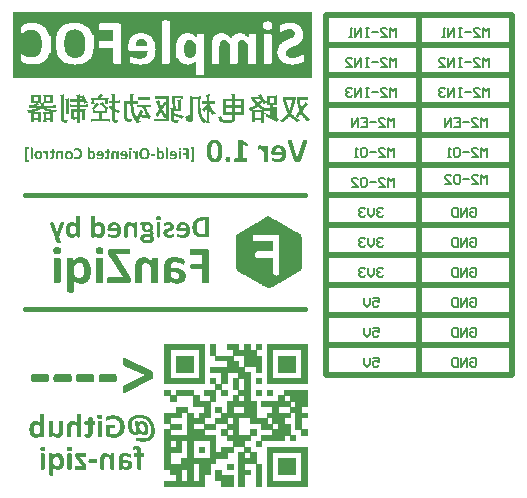
<source format=gbo>
G04*
G04 #@! TF.GenerationSoftware,Altium Limited,Altium Designer,21.5.1 (32)*
G04*
G04 Layer_Color=32896*
%FSLAX25Y25*%
%MOIN*%
G70*
G04*
G04 #@! TF.SameCoordinates,284D3306-149B-414E-9BCD-756616796F5B*
G04*
G04*
G04 #@! TF.FilePolarity,Positive*
G04*
G01*
G75*
%ADD14C,0.00800*%
%ADD16C,0.02000*%
%ADD75C,0.00200*%
%ADD76C,0.01500*%
G36*
X100832Y188000D02*
X1000D01*
Y210000D01*
X100832D01*
Y188000D01*
D02*
G37*
G36*
X30192Y75856D02*
X30329Y75836D01*
X30445Y75817D01*
X30533Y75788D01*
X30601Y75749D01*
X30640Y75729D01*
X30669Y75710D01*
X30678Y75700D01*
X30737Y75632D01*
X30776Y75535D01*
X30805Y75438D01*
X30824Y75340D01*
X30834Y75253D01*
X30844Y75175D01*
Y75127D01*
Y75117D01*
Y75107D01*
X30834Y74961D01*
X30814Y74845D01*
X30795Y74748D01*
X30766Y74670D01*
X30737Y74612D01*
X30708Y74573D01*
X30698Y74553D01*
X30688Y74543D01*
X30610Y74495D01*
X30513Y74456D01*
X30416Y74427D01*
X30309Y74407D01*
X30202Y74398D01*
X30124Y74388D01*
X30047D01*
X29881Y74398D01*
X29745Y74417D01*
X29629Y74436D01*
X29541Y74466D01*
X29473Y74495D01*
X29434Y74524D01*
X29405Y74534D01*
X29395Y74543D01*
X29337Y74621D01*
X29298Y74709D01*
X29259Y74806D01*
X29240Y74903D01*
X29230Y74990D01*
X29220Y75068D01*
Y75117D01*
Y75136D01*
X29230Y75282D01*
X29250Y75399D01*
X29279Y75496D01*
X29308Y75574D01*
X29337Y75632D01*
X29366Y75671D01*
X29386Y75690D01*
X29395Y75700D01*
X29473Y75758D01*
X29561Y75797D01*
X29668Y75827D01*
X29774Y75846D01*
X29872Y75856D01*
X29949Y75865D01*
X30027D01*
X30192Y75856D01*
D02*
G37*
G36*
X23486Y76040D02*
X23525D01*
X23554Y76031D01*
X23583D01*
X23670Y76011D01*
X23748Y76001D01*
X23787Y75992D01*
X23806Y75982D01*
X23855Y75963D01*
X23884Y75933D01*
X23904Y75914D01*
X23913Y75904D01*
X23933Y75875D01*
X23943Y75846D01*
Y75817D01*
Y75807D01*
Y68449D01*
X23933Y68410D01*
X23923Y68371D01*
X23913Y68352D01*
Y68342D01*
X23884Y68313D01*
X23845Y68293D01*
X23816Y68284D01*
X23806Y68274D01*
X23738Y68264D01*
X23661Y68255D01*
X23602Y68245D01*
X23583D01*
X23476Y68235D01*
X23359Y68225D01*
X23107D01*
X23000Y68235D01*
X22961D01*
X22922Y68245D01*
X22902D01*
X22815Y68255D01*
X22747Y68264D01*
X22698Y68274D01*
X22689D01*
X22630Y68293D01*
X22601Y68323D01*
X22582Y68332D01*
X22572Y68342D01*
X22553Y68381D01*
X22533Y68410D01*
Y68439D01*
Y68449D01*
Y71763D01*
X22426Y71890D01*
X22319Y72006D01*
X22222Y72104D01*
X22144Y72181D01*
X22066Y72250D01*
X22018Y72288D01*
X21979Y72317D01*
X21969Y72327D01*
X21872Y72395D01*
X21765Y72444D01*
X21678Y72483D01*
X21590Y72502D01*
X21522Y72522D01*
X21474Y72531D01*
X21425D01*
X21279Y72522D01*
X21211Y72502D01*
X21163Y72492D01*
X21114Y72473D01*
X21085Y72454D01*
X21065Y72444D01*
X21056D01*
X20949Y72376D01*
X20861Y72298D01*
X20813Y72240D01*
X20793Y72220D01*
Y72211D01*
X20725Y72094D01*
X20677Y71977D01*
X20657Y71929D01*
X20647Y71900D01*
X20638Y71870D01*
Y71861D01*
X20618Y71773D01*
X20599Y71686D01*
X20589Y71501D01*
X20579Y71414D01*
Y71346D01*
Y71307D01*
Y71287D01*
Y68449D01*
X20570Y68410D01*
X20560Y68371D01*
X20550Y68352D01*
Y68342D01*
X20521Y68313D01*
X20482Y68293D01*
X20453Y68284D01*
X20443Y68274D01*
X20375Y68264D01*
X20298Y68255D01*
X20239Y68245D01*
X20220D01*
X20113Y68235D01*
X19996Y68225D01*
X19743Y68225D01*
X19636Y68235D01*
X19598D01*
X19559Y68245D01*
X19539D01*
X19452Y68255D01*
X19384Y68264D01*
X19335Y68274D01*
X19326D01*
X19267Y68293D01*
X19238Y68323D01*
X19219Y68332D01*
X19209Y68342D01*
X19189Y68381D01*
X19170Y68410D01*
Y68439D01*
Y68449D01*
Y71501D01*
Y71705D01*
X19189Y71880D01*
X19199Y72045D01*
X19219Y72181D01*
X19238Y72288D01*
X19248Y72376D01*
X19267Y72425D01*
Y72444D01*
X19306Y72590D01*
X19355Y72716D01*
X19413Y72833D01*
X19462Y72930D01*
X19510Y73008D01*
X19549Y73076D01*
X19578Y73115D01*
X19588Y73124D01*
X19675Y73231D01*
X19763Y73319D01*
X19860Y73396D01*
X19948Y73465D01*
X20025Y73513D01*
X20093Y73552D01*
X20132Y73571D01*
X20152Y73581D01*
X20288Y73640D01*
X20434Y73678D01*
X20579Y73717D01*
X20706Y73737D01*
X20832Y73746D01*
X20920Y73756D01*
X21007D01*
X21163Y73746D01*
X21299Y73727D01*
X21435Y73698D01*
X21551Y73669D01*
X21649Y73630D01*
X21726Y73601D01*
X21775Y73581D01*
X21794Y73571D01*
X21930Y73503D01*
X22066Y73416D01*
X22193Y73328D01*
X22309Y73241D01*
X22397Y73163D01*
X22475Y73095D01*
X22514Y73056D01*
X22533Y73037D01*
Y75807D01*
X22543Y75846D01*
X22553Y75875D01*
X22562Y75894D01*
X22572Y75904D01*
X22601Y75933D01*
X22640Y75963D01*
X22679Y75972D01*
X22689Y75982D01*
X22757Y76001D01*
X22825Y76021D01*
X22883Y76031D01*
X22902D01*
X23009Y76040D01*
X23126Y76050D01*
X23379D01*
X23486Y76040D01*
D02*
G37*
G36*
X11180Y76040D02*
X11219D01*
X11248Y76031D01*
X11277D01*
X11365Y76011D01*
X11443Y76001D01*
X11481Y75992D01*
X11501Y75982D01*
X11549Y75963D01*
X11579Y75933D01*
X11598Y75914D01*
X11608Y75904D01*
X11627Y75875D01*
X11637Y75846D01*
Y75817D01*
Y75807D01*
Y68449D01*
Y68400D01*
X11627Y68371D01*
X11618Y68352D01*
Y68342D01*
X11588Y68313D01*
X11559Y68293D01*
X11530Y68284D01*
X11520Y68274D01*
X11462Y68264D01*
X11394Y68255D01*
X11355Y68245D01*
X11336D01*
X11238Y68235D01*
X11141Y68225D01*
X10927D01*
X10840Y68235D01*
X10782Y68245D01*
X10762D01*
X10684Y68255D01*
X10626Y68264D01*
X10587Y68274D01*
X10577D01*
X10529Y68293D01*
X10490Y68323D01*
X10480Y68332D01*
X10471Y68342D01*
X10451Y68371D01*
X10441Y68410D01*
Y68429D01*
Y68439D01*
Y68984D01*
X10296Y68828D01*
X10228Y68760D01*
X10169Y68702D01*
X10111Y68663D01*
X10072Y68624D01*
X10053Y68604D01*
X10043Y68595D01*
X9897Y68478D01*
X9771Y68400D01*
X9722Y68362D01*
X9683Y68342D01*
X9664Y68332D01*
X9654Y68323D01*
X9499Y68255D01*
X9372Y68216D01*
X9314Y68196D01*
X9275Y68186D01*
X9246Y68177D01*
X9236D01*
X9071Y68148D01*
X8993Y68138D01*
X8925D01*
X8857Y68128D01*
X8770D01*
X8585Y68138D01*
X8410Y68157D01*
X8254Y68186D01*
X8118Y68225D01*
X8011Y68264D01*
X7924Y68293D01*
X7875Y68313D01*
X7856Y68323D01*
X7710Y68410D01*
X7584Y68498D01*
X7467Y68595D01*
X7370Y68682D01*
X7292Y68770D01*
X7234Y68838D01*
X7195Y68877D01*
X7185Y68896D01*
X7088Y69042D01*
X7000Y69197D01*
X6923Y69353D01*
X6864Y69489D01*
X6816Y69615D01*
X6787Y69713D01*
X6777Y69751D01*
X6767Y69781D01*
X6758Y69790D01*
Y69800D01*
X6709Y70004D01*
X6670Y70218D01*
X6651Y70412D01*
X6631Y70607D01*
X6621Y70762D01*
X6612Y70830D01*
Y70889D01*
Y70937D01*
Y70976D01*
Y70996D01*
Y71005D01*
Y71210D01*
X6631Y71404D01*
X6651Y71579D01*
X6670Y71734D01*
X6690Y71870D01*
X6709Y71968D01*
X6719Y72006D01*
Y72036D01*
X6728Y72045D01*
Y72055D01*
X6777Y72240D01*
X6835Y72405D01*
X6894Y72551D01*
X6952Y72687D01*
X7000Y72784D01*
X7049Y72862D01*
X7078Y72910D01*
X7088Y72930D01*
X7185Y73066D01*
X7292Y73183D01*
X7399Y73290D01*
X7496Y73377D01*
X7584Y73445D01*
X7652Y73494D01*
X7700Y73523D01*
X7720Y73532D01*
X7866Y73610D01*
X8021Y73659D01*
X8177Y73698D01*
X8332Y73727D01*
X8459Y73746D01*
X8556Y73756D01*
X8653D01*
X8818Y73746D01*
X8886Y73737D01*
X8954D01*
X9003Y73727D01*
X9042Y73717D01*
X9071Y73707D01*
X9081D01*
X9226Y73669D01*
X9353Y73630D01*
X9411Y73610D01*
X9450Y73601D01*
X9469Y73581D01*
X9479D01*
X9615Y73513D01*
X9742Y73445D01*
X9790Y73416D01*
X9829Y73387D01*
X9849Y73377D01*
X9858Y73367D01*
X9994Y73260D01*
X10111Y73153D01*
X10159Y73105D01*
X10198Y73066D01*
X10218Y73046D01*
X10228Y73037D01*
Y75807D01*
X10237Y75846D01*
X10247Y75875D01*
X10257Y75894D01*
X10266Y75904D01*
X10296Y75933D01*
X10334Y75963D01*
X10373Y75972D01*
X10383Y75982D01*
X10451Y76001D01*
X10519Y76021D01*
X10577Y76031D01*
X10597D01*
X10704Y76040D01*
X10820Y76050D01*
X11073D01*
X11180Y76040D01*
D02*
G37*
G36*
X34887Y75613D02*
X35179Y75583D01*
X35441Y75535D01*
X35568Y75515D01*
X35675Y75486D01*
X35772Y75457D01*
X35869Y75438D01*
X35947Y75418D01*
X36005Y75389D01*
X36063Y75379D01*
X36102Y75360D01*
X36122Y75350D01*
X36131D01*
X36384Y75243D01*
X36617Y75117D01*
X36821Y74990D01*
X36987Y74874D01*
X37132Y74767D01*
X37191Y74718D01*
X37239Y74670D01*
X37278Y74641D01*
X37308Y74612D01*
X37317Y74602D01*
X37327Y74592D01*
X37502Y74398D01*
X37648Y74194D01*
X37784Y73989D01*
X37891Y73805D01*
X37968Y73640D01*
X38007Y73571D01*
X38037Y73503D01*
X38056Y73455D01*
X38075Y73416D01*
X38085Y73396D01*
Y73387D01*
X38173Y73115D01*
X38241Y72842D01*
X38280Y72580D01*
X38318Y72327D01*
X38328Y72211D01*
X38338Y72113D01*
Y72026D01*
X38348Y71948D01*
Y71880D01*
Y71832D01*
Y71802D01*
Y71793D01*
X38338Y71482D01*
X38309Y71190D01*
X38270Y70928D01*
X38250Y70801D01*
X38221Y70694D01*
X38202Y70597D01*
X38182Y70510D01*
X38163Y70432D01*
X38143Y70364D01*
X38124Y70315D01*
X38114Y70276D01*
X38105Y70257D01*
Y70247D01*
X37998Y70004D01*
X37881Y69781D01*
X37764Y69586D01*
X37648Y69411D01*
X37541Y69275D01*
X37453Y69178D01*
X37424Y69139D01*
X37395Y69110D01*
X37385Y69100D01*
X37376Y69090D01*
X37191Y68925D01*
X36996Y68779D01*
X36792Y68663D01*
X36617Y68556D01*
X36452Y68478D01*
X36384Y68449D01*
X36326Y68420D01*
X36277Y68400D01*
X36238Y68381D01*
X36219Y68371D01*
X36209D01*
X35947Y68293D01*
X35675Y68235D01*
X35412Y68186D01*
X35169Y68157D01*
X35062Y68148D01*
X34965Y68138D01*
X34877D01*
X34800Y68128D01*
X34654D01*
X34430Y68138D01*
X34333D01*
X34246Y68148D01*
X34168D01*
X34110Y68157D01*
X34061D01*
X33847Y68186D01*
X33750Y68196D01*
X33663Y68216D01*
X33585Y68225D01*
X33526Y68235D01*
X33487Y68245D01*
X33478D01*
X33264Y68284D01*
X33176Y68303D01*
X33089Y68323D01*
X33021Y68342D01*
X32972Y68362D01*
X32934Y68371D01*
X32924D01*
X32827Y68400D01*
X32739Y68429D01*
X32661Y68449D01*
X32593Y68478D01*
X32545Y68488D01*
X32506Y68507D01*
X32486Y68517D01*
X32477D01*
X32409Y68546D01*
X32360Y68585D01*
X32321Y68614D01*
X32282Y68653D01*
X32243Y68702D01*
X32234Y68711D01*
Y68721D01*
X32195Y68818D01*
X32175Y68915D01*
X32166Y68954D01*
Y68984D01*
Y69003D01*
Y69013D01*
Y71900D01*
Y71977D01*
X32175Y72045D01*
X32185Y72084D01*
X32195Y72094D01*
X32224Y72152D01*
X32253Y72201D01*
X32272Y72230D01*
X32282Y72240D01*
X32321Y72288D01*
X32360Y72317D01*
X32399Y72327D01*
X32409Y72337D01*
X32457Y72356D01*
X32515Y72376D01*
X35014D01*
X35043Y72366D01*
X35072Y72356D01*
X35091Y72347D01*
X35101Y72337D01*
X35130Y72308D01*
X35150Y72279D01*
X35159Y72250D01*
X35169Y72240D01*
X35188Y72191D01*
X35198Y72133D01*
X35208Y72094D01*
Y72084D01*
Y72075D01*
X35218Y71987D01*
Y71900D01*
Y71870D01*
Y71841D01*
Y71822D01*
Y71812D01*
Y71705D01*
X35208Y71618D01*
X35198Y71540D01*
X35188Y71482D01*
Y71443D01*
X35179Y71414D01*
X35169Y71394D01*
Y71384D01*
X35150Y71346D01*
X35120Y71316D01*
X35072Y71277D01*
X35033Y71258D01*
X33633D01*
Y69577D01*
X33799Y69499D01*
X33876Y69470D01*
X33944Y69450D01*
X34003Y69431D01*
X34051Y69411D01*
X34080Y69402D01*
X34090D01*
X34265Y69372D01*
X34343Y69363D01*
X34421D01*
X34479Y69353D01*
X34576D01*
X34761Y69363D01*
X34936Y69382D01*
X35091Y69402D01*
X35227Y69431D01*
X35344Y69460D01*
X35422Y69489D01*
X35480Y69499D01*
X35490Y69508D01*
X35500D01*
X35645Y69577D01*
X35781Y69654D01*
X35908Y69732D01*
X36005Y69810D01*
X36092Y69888D01*
X36151Y69946D01*
X36199Y69985D01*
X36209Y69994D01*
X36316Y70121D01*
X36404Y70257D01*
X36481Y70383D01*
X36549Y70510D01*
X36598Y70617D01*
X36637Y70704D01*
X36656Y70762D01*
X36666Y70772D01*
Y70782D01*
X36724Y70967D01*
X36763Y71151D01*
X36792Y71336D01*
X36812Y71511D01*
X36821Y71657D01*
Y71725D01*
X36831Y71773D01*
Y71822D01*
Y71851D01*
Y71870D01*
Y71880D01*
X36821Y72084D01*
X36802Y72279D01*
X36783Y72454D01*
X36753Y72609D01*
X36724Y72736D01*
X36695Y72833D01*
X36685Y72862D01*
Y72891D01*
X36676Y72901D01*
Y72910D01*
X36608Y73076D01*
X36530Y73231D01*
X36452Y73367D01*
X36384Y73484D01*
X36316Y73581D01*
X36258Y73649D01*
X36219Y73688D01*
X36209Y73707D01*
X36092Y73824D01*
X35966Y73931D01*
X35849Y74019D01*
X35733Y74096D01*
X35636Y74155D01*
X35548Y74203D01*
X35500Y74223D01*
X35480Y74232D01*
X35315Y74291D01*
X35150Y74339D01*
X34994Y74369D01*
X34839Y74398D01*
X34712Y74407D01*
X34615Y74417D01*
X34353D01*
X34187Y74398D01*
X34032Y74388D01*
X33906Y74369D01*
X33808Y74349D01*
X33731Y74330D01*
X33682Y74320D01*
X33663Y74310D01*
X33526Y74271D01*
X33410Y74232D01*
X33293Y74194D01*
X33206Y74164D01*
X33128Y74135D01*
X33070Y74106D01*
X33031Y74096D01*
X33021Y74087D01*
X32924Y74048D01*
X32836Y74009D01*
X32768Y73970D01*
X32700Y73941D01*
X32661Y73912D01*
X32622Y73892D01*
X32603Y73873D01*
X32593D01*
X32486Y73814D01*
X32409Y73785D01*
X32360Y73776D01*
X32350D01*
X32292Y73785D01*
X32282Y73795D01*
X32272D01*
X32243Y73824D01*
X32224Y73853D01*
X32204Y73883D01*
Y73892D01*
X32185Y73960D01*
X32175Y74019D01*
X32166Y74067D01*
Y74087D01*
X32156Y74174D01*
X32146Y74271D01*
Y74300D01*
Y74330D01*
Y74349D01*
Y74359D01*
Y74456D01*
X32156Y74543D01*
Y74621D01*
X32166Y74679D01*
X32175Y74728D01*
Y74757D01*
X32185Y74777D01*
Y74786D01*
X32214Y74884D01*
X32253Y74952D01*
X32282Y75000D01*
X32292Y75010D01*
X32321Y75039D01*
X32370Y75068D01*
X32457Y75136D01*
X32496Y75156D01*
X32535Y75175D01*
X32554Y75195D01*
X32564D01*
X32642Y75234D01*
X32720Y75272D01*
X32875Y75331D01*
X32934Y75360D01*
X32992Y75370D01*
X33031Y75389D01*
X33040D01*
X33274Y75457D01*
X33381Y75486D01*
X33487Y75506D01*
X33585Y75525D01*
X33653Y75545D01*
X33701Y75554D01*
X33721D01*
X34012Y75593D01*
X34158Y75603D01*
X34294Y75613D01*
X34401Y75622D01*
X34576D01*
X34887Y75613D01*
D02*
G37*
G36*
X17362Y73659D02*
X17401D01*
X17430Y73649D01*
X17459D01*
X17547Y73639D01*
X17625Y73630D01*
X17663Y73620D01*
X17683Y73610D01*
X17731Y73591D01*
X17761Y73562D01*
X17780Y73542D01*
X17790Y73532D01*
X17809Y73503D01*
X17819Y73474D01*
Y73445D01*
Y73435D01*
Y70383D01*
Y70179D01*
X17809Y69994D01*
X17790Y69829D01*
X17770Y69683D01*
X17761Y69577D01*
X17741Y69489D01*
X17731Y69440D01*
Y69421D01*
X17693Y69285D01*
X17644Y69159D01*
X17586Y69042D01*
X17537Y68945D01*
X17488Y68867D01*
X17459Y68799D01*
X17430Y68760D01*
X17420Y68750D01*
X17333Y68643D01*
X17245Y68556D01*
X17148Y68478D01*
X17061Y68410D01*
X16983Y68362D01*
X16915Y68323D01*
X16876Y68303D01*
X16857Y68293D01*
X16721Y68235D01*
X16575Y68196D01*
X16429Y68167D01*
X16293Y68148D01*
X16176Y68138D01*
X16079Y68128D01*
X15992D01*
X15826Y68138D01*
X15661Y68167D01*
X15515Y68196D01*
X15379Y68245D01*
X15262Y68284D01*
X15185Y68313D01*
X15126Y68342D01*
X15107Y68352D01*
X14952Y68449D01*
X14796Y68556D01*
X14650Y68663D01*
X14524Y68770D01*
X14417Y68867D01*
X14329Y68945D01*
X14281Y69003D01*
X14261Y69023D01*
Y68449D01*
Y68410D01*
X14252Y68371D01*
X14242Y68352D01*
Y68342D01*
X14213Y68313D01*
X14184Y68293D01*
X14154Y68284D01*
X14145Y68274D01*
X14086Y68264D01*
X14028Y68255D01*
X13980Y68245D01*
X13960D01*
X13863Y68235D01*
X13766Y68225D01*
X13542D01*
X13455Y68235D01*
X13396Y68245D01*
X13377D01*
X13299Y68255D01*
X13241Y68264D01*
X13202Y68274D01*
X13192D01*
X13144Y68293D01*
X13105Y68323D01*
X13095Y68332D01*
X13085Y68342D01*
X13066Y68381D01*
X13056Y68410D01*
Y68439D01*
Y68449D01*
Y73435D01*
X13066Y73474D01*
X13076Y73503D01*
X13085Y73523D01*
X13095Y73532D01*
X13124Y73562D01*
X13163Y73591D01*
X13202Y73601D01*
X13212Y73610D01*
X13280Y73630D01*
X13348Y73639D01*
X13406Y73649D01*
X13425D01*
X13532Y73659D01*
X13639Y73669D01*
X13902D01*
X13960Y73659D01*
X14048D01*
X14077Y73649D01*
X14106D01*
X14193Y73639D01*
X14261Y73630D01*
X14300Y73620D01*
X14320Y73610D01*
X14368Y73591D01*
X14397Y73562D01*
X14417Y73542D01*
X14427Y73532D01*
X14446Y73503D01*
X14456Y73474D01*
Y73445D01*
Y73435D01*
Y70121D01*
X14572Y69985D01*
X14679Y69868D01*
X14776Y69771D01*
X14864Y69693D01*
X14932Y69625D01*
X14990Y69586D01*
X15029Y69557D01*
X15039Y69547D01*
X15136Y69479D01*
X15233Y69431D01*
X15331Y69402D01*
X15408Y69382D01*
X15476Y69363D01*
X15525Y69353D01*
X15574D01*
X15719Y69363D01*
X15787Y69382D01*
X15846Y69392D01*
X15885Y69411D01*
X15924Y69421D01*
X15943Y69431D01*
X15953D01*
X16060Y69499D01*
X16137Y69577D01*
X16196Y69635D01*
X16205Y69644D01*
X16215Y69654D01*
X16283Y69781D01*
X16322Y69897D01*
X16341Y69946D01*
X16351Y69985D01*
X16361Y70004D01*
Y70014D01*
X16380Y70101D01*
X16390Y70199D01*
X16400Y70393D01*
X16409Y70480D01*
Y70548D01*
Y70597D01*
Y70617D01*
Y73435D01*
X16419Y73474D01*
X16429Y73503D01*
X16439Y73523D01*
X16448Y73532D01*
X16477Y73562D01*
X16516Y73591D01*
X16555Y73601D01*
X16565Y73610D01*
X16633Y73630D01*
X16701Y73639D01*
X16759Y73649D01*
X16779D01*
X16886Y73659D01*
X17002Y73669D01*
X17255D01*
X17362Y73659D01*
D02*
G37*
G36*
X27228Y74971D02*
X27267D01*
X27296Y74961D01*
X27325D01*
X27413Y74952D01*
X27490Y74932D01*
X27529Y74923D01*
X27549Y74913D01*
X27597Y74893D01*
X27626Y74864D01*
X27646Y74845D01*
X27656Y74835D01*
X27675Y74806D01*
X27685Y74777D01*
Y74748D01*
Y74738D01*
Y73630D01*
X28317D01*
X28355Y73620D01*
X28375Y73610D01*
X28385Y73601D01*
X28414Y73571D01*
X28433Y73542D01*
X28443Y73513D01*
X28453Y73503D01*
X28472Y73445D01*
X28482Y73387D01*
X28491Y73338D01*
Y73328D01*
Y73319D01*
X28501Y73231D01*
Y73144D01*
Y73115D01*
Y73085D01*
Y73066D01*
Y73056D01*
Y72949D01*
X28491Y72852D01*
X28482Y72774D01*
X28472Y72716D01*
Y72667D01*
X28462Y72638D01*
X28453Y72619D01*
Y72609D01*
X28433Y72570D01*
X28404Y72541D01*
X28346Y72502D01*
X28307Y72483D01*
X27685D01*
Y69917D01*
Y69752D01*
X27675Y69596D01*
X27656Y69460D01*
X27636Y69343D01*
X27626Y69256D01*
X27607Y69178D01*
X27597Y69139D01*
Y69120D01*
X27558Y69003D01*
X27510Y68896D01*
X27461Y68799D01*
X27413Y68721D01*
X27364Y68653D01*
X27325Y68604D01*
X27306Y68575D01*
X27296Y68566D01*
X27218Y68488D01*
X27131Y68420D01*
X27043Y68362D01*
X26965Y68323D01*
X26897Y68284D01*
X26839Y68264D01*
X26800Y68255D01*
X26790Y68245D01*
X26674Y68206D01*
X26547Y68186D01*
X26421Y68167D01*
X26304Y68148D01*
X26207D01*
X26120Y68138D01*
X25935D01*
X25838Y68148D01*
X25809D01*
X25780Y68157D01*
X25750D01*
X25644Y68177D01*
X25546Y68186D01*
X25507Y68196D01*
X25478Y68206D01*
X25459D01*
X25362Y68225D01*
X25294Y68255D01*
X25245Y68264D01*
X25225Y68274D01*
X25157Y68303D01*
X25119Y68332D01*
X25089Y68352D01*
X25080Y68362D01*
X25051Y68420D01*
X25021Y68478D01*
X25012Y68527D01*
X25002Y68537D01*
Y68546D01*
X24992Y68604D01*
X24983Y68663D01*
X24963Y68789D01*
Y68848D01*
Y68896D01*
Y68925D01*
Y68935D01*
Y69042D01*
X24973Y69120D01*
X24983Y69168D01*
Y69188D01*
X24992Y69256D01*
X25002Y69314D01*
X25012Y69343D01*
Y69353D01*
X25031Y69392D01*
X25041Y69411D01*
X25051Y69431D01*
X25060D01*
X25109Y69450D01*
X25128D01*
X25187Y69440D01*
X25206Y69431D01*
X25216D01*
X25255Y69411D01*
X25284Y69402D01*
X25323Y69392D01*
X25332Y69382D01*
X25381Y69372D01*
X25439Y69353D01*
X25469Y69343D01*
X25488D01*
X25556Y69333D01*
X25624Y69324D01*
X25692D01*
X25809Y69333D01*
X25906Y69353D01*
X25984Y69382D01*
X26042Y69421D01*
X26091Y69460D01*
X26120Y69489D01*
X26139Y69508D01*
X26149Y69518D01*
X26188Y69606D01*
X26217Y69703D01*
X26256Y69897D01*
X26266Y69994D01*
X26275Y70063D01*
Y70111D01*
Y70130D01*
Y72483D01*
X25187D01*
X25148Y72492D01*
X25119Y72502D01*
X25060Y72551D01*
X25031Y72590D01*
X25021Y72599D01*
Y72609D01*
X25002Y72667D01*
X24983Y72736D01*
X24973Y72881D01*
X24963Y72949D01*
Y73008D01*
Y73046D01*
Y73056D01*
Y73163D01*
X24973Y73251D01*
X24983Y73299D01*
Y73319D01*
X24992Y73396D01*
X25002Y73455D01*
X25012Y73494D01*
X25021Y73503D01*
X25041Y73552D01*
X25070Y73581D01*
X25089Y73591D01*
X25099Y73601D01*
X25128Y73620D01*
X25157Y73630D01*
X26275D01*
Y74738D01*
X26285Y74777D01*
X26295Y74806D01*
X26304Y74825D01*
X26314Y74835D01*
X26343Y74864D01*
X26382Y74893D01*
X26421Y74903D01*
X26431Y74913D01*
X26499Y74942D01*
X26567Y74952D01*
X26625Y74961D01*
X26645D01*
X26752Y74971D01*
X26868Y74981D01*
X27121D01*
X27228Y74971D01*
D02*
G37*
G36*
X30280Y73659D02*
X30319D01*
X30348Y73649D01*
X30377D01*
X30465Y73630D01*
X30542Y73620D01*
X30581Y73610D01*
X30601Y73601D01*
X30649Y73581D01*
X30678Y73552D01*
X30698Y73532D01*
X30708Y73523D01*
X30727Y73494D01*
X30737Y73465D01*
Y73435D01*
Y73426D01*
Y68449D01*
X30727Y68410D01*
X30717Y68371D01*
X30708Y68352D01*
Y68342D01*
X30678Y68313D01*
X30640Y68293D01*
X30610Y68284D01*
X30601Y68274D01*
X30533Y68264D01*
X30455Y68255D01*
X30397Y68245D01*
X30377D01*
X30270Y68235D01*
X30154Y68225D01*
X29901D01*
X29794Y68235D01*
X29755D01*
X29716Y68245D01*
X29697D01*
X29609Y68255D01*
X29541Y68264D01*
X29493Y68274D01*
X29483D01*
X29425Y68293D01*
X29395Y68323D01*
X29376Y68332D01*
X29366Y68342D01*
X29347Y68381D01*
X29327Y68410D01*
Y68439D01*
Y68449D01*
Y73426D01*
X29337Y73465D01*
X29347Y73494D01*
X29357Y73513D01*
X29366Y73523D01*
X29395Y73552D01*
X29434Y73581D01*
X29473Y73591D01*
X29483Y73601D01*
X29551Y73620D01*
X29619Y73640D01*
X29677Y73649D01*
X29697D01*
X29804Y73659D01*
X29920Y73669D01*
X30173D01*
X30280Y73659D01*
D02*
G37*
G36*
X43606Y75758D02*
X43849Y75749D01*
X44063Y75729D01*
X44257Y75700D01*
X44413Y75671D01*
X44481Y75661D01*
X44529Y75652D01*
X44578Y75642D01*
X44607D01*
X44627Y75632D01*
X44636D01*
X44850Y75583D01*
X45045Y75525D01*
X45229Y75467D01*
X45385Y75409D01*
X45521Y75350D01*
X45618Y75311D01*
X45657Y75292D01*
X45686Y75282D01*
X45696Y75272D01*
X45706D01*
X45880Y75185D01*
X46046Y75088D01*
X46192Y74990D01*
X46328Y74903D01*
X46435Y74825D01*
X46512Y74767D01*
X46561Y74728D01*
X46580Y74709D01*
X46726Y74582D01*
X46852Y74456D01*
X46969Y74330D01*
X47066Y74223D01*
X47154Y74125D01*
X47212Y74048D01*
X47261Y73999D01*
X47271Y73980D01*
X47377Y73834D01*
X47475Y73688D01*
X47562Y73552D01*
X47640Y73426D01*
X47698Y73309D01*
X47747Y73231D01*
X47776Y73173D01*
X47786Y73163D01*
Y73154D01*
X47931Y72833D01*
X47990Y72677D01*
X48038Y72541D01*
X48077Y72425D01*
X48106Y72327D01*
X48126Y72269D01*
X48136Y72259D01*
Y72250D01*
X48184Y72075D01*
X48223Y71909D01*
X48252Y71744D01*
X48281Y71608D01*
X48301Y71482D01*
X48320Y71384D01*
Y71355D01*
X48330Y71326D01*
Y71316D01*
Y71307D01*
X48349Y71132D01*
X48359Y70957D01*
X48379Y70801D01*
Y70665D01*
X48388Y70539D01*
Y70451D01*
Y70393D01*
Y70383D01*
Y70373D01*
X48379Y70072D01*
X48359Y69790D01*
X48320Y69547D01*
X48281Y69324D01*
X48262Y69227D01*
X48243Y69149D01*
X48223Y69071D01*
X48204Y69013D01*
X48194Y68964D01*
X48184Y68925D01*
X48174Y68906D01*
Y68896D01*
X48077Y68663D01*
X47970Y68449D01*
X47854Y68264D01*
X47737Y68099D01*
X47640Y67963D01*
X47552Y67866D01*
X47523Y67837D01*
X47494Y67808D01*
X47484Y67798D01*
X47475Y67788D01*
X47280Y67623D01*
X47076Y67477D01*
X46872Y67360D01*
X46678Y67263D01*
X46503Y67176D01*
X46425Y67146D01*
X46367Y67127D01*
X46308Y67108D01*
X46269Y67088D01*
X46250Y67079D01*
X46240D01*
X45949Y66991D01*
X45638Y66933D01*
X45336Y66884D01*
X45054Y66855D01*
X44928Y66845D01*
X44811Y66835D01*
X44704D01*
X44607Y66826D01*
X44257D01*
X44092Y66835D01*
X43946Y66845D01*
X43820Y66855D01*
X43713D01*
X43635Y66865D01*
X43587Y66874D01*
X43567D01*
X43421Y66894D01*
X43295Y66913D01*
X43169Y66933D01*
X43071Y66942D01*
X42994Y66962D01*
X42926Y66971D01*
X42887Y66981D01*
X42877D01*
X42770Y67001D01*
X42673Y67020D01*
X42595Y67040D01*
X42527Y67059D01*
X42469Y67079D01*
X42430Y67088D01*
X42410Y67098D01*
X42401D01*
X42342Y67117D01*
X42294Y67137D01*
X42255Y67156D01*
X42235Y67166D01*
X42206Y67185D01*
X42197Y67195D01*
X42148Y67244D01*
X42138Y67253D01*
Y67263D01*
X42129Y67292D01*
X42119Y67331D01*
X42109Y67360D01*
Y67370D01*
X42099Y67419D01*
X42090Y67467D01*
X42080Y67506D01*
Y67516D01*
X42070Y67584D01*
Y67642D01*
Y67691D01*
Y67710D01*
Y67808D01*
Y67885D01*
X42080Y67934D01*
Y67953D01*
X42090Y68021D01*
X42099Y68070D01*
X42109Y68099D01*
Y68109D01*
X42129Y68138D01*
X42138Y68157D01*
X42148Y68177D01*
X42158D01*
X42197Y68196D01*
X42216D01*
X42284Y68186D01*
X42362Y68177D01*
X42420Y68157D01*
X42440Y68148D01*
X42449D01*
X42517Y68128D01*
X42585Y68109D01*
X42731Y68080D01*
X42790Y68070D01*
X42838Y68060D01*
X42877Y68050D01*
X42887D01*
X43091Y68012D01*
X43198Y67992D01*
X43295Y67973D01*
X43382Y67963D01*
X43450Y67953D01*
X43489Y67944D01*
X43509D01*
X43781Y67914D01*
X43907Y67895D01*
X44034D01*
X44141Y67885D01*
X44296D01*
X44588Y67895D01*
X44860Y67914D01*
X45093Y67944D01*
X45297Y67982D01*
X45385Y67992D01*
X45453Y68012D01*
X45521Y68031D01*
X45579Y68041D01*
X45618Y68050D01*
X45647Y68060D01*
X45667Y68070D01*
X45676D01*
X45871Y68138D01*
X46046Y68225D01*
X46201Y68303D01*
X46328Y68391D01*
X46425Y68459D01*
X46503Y68517D01*
X46542Y68566D01*
X46561Y68575D01*
X46678Y68702D01*
X46775Y68838D01*
X46852Y68974D01*
X46921Y69100D01*
X46969Y69217D01*
X46998Y69304D01*
X47018Y69363D01*
X47028Y69372D01*
Y69382D01*
X47066Y69567D01*
X47096Y69761D01*
X47125Y69946D01*
X47134Y70111D01*
X47144Y70257D01*
X47154Y70325D01*
Y70373D01*
Y70422D01*
Y70451D01*
Y70471D01*
Y70481D01*
X47144Y70733D01*
Y70850D01*
X47134Y70957D01*
X47125Y71044D01*
Y71112D01*
X47115Y71151D01*
Y71171D01*
X47076Y71433D01*
X47057Y71559D01*
X47037Y71666D01*
X47028Y71754D01*
X47008Y71832D01*
X46998Y71870D01*
Y71890D01*
X46930Y72152D01*
X46891Y72269D01*
X46852Y72376D01*
X46823Y72473D01*
X46794Y72541D01*
X46784Y72580D01*
X46775Y72599D01*
X46716Y72726D01*
X46658Y72852D01*
X46600Y72959D01*
X46542Y73066D01*
X46493Y73144D01*
X46454Y73202D01*
X46435Y73251D01*
X46425Y73260D01*
X46260Y73484D01*
X46172Y73581D01*
X46094Y73669D01*
X46026Y73737D01*
X45978Y73785D01*
X45939Y73824D01*
X45929Y73834D01*
X45715Y74019D01*
X45608Y74096D01*
X45511Y74164D01*
X45424Y74213D01*
X45356Y74252D01*
X45317Y74281D01*
X45297Y74291D01*
X45015Y74417D01*
X44879Y74475D01*
X44763Y74514D01*
X44646Y74543D01*
X44568Y74573D01*
X44510Y74592D01*
X44491D01*
X44316Y74631D01*
X44141Y74660D01*
X43966Y74679D01*
X43810Y74699D01*
X43674D01*
X43577Y74709D01*
X43480D01*
X43188Y74699D01*
X42926Y74679D01*
X42692Y74650D01*
X42498Y74621D01*
X42420Y74602D01*
X42342Y74582D01*
X42284Y74563D01*
X42235Y74553D01*
X42197Y74543D01*
X42158Y74534D01*
X42148Y74524D01*
X42138D01*
X41944Y74456D01*
X41779Y74378D01*
X41633Y74291D01*
X41516Y74213D01*
X41419Y74145D01*
X41351Y74087D01*
X41302Y74048D01*
X41293Y74038D01*
X41186Y73921D01*
X41089Y73805D01*
X41021Y73688D01*
X40953Y73571D01*
X40914Y73484D01*
X40875Y73406D01*
X40865Y73358D01*
X40855Y73338D01*
X40816Y73192D01*
X40778Y73037D01*
X40758Y72891D01*
X40748Y72765D01*
X40739Y72658D01*
X40729Y72570D01*
Y72512D01*
Y72502D01*
Y72492D01*
Y72308D01*
X40739Y72220D01*
Y72143D01*
X40748Y72075D01*
Y72026D01*
X40758Y71987D01*
Y71977D01*
X40787Y71783D01*
X40797Y71696D01*
X40816Y71618D01*
X40826Y71550D01*
X40836Y71501D01*
X40846Y71462D01*
Y71452D01*
X40884Y71268D01*
X40914Y71180D01*
X40933Y71102D01*
X40953Y71034D01*
X40962Y70986D01*
X40982Y70957D01*
Y70947D01*
X41050Y70782D01*
X41079Y70714D01*
X41108Y70655D01*
X41137Y70597D01*
X41166Y70558D01*
X41176Y70539D01*
X41186Y70529D01*
X41283Y70403D01*
X41370Y70315D01*
X41409Y70286D01*
X41438Y70257D01*
X41458Y70247D01*
X41468Y70237D01*
X41584Y70179D01*
X41701Y70150D01*
X41750D01*
X41788Y70140D01*
X41827D01*
X41934Y70150D01*
X42022Y70169D01*
X42090Y70199D01*
X42148Y70237D01*
X42187Y70267D01*
X42216Y70296D01*
X42226Y70315D01*
X42235Y70325D01*
X42265Y70403D01*
X42274Y70500D01*
X42284Y70607D01*
Y70704D01*
X42274Y70792D01*
X42265Y70869D01*
X42255Y70918D01*
Y70937D01*
X41769Y73445D01*
X41779Y73503D01*
X41788Y73513D01*
Y73523D01*
X41798Y73552D01*
X41827Y73571D01*
X41847Y73591D01*
X41856D01*
X41905Y73610D01*
X41954Y73620D01*
X41993Y73630D01*
X42012D01*
X42090Y73640D01*
X42352D01*
X42440Y73630D01*
X42508Y73620D01*
X42566D01*
X42615Y73610D01*
X42644Y73601D01*
X42654Y73591D01*
X42663D01*
X42731Y73552D01*
X42770Y73503D01*
X42780Y73465D01*
X42790Y73445D01*
X42887Y73008D01*
X43003Y73144D01*
X43091Y73251D01*
X43130Y73290D01*
X43159Y73319D01*
X43178Y73328D01*
X43188Y73338D01*
X43295Y73426D01*
X43392Y73494D01*
X43431Y73523D01*
X43460Y73542D01*
X43480Y73552D01*
X43489D01*
X43596Y73610D01*
X43703Y73649D01*
X43742Y73659D01*
X43771Y73669D01*
X43791Y73678D01*
X43800D01*
X43917Y73707D01*
X44034Y73717D01*
X44082Y73727D01*
X44150D01*
X44306Y73717D01*
X44442Y73707D01*
X44568Y73678D01*
X44685Y73649D01*
X44772Y73620D01*
X44840Y73601D01*
X44879Y73581D01*
X44899Y73571D01*
X45015Y73513D01*
X45122Y73445D01*
X45220Y73377D01*
X45297Y73309D01*
X45365Y73251D01*
X45424Y73202D01*
X45453Y73173D01*
X45463Y73163D01*
X45618Y72969D01*
X45686Y72881D01*
X45744Y72794D01*
X45793Y72716D01*
X45832Y72658D01*
X45851Y72609D01*
X45861Y72599D01*
X45968Y72366D01*
X46017Y72259D01*
X46055Y72162D01*
X46085Y72075D01*
X46104Y72006D01*
X46123Y71968D01*
Y71948D01*
X46182Y71696D01*
X46211Y71588D01*
X46230Y71482D01*
X46240Y71404D01*
X46250Y71336D01*
X46260Y71297D01*
Y71277D01*
X46269Y71161D01*
X46279Y71054D01*
X46289Y70957D01*
Y70869D01*
X46299Y70792D01*
Y70743D01*
Y70704D01*
Y70694D01*
Y70548D01*
X46289Y70422D01*
Y70373D01*
X46279Y70335D01*
Y70306D01*
Y70296D01*
X46250Y70160D01*
X46221Y70033D01*
X46211Y69985D01*
X46201Y69946D01*
X46192Y69926D01*
Y69917D01*
X46143Y69790D01*
X46094Y69693D01*
X46065Y69654D01*
X46055Y69625D01*
X46036Y69606D01*
Y69596D01*
X45949Y69489D01*
X45871Y69411D01*
X45803Y69353D01*
X45793Y69343D01*
X45783Y69333D01*
X45667Y69266D01*
X45550Y69207D01*
X45501Y69188D01*
X45463Y69168D01*
X45443Y69159D01*
X45433D01*
X45278Y69129D01*
X45122Y69110D01*
X45064Y69100D01*
X44967D01*
X44821Y69110D01*
X44695Y69120D01*
X44636Y69129D01*
X44598D01*
X44578Y69139D01*
X44568D01*
X44423Y69178D01*
X44286Y69227D01*
X44238Y69256D01*
X44199Y69266D01*
X44170Y69285D01*
X44160D01*
X44005Y69363D01*
X43878Y69450D01*
X43820Y69479D01*
X43781Y69508D01*
X43752Y69528D01*
X43742Y69538D01*
X43587Y69664D01*
X43509Y69722D01*
X43450Y69790D01*
X43392Y69839D01*
X43353Y69878D01*
X43324Y69907D01*
X43314Y69917D01*
X43266Y69771D01*
X43207Y69664D01*
X43188Y69615D01*
X43169Y69586D01*
X43149Y69567D01*
Y69557D01*
X43062Y69460D01*
X42974Y69372D01*
X42935Y69343D01*
X42906Y69324D01*
X42887Y69314D01*
X42877Y69304D01*
X42741Y69236D01*
X42615Y69188D01*
X42556Y69168D01*
X42517Y69159D01*
X42488Y69149D01*
X42478D01*
X42304Y69120D01*
X42226Y69110D01*
X42148D01*
X42080Y69100D01*
X41983D01*
X41818Y69110D01*
X41652Y69120D01*
X41516Y69139D01*
X41390Y69168D01*
X41293Y69197D01*
X41215Y69217D01*
X41176Y69227D01*
X41157Y69236D01*
X41021Y69295D01*
X40904Y69363D01*
X40787Y69421D01*
X40700Y69489D01*
X40622Y69538D01*
X40564Y69586D01*
X40525Y69615D01*
X40515Y69625D01*
X40418Y69722D01*
X40321Y69819D01*
X40243Y69917D01*
X40175Y70014D01*
X40117Y70092D01*
X40078Y70150D01*
X40049Y70199D01*
X40039Y70208D01*
X39903Y70461D01*
X39854Y70587D01*
X39805Y70694D01*
X39767Y70792D01*
X39737Y70859D01*
X39728Y70908D01*
X39718Y70928D01*
X39640Y71219D01*
X39601Y71355D01*
X39582Y71482D01*
X39562Y71579D01*
X39543Y71666D01*
X39533Y71715D01*
Y71734D01*
X39514Y71890D01*
X39494Y72036D01*
X39485Y72181D01*
Y72308D01*
X39475Y72405D01*
Y72492D01*
Y72541D01*
Y72561D01*
X39485Y72823D01*
X39514Y73066D01*
X39543Y73290D01*
X39582Y73484D01*
X39611Y73571D01*
X39631Y73649D01*
X39650Y73717D01*
X39660Y73766D01*
X39679Y73814D01*
X39689Y73844D01*
X39699Y73863D01*
Y73873D01*
X39796Y74087D01*
X39903Y74281D01*
X40019Y74456D01*
X40136Y74602D01*
X40233Y74718D01*
X40321Y74806D01*
X40379Y74864D01*
X40389Y74884D01*
X40398D01*
X40583Y75029D01*
X40778Y75165D01*
X40982Y75272D01*
X41166Y75370D01*
X41341Y75438D01*
X41409Y75467D01*
X41468Y75496D01*
X41526Y75515D01*
X41565Y75525D01*
X41584Y75535D01*
X41594D01*
X41876Y75613D01*
X42177Y75671D01*
X42469Y75710D01*
X42751Y75739D01*
X42877Y75749D01*
X42984Y75758D01*
X43091D01*
X43178Y75768D01*
X43353D01*
X43606Y75758D01*
D02*
G37*
G36*
X20161Y65132D02*
X20298Y65113D01*
X20414Y65094D01*
X20502Y65065D01*
X20570Y65026D01*
X20608Y65006D01*
X20638Y64987D01*
X20647Y64977D01*
X20706Y64909D01*
X20745Y64812D01*
X20774Y64715D01*
X20793Y64617D01*
X20803Y64530D01*
X20813Y64452D01*
Y64403D01*
Y64394D01*
Y64384D01*
X20803Y64238D01*
X20784Y64122D01*
X20764Y64024D01*
X20735Y63947D01*
X20706Y63888D01*
X20677Y63850D01*
X20667Y63830D01*
X20657Y63820D01*
X20579Y63772D01*
X20482Y63733D01*
X20385Y63704D01*
X20278Y63684D01*
X20171Y63674D01*
X20093Y63665D01*
X20016D01*
X19850Y63674D01*
X19714Y63694D01*
X19598Y63713D01*
X19510Y63743D01*
X19442Y63772D01*
X19403Y63801D01*
X19374Y63811D01*
X19364Y63820D01*
X19306Y63898D01*
X19267Y63986D01*
X19228Y64083D01*
X19209Y64180D01*
X19199Y64267D01*
X19189Y64345D01*
Y64394D01*
Y64413D01*
X19199Y64559D01*
X19219Y64676D01*
X19248Y64773D01*
X19277Y64851D01*
X19306Y64909D01*
X19335Y64948D01*
X19355Y64967D01*
X19364Y64977D01*
X19442Y65035D01*
X19530Y65074D01*
X19636Y65103D01*
X19743Y65123D01*
X19841Y65132D01*
X19918Y65142D01*
X19996D01*
X20161Y65132D01*
D02*
G37*
G36*
X11190Y65132D02*
X11326Y65113D01*
X11443Y65094D01*
X11530Y65065D01*
X11598Y65026D01*
X11637Y65006D01*
X11666Y64987D01*
X11676Y64977D01*
X11734Y64909D01*
X11773Y64812D01*
X11802Y64714D01*
X11822Y64617D01*
X11831Y64530D01*
X11841Y64452D01*
Y64403D01*
Y64394D01*
Y64384D01*
X11831Y64238D01*
X11812Y64122D01*
X11793Y64024D01*
X11763Y63947D01*
X11734Y63888D01*
X11705Y63850D01*
X11695Y63830D01*
X11686Y63820D01*
X11608Y63772D01*
X11511Y63733D01*
X11413Y63704D01*
X11306Y63684D01*
X11200Y63674D01*
X11122Y63665D01*
X11044D01*
X10879Y63674D01*
X10743Y63694D01*
X10626Y63713D01*
X10539Y63743D01*
X10471Y63772D01*
X10432Y63801D01*
X10402Y63811D01*
X10393Y63820D01*
X10334Y63898D01*
X10296Y63986D01*
X10257Y64083D01*
X10237Y64180D01*
X10228Y64267D01*
X10218Y64345D01*
Y64394D01*
Y64413D01*
X10228Y64559D01*
X10247Y64676D01*
X10276Y64773D01*
X10305Y64851D01*
X10334Y64909D01*
X10364Y64948D01*
X10383Y64967D01*
X10393Y64977D01*
X10471Y65035D01*
X10558Y65074D01*
X10665Y65103D01*
X10772Y65123D01*
X10869Y65132D01*
X10947Y65142D01*
X11025D01*
X11190Y65132D01*
D02*
G37*
G36*
X16166Y63023D02*
X16351Y63004D01*
X16516Y62965D01*
X16653Y62936D01*
X16769Y62897D01*
X16857Y62858D01*
X16905Y62839D01*
X16925Y62829D01*
X17070Y62741D01*
X17207Y62654D01*
X17323Y62557D01*
X17420Y62459D01*
X17508Y62372D01*
X17566Y62304D01*
X17605Y62265D01*
X17615Y62246D01*
X17712Y62100D01*
X17799Y61944D01*
X17877Y61799D01*
X17935Y61653D01*
X17984Y61526D01*
X18013Y61429D01*
X18023Y61390D01*
X18033Y61361D01*
X18042Y61351D01*
Y61342D01*
X18091Y61138D01*
X18120Y60934D01*
X18149Y60729D01*
X18159Y60545D01*
X18169Y60389D01*
X18179Y60321D01*
Y60263D01*
Y60214D01*
Y60175D01*
Y60156D01*
Y60146D01*
X18169Y59942D01*
X18159Y59748D01*
X18140Y59563D01*
X18120Y59407D01*
X18101Y59271D01*
X18091Y59174D01*
X18081Y59135D01*
X18072Y59106D01*
Y59096D01*
Y59087D01*
X18023Y58912D01*
X17965Y58737D01*
X17906Y58591D01*
X17848Y58465D01*
X17799Y58358D01*
X17751Y58280D01*
X17722Y58231D01*
X17712Y58212D01*
X17615Y58086D01*
X17508Y57959D01*
X17411Y57862D01*
X17313Y57775D01*
X17226Y57706D01*
X17148Y57658D01*
X17109Y57629D01*
X17090Y57619D01*
X16934Y57551D01*
X16779Y57493D01*
X16623Y57454D01*
X16468Y57434D01*
X16341Y57415D01*
X16235Y57405D01*
X16147D01*
X15992Y57415D01*
X15914Y57424D01*
X15855Y57434D01*
X15807D01*
X15758Y57444D01*
X15739Y57454D01*
X15729D01*
X15583Y57493D01*
X15457Y57531D01*
X15399Y57541D01*
X15360Y57561D01*
X15340Y57570D01*
X15331D01*
X15185Y57638D01*
X15068Y57706D01*
X15020Y57736D01*
X14981Y57765D01*
X14961Y57775D01*
X14952Y57784D01*
X14806Y57901D01*
X14679Y58008D01*
X14631Y58047D01*
X14592Y58086D01*
X14563Y58105D01*
X14553Y58115D01*
Y55743D01*
X14543Y55704D01*
X14534Y55675D01*
X14524Y55655D01*
Y55646D01*
X14495Y55617D01*
X14456Y55588D01*
X14427Y55578D01*
X14417Y55568D01*
X14349Y55549D01*
X14281Y55529D01*
X14222Y55519D01*
X14203D01*
X14086Y55510D01*
X13980Y55500D01*
X13717D01*
X13610Y55510D01*
X13571D01*
X13542Y55519D01*
X13523D01*
X13435Y55539D01*
X13367Y55549D01*
X13318Y55568D01*
X13309D01*
X13250Y55597D01*
X13221Y55617D01*
X13202Y55636D01*
X13192Y55646D01*
X13173Y55685D01*
X13153Y55714D01*
Y55733D01*
Y55743D01*
Y62712D01*
Y62751D01*
X13163Y62780D01*
X13173Y62800D01*
X13182Y62809D01*
X13212Y62839D01*
X13241Y62868D01*
X13270Y62878D01*
X13280Y62887D01*
X13338Y62907D01*
X13396Y62916D01*
X13445Y62926D01*
X13464D01*
X13562Y62936D01*
X13649Y62945D01*
X13863D01*
X13960Y62936D01*
X14018Y62926D01*
X14038D01*
X14116Y62916D01*
X14174Y62907D01*
X14213Y62897D01*
X14222Y62887D01*
X14261Y62868D01*
X14300Y62839D01*
X14310Y62819D01*
X14320Y62809D01*
X14339Y62780D01*
X14349Y62751D01*
Y62722D01*
Y62712D01*
Y62168D01*
X14524Y62333D01*
X14602Y62401D01*
X14670Y62459D01*
X14728Y62508D01*
X14767Y62547D01*
X14796Y62566D01*
X14806Y62576D01*
X14952Y62683D01*
X15078Y62771D01*
X15136Y62800D01*
X15175Y62819D01*
X15194Y62839D01*
X15204D01*
X15340Y62907D01*
X15467Y62955D01*
X15515Y62965D01*
X15554Y62975D01*
X15574Y62984D01*
X15583D01*
X15719Y63013D01*
X15846Y63023D01*
X15894Y63033D01*
X15972D01*
X16166Y63023D01*
D02*
G37*
G36*
X38795Y63023D02*
X38902Y63014D01*
X38999Y63004D01*
X39077Y62994D01*
X39135Y62984D01*
X39183Y62975D01*
X39193D01*
X39417Y62936D01*
X39514Y62907D01*
X39592Y62887D01*
X39669Y62868D01*
X39718Y62858D01*
X39757Y62839D01*
X39767D01*
X39951Y62780D01*
X40029Y62751D01*
X40097Y62722D01*
X40155Y62703D01*
X40194Y62683D01*
X40224Y62664D01*
X40233D01*
X40301Y62625D01*
X40360Y62596D01*
X40408Y62566D01*
X40437Y62537D01*
X40486Y62498D01*
X40505Y62479D01*
X40554Y62421D01*
X40583Y62362D01*
X40603Y62314D01*
X40612Y62304D01*
Y62294D01*
X40622Y62207D01*
X40632Y62119D01*
Y62080D01*
Y62051D01*
Y62032D01*
Y62022D01*
Y61935D01*
X40622Y61857D01*
Y61808D01*
Y61799D01*
Y61789D01*
X40603Y61711D01*
X40593Y61653D01*
X40573Y61614D01*
Y61604D01*
X40544Y61556D01*
X40525Y61526D01*
X40505Y61507D01*
X40496Y61497D01*
X40457Y61478D01*
X40418Y61468D01*
X40389Y61458D01*
X40379D01*
X40311Y61468D01*
X40233Y61497D01*
X40175Y61526D01*
X40165Y61536D01*
X40155D01*
X40039Y61594D01*
X39922Y61653D01*
X39874Y61672D01*
X39835Y61692D01*
X39805Y61701D01*
X39796D01*
X39631Y61769D01*
X39543Y61799D01*
X39475Y61828D01*
X39407Y61847D01*
X39358Y61867D01*
X39320Y61876D01*
X39310D01*
X39086Y61925D01*
X38979Y61944D01*
X38882Y61954D01*
X38795Y61964D01*
X38571D01*
X38484Y61954D01*
X38406Y61944D01*
X38338Y61935D01*
X38289Y61925D01*
X38250Y61915D01*
X38231Y61905D01*
X38221D01*
X38095Y61857D01*
X38007Y61799D01*
X37949Y61750D01*
X37930Y61740D01*
Y61730D01*
X37852Y61633D01*
X37803Y61546D01*
X37784Y61497D01*
X37774Y61468D01*
X37764Y61449D01*
Y61439D01*
X37735Y61303D01*
X37725Y61167D01*
X37716Y61118D01*
Y61070D01*
Y61040D01*
Y61031D01*
Y60729D01*
X38454D01*
X38668Y60710D01*
X38872Y60700D01*
X39038Y60681D01*
X39183Y60661D01*
X39242Y60652D01*
X39290Y60642D01*
X39329Y60632D01*
X39358D01*
X39368Y60622D01*
X39378D01*
X39562Y60584D01*
X39718Y60535D01*
X39864Y60486D01*
X39990Y60428D01*
X40087Y60389D01*
X40165Y60350D01*
X40204Y60321D01*
X40224Y60311D01*
X40340Y60234D01*
X40447Y60146D01*
X40534Y60049D01*
X40612Y59971D01*
X40661Y59893D01*
X40709Y59835D01*
X40729Y59796D01*
X40739Y59777D01*
X40797Y59650D01*
X40836Y59524D01*
X40865Y59398D01*
X40884Y59281D01*
X40894Y59174D01*
X40904Y59096D01*
Y59038D01*
Y59028D01*
Y59019D01*
X40894Y58873D01*
X40884Y58737D01*
X40865Y58620D01*
X40836Y58523D01*
X40816Y58435D01*
X40797Y58377D01*
X40787Y58328D01*
X40778Y58319D01*
X40719Y58212D01*
X40661Y58115D01*
X40593Y58027D01*
X40534Y57949D01*
X40486Y57891D01*
X40437Y57852D01*
X40408Y57823D01*
X40398Y57813D01*
X40301Y57745D01*
X40204Y57677D01*
X40107Y57629D01*
X40019Y57590D01*
X39942Y57551D01*
X39883Y57531D01*
X39835Y57522D01*
X39825Y57512D01*
X39699Y57473D01*
X39562Y57454D01*
X39446Y57434D01*
X39329Y57415D01*
X39232D01*
X39154Y57405D01*
X39086D01*
X38911Y57415D01*
X38746Y57434D01*
X38600Y57463D01*
X38464Y57502D01*
X38357Y57531D01*
X38280Y57561D01*
X38231Y57580D01*
X38211Y57590D01*
X38066Y57668D01*
X37930Y57745D01*
X37813Y57833D01*
X37706Y57920D01*
X37618Y57988D01*
X37560Y58047D01*
X37512Y58095D01*
X37502Y58105D01*
Y57706D01*
X37492Y57658D01*
X37473Y57619D01*
X37463Y57590D01*
X37453Y57580D01*
X37405Y57551D01*
X37356Y57541D01*
X37317Y57522D01*
X37298D01*
X37249Y57512D01*
X37191D01*
X37064Y57502D01*
X36773D01*
X36715Y57512D01*
X36627D01*
X36598Y57522D01*
X36579D01*
X36501Y57541D01*
X36442Y57561D01*
X36404Y57570D01*
X36394Y57580D01*
X36355Y57619D01*
X36345Y57658D01*
X36336Y57697D01*
Y57706D01*
Y61060D01*
X36345Y61244D01*
X36355Y61419D01*
X36374Y61565D01*
X36394Y61692D01*
X36423Y61799D01*
X36442Y61876D01*
X36452Y61925D01*
X36462Y61944D01*
X36510Y62080D01*
X36579Y62197D01*
X36647Y62304D01*
X36705Y62392D01*
X36763Y62459D01*
X36812Y62518D01*
X36851Y62547D01*
X36860Y62557D01*
X36967Y62644D01*
X37074Y62712D01*
X37191Y62780D01*
X37298Y62829D01*
X37395Y62868D01*
X37473Y62897D01*
X37521Y62907D01*
X37531Y62916D01*
X37541D01*
X37706Y62955D01*
X37871Y62984D01*
X38046Y63004D01*
X38202Y63023D01*
X38338D01*
X38454Y63033D01*
X38552D01*
X38795Y63023D01*
D02*
G37*
G36*
X28939Y60914D02*
X28987Y60904D01*
X29046Y60856D01*
X29084Y60807D01*
X29094Y60797D01*
Y60788D01*
X29114Y60729D01*
X29123Y60671D01*
X29143Y60525D01*
X29152Y60457D01*
Y60399D01*
Y60360D01*
Y60350D01*
Y60243D01*
X29143Y60146D01*
X29133Y60068D01*
X29123Y60000D01*
X29114Y59952D01*
X29104Y59923D01*
X29094Y59903D01*
Y59893D01*
X29065Y59855D01*
X29036Y59825D01*
X28968Y59786D01*
X28909Y59767D01*
X26567D01*
X26518Y59777D01*
X26479Y59786D01*
X26421Y59835D01*
X26382Y59874D01*
X26373Y59884D01*
Y59893D01*
X26353Y59952D01*
X26334Y60020D01*
X26314Y60166D01*
X26304Y60243D01*
Y60302D01*
Y60341D01*
Y60350D01*
Y60457D01*
X26314Y60545D01*
X26324Y60593D01*
Y60613D01*
X26334Y60690D01*
X26353Y60749D01*
X26363Y60788D01*
X26373Y60797D01*
X26392Y60846D01*
X26421Y60875D01*
X26441Y60885D01*
X26450Y60895D01*
X26489Y60914D01*
X26528Y60924D01*
X28890D01*
X28939Y60914D01*
D02*
G37*
G36*
X25352Y62897D02*
X25371Y62887D01*
X25381Y62878D01*
X25410Y62848D01*
X25430Y62819D01*
X25439Y62790D01*
X25449Y62780D01*
X25469Y62732D01*
X25478Y62673D01*
X25488Y62625D01*
Y62615D01*
Y62605D01*
X25498Y62518D01*
Y62430D01*
Y62401D01*
Y62372D01*
Y62353D01*
Y62343D01*
Y62236D01*
X25488Y62148D01*
X25478Y62071D01*
X25469Y62012D01*
X25459Y61964D01*
X25449Y61935D01*
X25439Y61915D01*
Y61905D01*
X25410Y61867D01*
X25381Y61837D01*
X25323Y61799D01*
X25284Y61779D01*
X23495D01*
X25371Y58883D01*
X25420Y58815D01*
X25459Y58756D01*
X25478Y58717D01*
X25488Y58708D01*
X25517Y58649D01*
X25537Y58601D01*
X25546Y58562D01*
X25556Y58552D01*
X25566Y58494D01*
X25575Y58445D01*
X25585Y58406D01*
Y58397D01*
Y58338D01*
Y58280D01*
Y58231D01*
Y58222D01*
Y58212D01*
Y57959D01*
Y57881D01*
X25575Y57813D01*
X25556Y57755D01*
X25546Y57706D01*
X25527Y57668D01*
X25517Y57648D01*
X25507Y57638D01*
Y57629D01*
X25439Y57570D01*
X25362Y57541D01*
X25303Y57531D01*
X21979D01*
X21950Y57541D01*
X21930Y57551D01*
X21921D01*
X21892Y57580D01*
X21862Y57609D01*
X21853Y57629D01*
X21843Y57638D01*
X21824Y57697D01*
X21804Y57755D01*
X21794Y57804D01*
Y57823D01*
X21785Y57920D01*
X21775Y58008D01*
Y58047D01*
Y58076D01*
Y58095D01*
Y58105D01*
Y58222D01*
X21785Y58299D01*
X21794Y58358D01*
Y58377D01*
X21814Y58445D01*
X21824Y58504D01*
X21833Y58533D01*
X21843Y58542D01*
X21862Y58581D01*
X21892Y58610D01*
X21911Y58630D01*
X21921D01*
X21960Y58649D01*
X21989Y58659D01*
X23981D01*
X22125Y61546D01*
X22086Y61604D01*
X22057Y61663D01*
X22037Y61701D01*
X22028Y61711D01*
X21998Y61769D01*
X21979Y61818D01*
X21960Y61857D01*
Y61867D01*
X21950Y61925D01*
X21940Y61983D01*
X21930Y62022D01*
Y62032D01*
X21921Y62100D01*
X21911Y62168D01*
Y62217D01*
Y62226D01*
Y62236D01*
Y62508D01*
Y62586D01*
X21921Y62654D01*
X21930Y62693D01*
X21940Y62703D01*
X21960Y62751D01*
X21979Y62790D01*
X21989Y62809D01*
X21998Y62819D01*
X22028Y62848D01*
X22057Y62868D01*
X22076Y62887D01*
X22086D01*
X22135Y62897D01*
X22173Y62907D01*
X25313D01*
X25352Y62897D01*
D02*
G37*
G36*
X42362Y65366D02*
X42508Y65356D01*
X42644Y65337D01*
X42760Y65307D01*
X42858Y65278D01*
X42926Y65259D01*
X42965Y65249D01*
X42984Y65239D01*
X43101Y65191D01*
X43207Y65123D01*
X43305Y65065D01*
X43382Y64996D01*
X43450Y64938D01*
X43499Y64890D01*
X43528Y64860D01*
X43538Y64851D01*
X43616Y64753D01*
X43674Y64647D01*
X43732Y64540D01*
X43771Y64433D01*
X43810Y64345D01*
X43830Y64277D01*
X43839Y64229D01*
X43849Y64209D01*
X43878Y64063D01*
X43907Y63908D01*
X43927Y63762D01*
X43936Y63626D01*
Y63509D01*
X43946Y63412D01*
Y63373D01*
Y63344D01*
Y63334D01*
Y63325D01*
Y62907D01*
X44607D01*
X44636Y62897D01*
X44656Y62887D01*
X44666Y62878D01*
X44695Y62848D01*
X44714Y62819D01*
X44724Y62790D01*
X44734Y62780D01*
X44753Y62722D01*
X44763Y62664D01*
X44772Y62615D01*
Y62605D01*
Y62596D01*
X44782Y62508D01*
Y62421D01*
Y62392D01*
Y62362D01*
Y62343D01*
Y62333D01*
Y62226D01*
X44772Y62129D01*
X44763Y62051D01*
X44753Y61993D01*
Y61944D01*
X44743Y61915D01*
X44734Y61896D01*
Y61886D01*
X44714Y61847D01*
X44685Y61818D01*
X44636Y61779D01*
X44598Y61760D01*
X43946D01*
Y57716D01*
X43936Y57677D01*
X43927Y57648D01*
X43917Y57629D01*
Y57619D01*
X43888Y57590D01*
X43849Y57570D01*
X43820Y57561D01*
X43810Y57551D01*
X43742Y57541D01*
X43664Y57531D01*
X43606Y57522D01*
X43587D01*
X43480Y57512D01*
X43363Y57502D01*
X43110D01*
X43003Y57512D01*
X42965D01*
X42926Y57522D01*
X42906D01*
X42819Y57531D01*
X42751Y57541D01*
X42702Y57551D01*
X42692D01*
X42634Y57570D01*
X42605Y57600D01*
X42585Y57609D01*
X42576Y57619D01*
X42556Y57658D01*
X42537Y57687D01*
Y57706D01*
Y57716D01*
Y61760D01*
X41633D01*
X41594Y61769D01*
X41565Y61779D01*
X41506Y61828D01*
X41477Y61867D01*
X41468Y61876D01*
Y61886D01*
X41448Y61944D01*
X41429Y62012D01*
X41419Y62158D01*
X41409Y62226D01*
Y62285D01*
Y62323D01*
Y62333D01*
Y62440D01*
X41419Y62528D01*
X41429Y62576D01*
Y62596D01*
X41438Y62673D01*
X41448Y62732D01*
X41458Y62771D01*
X41468Y62780D01*
X41487Y62829D01*
X41516Y62858D01*
X41536Y62868D01*
X41545Y62878D01*
X41575Y62897D01*
X41604Y62907D01*
X42537D01*
Y63363D01*
X42527Y63529D01*
Y63597D01*
X42517Y63655D01*
Y63704D01*
X42508Y63743D01*
Y63762D01*
Y63772D01*
X42478Y63888D01*
X42449Y63966D01*
X42420Y64024D01*
X42410Y64044D01*
X42352Y64112D01*
X42284Y64161D01*
X42245Y64190D01*
X42226Y64199D01*
X42138Y64229D01*
X42051Y64238D01*
X41983Y64248D01*
X41866D01*
X41798Y64238D01*
X41759Y64229D01*
X41740Y64219D01*
X41672Y64209D01*
X41623Y64190D01*
X41584Y64180D01*
X41575D01*
X41526Y64170D01*
X41487Y64151D01*
X41468Y64141D01*
X41458D01*
X41400Y64122D01*
X41370D01*
X41322Y64131D01*
X41302Y64141D01*
X41283Y64161D01*
X41263Y64180D01*
X41254Y64199D01*
Y64209D01*
X41244Y64258D01*
X41234Y64306D01*
X41225Y64345D01*
Y64365D01*
X41215Y64442D01*
X41205Y64530D01*
Y64569D01*
Y64598D01*
Y64617D01*
Y64627D01*
Y64734D01*
X41215Y64821D01*
X41225Y64870D01*
Y64890D01*
X41234Y64967D01*
X41244Y65026D01*
X41254Y65065D01*
X41263Y65074D01*
X41283Y65123D01*
X41302Y65152D01*
X41312Y65162D01*
X41322Y65171D01*
X41361Y65201D01*
X41409Y65230D01*
X41458Y65239D01*
X41468Y65249D01*
X41477D01*
X41565Y65288D01*
X41672Y65307D01*
X41711Y65327D01*
X41750D01*
X41769Y65337D01*
X41779D01*
X41925Y65356D01*
X42061Y65376D01*
X42197D01*
X42362Y65366D01*
D02*
G37*
G36*
X32166Y63023D02*
X32331Y62994D01*
X32477Y62965D01*
X32613Y62926D01*
X32729Y62878D01*
X32807Y62848D01*
X32865Y62819D01*
X32875Y62809D01*
X32885D01*
X33040Y62712D01*
X33196Y62615D01*
X33342Y62498D01*
X33468Y62392D01*
X33575Y62294D01*
X33663Y62217D01*
X33711Y62158D01*
X33721Y62148D01*
X33731Y62139D01*
Y62712D01*
Y62751D01*
X33740Y62780D01*
X33750Y62800D01*
X33760Y62809D01*
X33789Y62839D01*
X33818Y62868D01*
X33847Y62878D01*
X33857Y62887D01*
X33906Y62907D01*
X33964Y62916D01*
X34012Y62926D01*
X34032D01*
X34129Y62936D01*
X34216Y62945D01*
X34440D01*
X34537Y62936D01*
X34596Y62926D01*
X34615D01*
X34693Y62916D01*
X34751Y62907D01*
X34800Y62897D01*
X34809Y62887D01*
X34848Y62868D01*
X34887Y62839D01*
X34897Y62819D01*
X34907Y62809D01*
X34926Y62751D01*
Y62722D01*
Y62712D01*
Y57726D01*
X34916Y57687D01*
X34907Y57648D01*
X34897Y57629D01*
Y57619D01*
X34868Y57590D01*
X34829Y57570D01*
X34800Y57561D01*
X34790Y57551D01*
X34722Y57541D01*
X34644Y57531D01*
X34586Y57522D01*
X34566D01*
X34459Y57512D01*
X34343Y57502D01*
X34090D01*
X33983Y57512D01*
X33944D01*
X33906Y57522D01*
X33886D01*
X33799Y57531D01*
X33731Y57541D01*
X33682Y57551D01*
X33672D01*
X33614Y57570D01*
X33585Y57600D01*
X33565Y57609D01*
X33556Y57619D01*
X33536Y57658D01*
X33517Y57687D01*
Y57716D01*
Y57726D01*
Y61040D01*
X33410Y61167D01*
X33303Y61283D01*
X33206Y61381D01*
X33128Y61458D01*
X33050Y61526D01*
X33002Y61565D01*
X32963Y61594D01*
X32953Y61604D01*
X32856Y61672D01*
X32749Y61721D01*
X32661Y61760D01*
X32574Y61779D01*
X32506Y61799D01*
X32457Y61808D01*
X32409D01*
X32263Y61799D01*
X32195Y61779D01*
X32146Y61769D01*
X32098Y61750D01*
X32068Y61730D01*
X32049Y61721D01*
X32039D01*
X31932Y61653D01*
X31845Y61575D01*
X31796Y61517D01*
X31777Y61497D01*
Y61488D01*
X31709Y61371D01*
X31660Y61254D01*
X31641Y61206D01*
X31631Y61177D01*
X31621Y61147D01*
Y61138D01*
X31602Y61050D01*
X31582Y60963D01*
X31573Y60778D01*
X31563Y60690D01*
Y60622D01*
Y60584D01*
Y60564D01*
Y57726D01*
X31553Y57687D01*
X31543Y57648D01*
X31534Y57629D01*
Y57619D01*
X31505Y57590D01*
X31466Y57570D01*
X31437Y57561D01*
X31427Y57551D01*
X31359Y57541D01*
X31281Y57531D01*
X31223Y57522D01*
X31203D01*
X31096Y57512D01*
X30980Y57502D01*
X30727D01*
X30620Y57512D01*
X30581D01*
X30542Y57522D01*
X30523D01*
X30435Y57531D01*
X30367Y57541D01*
X30319Y57551D01*
X30309D01*
X30251Y57570D01*
X30222Y57600D01*
X30202Y57609D01*
X30192Y57619D01*
X30173Y57658D01*
X30154Y57687D01*
Y57716D01*
Y57726D01*
Y60807D01*
Y61001D01*
X30173Y61177D01*
X30183Y61332D01*
X30202Y61468D01*
X30222Y61575D01*
X30231Y61663D01*
X30251Y61711D01*
Y61730D01*
X30290Y61867D01*
X30338Y62003D01*
X30387Y62110D01*
X30445Y62217D01*
X30484Y62294D01*
X30523Y62353D01*
X30552Y62392D01*
X30562Y62401D01*
X30649Y62508D01*
X30737Y62596D01*
X30834Y62673D01*
X30931Y62741D01*
X31009Y62790D01*
X31077Y62829D01*
X31116Y62848D01*
X31135Y62858D01*
X31271Y62916D01*
X31417Y62955D01*
X31563Y62994D01*
X31689Y63014D01*
X31816Y63023D01*
X31903Y63033D01*
X31991D01*
X32166Y63023D01*
D02*
G37*
G36*
X20249Y62936D02*
X20288D01*
X20317Y62926D01*
X20346D01*
X20434Y62907D01*
X20511Y62897D01*
X20550Y62887D01*
X20570Y62878D01*
X20618Y62858D01*
X20647Y62829D01*
X20667Y62809D01*
X20677Y62800D01*
X20696Y62771D01*
X20706Y62741D01*
Y62712D01*
Y62703D01*
Y57726D01*
X20696Y57687D01*
X20686Y57648D01*
X20677Y57629D01*
Y57619D01*
X20647Y57590D01*
X20608Y57570D01*
X20579Y57561D01*
X20570Y57551D01*
X20502Y57541D01*
X20424Y57531D01*
X20366Y57522D01*
X20346D01*
X20239Y57512D01*
X20122Y57502D01*
X19870D01*
X19763Y57512D01*
X19724D01*
X19685Y57522D01*
X19666D01*
X19578Y57531D01*
X19510Y57541D01*
X19462Y57551D01*
X19452D01*
X19394Y57570D01*
X19364Y57600D01*
X19345Y57609D01*
X19335Y57619D01*
X19316Y57658D01*
X19296Y57687D01*
Y57716D01*
Y57726D01*
Y62703D01*
X19306Y62741D01*
X19316Y62771D01*
X19326Y62790D01*
X19335Y62800D01*
X19364Y62829D01*
X19403Y62858D01*
X19442Y62868D01*
X19452Y62878D01*
X19520Y62897D01*
X19588Y62916D01*
X19646Y62926D01*
X19666D01*
X19773Y62936D01*
X19889Y62945D01*
X20142D01*
X20249Y62936D01*
D02*
G37*
G36*
X11277Y62936D02*
X11316D01*
X11345Y62926D01*
X11374D01*
X11462Y62907D01*
X11540Y62897D01*
X11579Y62887D01*
X11598Y62878D01*
X11647Y62858D01*
X11676Y62829D01*
X11695Y62809D01*
X11705Y62800D01*
X11724Y62771D01*
X11734Y62741D01*
Y62712D01*
Y62703D01*
Y57726D01*
X11724Y57687D01*
X11715Y57648D01*
X11705Y57629D01*
Y57619D01*
X11676Y57590D01*
X11637Y57570D01*
X11608Y57561D01*
X11598Y57551D01*
X11530Y57541D01*
X11452Y57531D01*
X11394Y57522D01*
X11374D01*
X11268Y57512D01*
X11151Y57502D01*
X10898D01*
X10791Y57512D01*
X10752D01*
X10714Y57522D01*
X10694D01*
X10607Y57531D01*
X10539Y57541D01*
X10490Y57551D01*
X10480D01*
X10422Y57570D01*
X10393Y57600D01*
X10373Y57609D01*
X10364Y57619D01*
X10344Y57658D01*
X10325Y57687D01*
Y57716D01*
Y57726D01*
Y62703D01*
X10334Y62741D01*
X10344Y62771D01*
X10354Y62790D01*
X10364Y62800D01*
X10393Y62829D01*
X10432Y62858D01*
X10471Y62868D01*
X10480Y62878D01*
X10548Y62897D01*
X10616Y62916D01*
X10675Y62926D01*
X10694D01*
X10801Y62936D01*
X10918Y62945D01*
X11170D01*
X11277Y62936D01*
D02*
G37*
G36*
X35301Y89249D02*
X35405Y89228D01*
X35530Y89124D01*
X35613Y89020D01*
X35634Y88999D01*
Y88978D01*
X35676Y88853D01*
X35697Y88728D01*
X35738Y88416D01*
X35759Y88270D01*
Y88145D01*
Y88061D01*
Y88041D01*
Y87812D01*
X35738Y87603D01*
X35717Y87437D01*
X35697Y87291D01*
X35676Y87187D01*
X35655Y87124D01*
X35634Y87082D01*
Y87062D01*
X35572Y86978D01*
X35509Y86916D01*
X35363Y86833D01*
X35238Y86791D01*
X30218D01*
X30114Y86812D01*
X30031Y86833D01*
X29906Y86937D01*
X29822Y87020D01*
X29802Y87041D01*
Y87062D01*
X29760Y87187D01*
X29718Y87332D01*
X29677Y87645D01*
X29656Y87812D01*
Y87937D01*
Y88020D01*
Y88041D01*
Y88270D01*
X29677Y88457D01*
X29698Y88561D01*
Y88603D01*
X29718Y88770D01*
X29760Y88895D01*
X29781Y88978D01*
X29802Y88999D01*
X29843Y89103D01*
X29906Y89166D01*
X29948Y89186D01*
X29968Y89207D01*
X30052Y89249D01*
X30135Y89270D01*
X35197D01*
X35301Y89249D01*
D02*
G37*
G36*
X27781D02*
X27885Y89228D01*
X28010Y89124D01*
X28094Y89020D01*
X28115Y88999D01*
Y88978D01*
X28156Y88853D01*
X28177Y88728D01*
X28219Y88416D01*
X28240Y88270D01*
Y88145D01*
Y88061D01*
Y88041D01*
Y87812D01*
X28219Y87603D01*
X28198Y87437D01*
X28177Y87291D01*
X28156Y87187D01*
X28135Y87124D01*
X28115Y87082D01*
Y87062D01*
X28052Y86978D01*
X27990Y86916D01*
X27844Y86833D01*
X27719Y86791D01*
X22699D01*
X22594Y86812D01*
X22511Y86833D01*
X22386Y86937D01*
X22303Y87020D01*
X22282Y87041D01*
Y87062D01*
X22240Y87187D01*
X22199Y87332D01*
X22157Y87645D01*
X22136Y87812D01*
Y87937D01*
Y88020D01*
Y88041D01*
Y88270D01*
X22157Y88457D01*
X22178Y88561D01*
Y88603D01*
X22199Y88770D01*
X22240Y88895D01*
X22261Y88978D01*
X22282Y88999D01*
X22324Y89103D01*
X22386Y89166D01*
X22428Y89186D01*
X22449Y89207D01*
X22532Y89249D01*
X22615Y89270D01*
X27677D01*
X27781Y89249D01*
D02*
G37*
G36*
X20262Y89249D02*
X20366Y89228D01*
X20491Y89124D01*
X20574Y89020D01*
X20595Y88999D01*
Y88978D01*
X20637Y88853D01*
X20657Y88728D01*
X20699Y88416D01*
X20720Y88270D01*
Y88145D01*
Y88061D01*
Y88041D01*
Y87812D01*
X20699Y87603D01*
X20678Y87437D01*
X20657Y87291D01*
X20637Y87187D01*
X20616Y87124D01*
X20595Y87082D01*
Y87062D01*
X20532Y86978D01*
X20470Y86916D01*
X20324Y86833D01*
X20199Y86791D01*
X15179D01*
X15075Y86812D01*
X14992Y86833D01*
X14867Y86937D01*
X14783Y87020D01*
X14762Y87041D01*
Y87062D01*
X14721Y87187D01*
X14679Y87332D01*
X14638Y87645D01*
X14617Y87812D01*
Y87937D01*
Y88020D01*
Y88041D01*
Y88270D01*
X14638Y88457D01*
X14658Y88561D01*
Y88603D01*
X14679Y88770D01*
X14721Y88895D01*
X14742Y88978D01*
X14762Y88999D01*
X14804Y89103D01*
X14867Y89166D01*
X14908Y89186D01*
X14929Y89207D01*
X15012Y89249D01*
X15096Y89270D01*
X20157D01*
X20262Y89249D01*
D02*
G37*
G36*
X12742D02*
X12846Y89228D01*
X12971Y89124D01*
X13054Y89020D01*
X13075Y88999D01*
Y88978D01*
X13117Y88853D01*
X13138Y88728D01*
X13179Y88416D01*
X13200Y88270D01*
Y88145D01*
Y88061D01*
Y88041D01*
Y87812D01*
X13179Y87603D01*
X13159Y87437D01*
X13138Y87291D01*
X13117Y87187D01*
X13096Y87124D01*
X13075Y87082D01*
Y87062D01*
X13013Y86978D01*
X12950Y86916D01*
X12804Y86833D01*
X12679Y86791D01*
X7659D01*
X7555Y86812D01*
X7472Y86833D01*
X7347Y86937D01*
X7264Y87020D01*
X7243Y87041D01*
Y87062D01*
X7201Y87187D01*
X7159Y87332D01*
X7118Y87645D01*
X7097Y87812D01*
Y87937D01*
Y88020D01*
Y88041D01*
Y88270D01*
X7118Y88457D01*
X7139Y88561D01*
Y88603D01*
X7159Y88770D01*
X7201Y88895D01*
X7222Y88978D01*
X7243Y88999D01*
X7284Y89103D01*
X7347Y89166D01*
X7389Y89186D01*
X7410Y89207D01*
X7493Y89249D01*
X7576Y89270D01*
X12638D01*
X12742Y89249D01*
D02*
G37*
G36*
X38321Y94831D02*
X38363Y94810D01*
X38384D01*
X47570Y90249D01*
X47674Y90144D01*
X47715Y90124D01*
X47736Y90103D01*
X47778Y90020D01*
X47820Y89957D01*
X47840Y89874D01*
Y89853D01*
X47861Y89728D01*
Y89603D01*
X47882Y89520D01*
Y89499D01*
Y89478D01*
X47903Y89290D01*
Y89124D01*
Y88999D01*
Y88957D01*
Y88936D01*
Y88707D01*
X47882Y88520D01*
Y88374D01*
X47861Y88228D01*
Y88124D01*
X47840Y88061D01*
Y88020D01*
Y87999D01*
X47757Y87812D01*
X47674Y87707D01*
X47611Y87645D01*
X47591Y87624D01*
X38384Y83042D01*
X38259Y82979D01*
X38175Y82937D01*
X38113Y82916D01*
X38092D01*
X38009Y82937D01*
X37946Y82979D01*
X37925Y83000D01*
X37905Y83021D01*
X37842Y83125D01*
X37800Y83250D01*
X37780Y83354D01*
Y83396D01*
X37759Y83604D01*
X37738Y83833D01*
Y83937D01*
Y84021D01*
Y84062D01*
Y84083D01*
Y84271D01*
Y84416D01*
X37759Y84562D01*
Y84666D01*
Y84750D01*
X37780Y84812D01*
Y84854D01*
Y84874D01*
X37800Y85083D01*
X37821Y85229D01*
X37842Y85333D01*
X37863Y85354D01*
X37905Y85458D01*
X37967Y85541D01*
X38009Y85583D01*
X38030Y85604D01*
X38113Y85666D01*
X38217Y85729D01*
X38280Y85770D01*
X38321Y85791D01*
X45091Y88916D01*
X38196Y92165D01*
X38092Y92207D01*
X38030Y92248D01*
X37988Y92290D01*
X37967D01*
X37905Y92373D01*
X37863Y92457D01*
X37842Y92519D01*
Y92540D01*
X37800Y92686D01*
X37780Y92832D01*
X37759Y92957D01*
Y92977D01*
Y92998D01*
X37738Y93248D01*
Y93498D01*
Y93602D01*
Y93686D01*
Y93748D01*
Y93769D01*
Y94019D01*
X37759Y94227D01*
X37780Y94394D01*
X37800Y94519D01*
X37842Y94623D01*
X37863Y94686D01*
X37884Y94706D01*
Y94727D01*
X37946Y94810D01*
X38030Y94852D01*
X38113Y94873D01*
X38196D01*
X38321Y94831D01*
D02*
G37*
G36*
X30216Y131633D02*
X30429Y131602D01*
X30613Y131571D01*
X30750Y131526D01*
X30857Y131465D01*
X30918Y131434D01*
X30964Y131404D01*
X30979Y131388D01*
X31071Y131281D01*
X31132Y131129D01*
X31178Y130976D01*
X31208Y130823D01*
X31223Y130686D01*
X31239Y130564D01*
Y130487D01*
Y130472D01*
Y130457D01*
X31223Y130228D01*
X31193Y130044D01*
X31162Y129892D01*
X31117Y129770D01*
X31071Y129678D01*
X31025Y129617D01*
X31010Y129586D01*
X30994Y129571D01*
X30872Y129495D01*
X30720Y129434D01*
X30567Y129388D01*
X30399Y129357D01*
X30231Y129342D01*
X30109Y129327D01*
X29987D01*
X29727Y129342D01*
X29513Y129373D01*
X29330Y129403D01*
X29193Y129449D01*
X29086Y129495D01*
X29025Y129541D01*
X28979Y129556D01*
X28964Y129571D01*
X28872Y129693D01*
X28811Y129831D01*
X28750Y129983D01*
X28719Y130136D01*
X28704Y130273D01*
X28689Y130396D01*
Y130472D01*
Y130503D01*
X28704Y130732D01*
X28734Y130915D01*
X28780Y131068D01*
X28826Y131190D01*
X28872Y131281D01*
X28918Y131342D01*
X28948Y131373D01*
X28964Y131388D01*
X29086Y131480D01*
X29223Y131541D01*
X29391Y131587D01*
X29559Y131617D01*
X29712Y131633D01*
X29834Y131648D01*
X29956D01*
X30216Y131633D01*
D02*
G37*
G36*
X16121D02*
X16335Y131602D01*
X16519Y131571D01*
X16656Y131526D01*
X16763Y131465D01*
X16824Y131434D01*
X16870Y131404D01*
X16885Y131388D01*
X16977Y131281D01*
X17038Y131129D01*
X17083Y130976D01*
X17114Y130823D01*
X17129Y130686D01*
X17144Y130564D01*
Y130487D01*
Y130472D01*
Y130457D01*
X17129Y130228D01*
X17099Y130044D01*
X17068Y129892D01*
X17022Y129770D01*
X16977Y129678D01*
X16931Y129617D01*
X16916Y129586D01*
X16900Y129571D01*
X16778Y129495D01*
X16625Y129434D01*
X16473Y129388D01*
X16305Y129357D01*
X16137Y129342D01*
X16014Y129327D01*
X15892D01*
X15633Y129342D01*
X15419Y129373D01*
X15236Y129403D01*
X15098Y129449D01*
X14991Y129495D01*
X14930Y129541D01*
X14885Y129556D01*
X14869Y129571D01*
X14778Y129693D01*
X14717Y129831D01*
X14656Y129983D01*
X14625Y130136D01*
X14610Y130273D01*
X14594Y130396D01*
Y130472D01*
Y130503D01*
X14610Y130732D01*
X14640Y130915D01*
X14686Y131068D01*
X14732Y131190D01*
X14778Y131281D01*
X14823Y131342D01*
X14854Y131373D01*
X14869Y131388D01*
X14991Y131480D01*
X15129Y131541D01*
X15297Y131587D01*
X15465Y131617D01*
X15618Y131633D01*
X15740Y131648D01*
X15862D01*
X16121Y131633D01*
D02*
G37*
G36*
X23940Y128319D02*
X24230Y128288D01*
X24489Y128227D01*
X24703Y128182D01*
X24886Y128121D01*
X25024Y128059D01*
X25100Y128029D01*
X25131Y128014D01*
X25360Y127876D01*
X25574Y127739D01*
X25757Y127586D01*
X25910Y127433D01*
X26047Y127296D01*
X26139Y127189D01*
X26200Y127128D01*
X26215Y127097D01*
X26368Y126868D01*
X26505Y126624D01*
X26627Y126395D01*
X26719Y126166D01*
X26795Y125967D01*
X26841Y125815D01*
X26856Y125754D01*
X26871Y125708D01*
X26887Y125692D01*
Y125677D01*
X26963Y125357D01*
X27009Y125036D01*
X27055Y124715D01*
X27070Y124425D01*
X27085Y124181D01*
X27101Y124074D01*
Y123982D01*
Y123906D01*
Y123845D01*
Y123814D01*
Y123799D01*
X27085Y123478D01*
X27070Y123173D01*
X27040Y122883D01*
X27009Y122638D01*
X26978Y122425D01*
X26963Y122272D01*
X26948Y122211D01*
X26933Y122165D01*
Y122150D01*
Y122135D01*
X26856Y121860D01*
X26765Y121585D01*
X26673Y121356D01*
X26581Y121157D01*
X26505Y120989D01*
X26429Y120867D01*
X26383Y120791D01*
X26368Y120760D01*
X26215Y120562D01*
X26047Y120363D01*
X25894Y120211D01*
X25741Y120073D01*
X25604Y119966D01*
X25482Y119890D01*
X25421Y119844D01*
X25390Y119829D01*
X25146Y119722D01*
X24902Y119630D01*
X24657Y119569D01*
X24413Y119539D01*
X24215Y119508D01*
X24047Y119493D01*
X23909D01*
X23665Y119508D01*
X23543Y119524D01*
X23451Y119539D01*
X23375D01*
X23298Y119554D01*
X23268Y119569D01*
X23253D01*
X23023Y119630D01*
X22825Y119691D01*
X22733Y119707D01*
X22672Y119737D01*
X22642Y119753D01*
X22626D01*
X22397Y119859D01*
X22214Y119966D01*
X22138Y120012D01*
X22077Y120058D01*
X22046Y120073D01*
X22031Y120088D01*
X21802Y120272D01*
X21603Y120440D01*
X21527Y120501D01*
X21466Y120562D01*
X21420Y120592D01*
X21405Y120608D01*
Y116882D01*
X21390Y116821D01*
X21374Y116775D01*
X21359Y116744D01*
Y116729D01*
X21313Y116683D01*
X21252Y116637D01*
X21206Y116622D01*
X21191Y116607D01*
X21084Y116576D01*
X20977Y116546D01*
X20886Y116531D01*
X20855D01*
X20672Y116515D01*
X20504Y116500D01*
X20092D01*
X19924Y116515D01*
X19863D01*
X19817Y116531D01*
X19786D01*
X19649Y116561D01*
X19542Y116576D01*
X19466Y116607D01*
X19450D01*
X19359Y116653D01*
X19313Y116683D01*
X19282Y116714D01*
X19267Y116729D01*
X19237Y116790D01*
X19206Y116836D01*
Y116867D01*
Y116882D01*
Y127830D01*
Y127891D01*
X19221Y127937D01*
X19237Y127968D01*
X19252Y127983D01*
X19298Y128029D01*
X19343Y128075D01*
X19389Y128090D01*
X19405Y128105D01*
X19496Y128136D01*
X19588Y128151D01*
X19664Y128166D01*
X19695D01*
X19847Y128182D01*
X19985Y128197D01*
X20321D01*
X20473Y128182D01*
X20565Y128166D01*
X20596D01*
X20718Y128151D01*
X20809Y128136D01*
X20870Y128121D01*
X20886Y128105D01*
X20947Y128075D01*
X21008Y128029D01*
X21023Y127998D01*
X21038Y127983D01*
X21069Y127937D01*
X21084Y127891D01*
Y127846D01*
Y127830D01*
Y126975D01*
X21359Y127235D01*
X21481Y127342D01*
X21588Y127433D01*
X21680Y127510D01*
X21741Y127571D01*
X21787Y127601D01*
X21802Y127617D01*
X22031Y127785D01*
X22229Y127922D01*
X22321Y127968D01*
X22382Y127998D01*
X22413Y128029D01*
X22428D01*
X22642Y128136D01*
X22840Y128212D01*
X22917Y128227D01*
X22978Y128243D01*
X23008Y128258D01*
X23023D01*
X23237Y128304D01*
X23436Y128319D01*
X23512Y128334D01*
X23634D01*
X23940Y128319D01*
D02*
G37*
G36*
X55426Y128319D02*
X55594Y128304D01*
X55747Y128288D01*
X55869Y128273D01*
X55961Y128258D01*
X56037Y128243D01*
X56053D01*
X56404Y128182D01*
X56556Y128136D01*
X56679Y128105D01*
X56801Y128075D01*
X56877Y128059D01*
X56938Y128029D01*
X56953D01*
X57244Y127937D01*
X57366Y127891D01*
X57473Y127846D01*
X57564Y127815D01*
X57625Y127785D01*
X57671Y127754D01*
X57686D01*
X57793Y127693D01*
X57885Y127647D01*
X57961Y127601D01*
X58007Y127556D01*
X58083Y127494D01*
X58114Y127464D01*
X58190Y127372D01*
X58236Y127281D01*
X58267Y127204D01*
X58282Y127189D01*
Y127174D01*
X58297Y127036D01*
X58312Y126899D01*
Y126838D01*
Y126792D01*
Y126761D01*
Y126746D01*
Y126609D01*
X58297Y126487D01*
Y126410D01*
Y126395D01*
Y126380D01*
X58267Y126258D01*
X58251Y126166D01*
X58221Y126105D01*
Y126090D01*
X58175Y126013D01*
X58144Y125967D01*
X58114Y125937D01*
X58099Y125922D01*
X58038Y125891D01*
X57977Y125876D01*
X57931Y125861D01*
X57915D01*
X57809Y125876D01*
X57686Y125922D01*
X57595Y125967D01*
X57579Y125983D01*
X57564D01*
X57381Y126074D01*
X57198Y126166D01*
X57121Y126197D01*
X57060Y126227D01*
X57015Y126242D01*
X56999D01*
X56740Y126349D01*
X56602Y126395D01*
X56495Y126441D01*
X56388Y126471D01*
X56312Y126502D01*
X56251Y126517D01*
X56236D01*
X55884Y126593D01*
X55717Y126624D01*
X55564Y126639D01*
X55426Y126655D01*
X55075D01*
X54938Y126639D01*
X54816Y126624D01*
X54709Y126609D01*
X54632Y126593D01*
X54571Y126578D01*
X54541Y126563D01*
X54526D01*
X54327Y126487D01*
X54189Y126395D01*
X54098Y126319D01*
X54067Y126303D01*
Y126288D01*
X53945Y126135D01*
X53869Y125998D01*
X53838Y125922D01*
X53823Y125876D01*
X53808Y125845D01*
Y125830D01*
X53762Y125616D01*
X53747Y125402D01*
X53731Y125326D01*
Y125250D01*
Y125204D01*
Y125189D01*
Y124715D01*
X54892D01*
X55228Y124685D01*
X55549Y124670D01*
X55808Y124639D01*
X56037Y124608D01*
X56129Y124593D01*
X56205Y124578D01*
X56266Y124563D01*
X56312D01*
X56327Y124547D01*
X56343D01*
X56633Y124486D01*
X56877Y124410D01*
X57106Y124334D01*
X57305Y124242D01*
X57457Y124181D01*
X57579Y124120D01*
X57641Y124074D01*
X57671Y124059D01*
X57854Y123936D01*
X58022Y123799D01*
X58160Y123646D01*
X58282Y123524D01*
X58358Y123402D01*
X58435Y123310D01*
X58465Y123249D01*
X58480Y123219D01*
X58572Y123020D01*
X58633Y122822D01*
X58679Y122623D01*
X58710Y122440D01*
X58725Y122272D01*
X58740Y122150D01*
Y122058D01*
Y122043D01*
Y122028D01*
X58725Y121799D01*
X58710Y121585D01*
X58679Y121402D01*
X58633Y121249D01*
X58603Y121112D01*
X58572Y121020D01*
X58557Y120944D01*
X58542Y120928D01*
X58450Y120760D01*
X58358Y120608D01*
X58251Y120470D01*
X58160Y120348D01*
X58083Y120256D01*
X58007Y120195D01*
X57961Y120150D01*
X57946Y120134D01*
X57793Y120027D01*
X57641Y119921D01*
X57488Y119844D01*
X57350Y119783D01*
X57228Y119722D01*
X57137Y119691D01*
X57060Y119676D01*
X57045Y119661D01*
X56846Y119600D01*
X56633Y119569D01*
X56450Y119539D01*
X56266Y119508D01*
X56114D01*
X55991Y119493D01*
X55884D01*
X55610Y119508D01*
X55350Y119539D01*
X55121Y119585D01*
X54907Y119646D01*
X54739Y119691D01*
X54617Y119737D01*
X54541Y119768D01*
X54510Y119783D01*
X54281Y119905D01*
X54067Y120027D01*
X53884Y120165D01*
X53716Y120302D01*
X53579Y120409D01*
X53487Y120501D01*
X53411Y120577D01*
X53395Y120592D01*
Y119966D01*
X53380Y119890D01*
X53350Y119829D01*
X53334Y119783D01*
X53319Y119768D01*
X53243Y119722D01*
X53167Y119707D01*
X53105Y119676D01*
X53075D01*
X52999Y119661D01*
X52907D01*
X52708Y119646D01*
X52250D01*
X52159Y119661D01*
X52021D01*
X51975Y119676D01*
X51945D01*
X51823Y119707D01*
X51731Y119737D01*
X51670Y119753D01*
X51655Y119768D01*
X51594Y119829D01*
X51578Y119890D01*
X51563Y119951D01*
Y119966D01*
Y125234D01*
X51578Y125525D01*
X51594Y125799D01*
X51624Y126029D01*
X51655Y126227D01*
X51701Y126395D01*
X51731Y126517D01*
X51746Y126593D01*
X51762Y126624D01*
X51838Y126838D01*
X51945Y127021D01*
X52052Y127189D01*
X52143Y127326D01*
X52235Y127433D01*
X52311Y127525D01*
X52372Y127571D01*
X52388Y127586D01*
X52556Y127724D01*
X52724Y127830D01*
X52907Y127937D01*
X53075Y128014D01*
X53228Y128075D01*
X53350Y128121D01*
X53426Y128136D01*
X53441Y128151D01*
X53457D01*
X53716Y128212D01*
X53976Y128258D01*
X54251Y128288D01*
X54495Y128319D01*
X54709D01*
X54892Y128334D01*
X55045D01*
X55426Y128319D01*
D02*
G37*
G36*
X39958Y131068D02*
X39988Y131052D01*
X40004Y131037D01*
X40049Y130991D01*
X40095Y130930D01*
X40126Y130884D01*
X40141Y130869D01*
X40172Y130777D01*
X40187Y130686D01*
X40202Y130610D01*
Y130594D01*
Y130579D01*
X40218Y130441D01*
Y130304D01*
Y130243D01*
Y130197D01*
Y130167D01*
Y130151D01*
Y129983D01*
X40202Y129846D01*
Y129754D01*
Y129739D01*
Y129724D01*
X40187Y129617D01*
X40172Y129525D01*
X40141Y129464D01*
Y129449D01*
X40095Y129388D01*
X40049Y129327D01*
X40019Y129312D01*
X40004Y129296D01*
X39943Y129266D01*
X39897Y129251D01*
X35438Y129250D01*
X39866Y122226D01*
X39958Y122058D01*
X40034Y121921D01*
X40095Y121829D01*
X40111Y121814D01*
Y121799D01*
X40187Y121677D01*
X40233Y121570D01*
X40263Y121509D01*
X40279Y121478D01*
X40309Y121371D01*
X40324Y121280D01*
X40340Y121218D01*
Y121188D01*
X40355Y121081D01*
Y120974D01*
Y120898D01*
Y120882D01*
Y120867D01*
Y120485D01*
X40340Y120348D01*
X40324Y120226D01*
X40294Y120119D01*
X40263Y120043D01*
X40233Y119982D01*
X40202Y119921D01*
X40172Y119905D01*
Y119890D01*
X40095Y119829D01*
X40004Y119783D01*
X39836Y119722D01*
X39759Y119707D01*
X39698Y119691D01*
X32918Y119691D01*
X32827Y119707D01*
X32796Y119722D01*
X32781D01*
X32735Y119768D01*
X32689Y119814D01*
X32674Y119859D01*
X32659Y119875D01*
X32628Y119966D01*
X32613Y120073D01*
X32598Y120134D01*
Y120165D01*
X32583Y120317D01*
X32567Y120455D01*
Y120516D01*
Y120562D01*
Y120592D01*
Y120608D01*
Y120791D01*
X32583Y120944D01*
X32598Y121066D01*
X32613Y121173D01*
X32628Y121249D01*
X32644Y121295D01*
X32659Y121325D01*
Y121341D01*
X32689Y121417D01*
X32735Y121463D01*
X32827Y121524D01*
X32888Y121554D01*
X37667D01*
X33331Y128456D01*
X33239Y128624D01*
X33163Y128762D01*
X33117Y128838D01*
X33102Y128869D01*
X33025Y128991D01*
X32980Y129098D01*
X32949Y129174D01*
X32934Y129205D01*
X32888Y129327D01*
X32873Y129434D01*
X32857Y129510D01*
Y129541D01*
X32842Y129678D01*
X32827Y129800D01*
Y129907D01*
Y129922D01*
Y129938D01*
Y130380D01*
Y130487D01*
X32857Y130594D01*
X32918Y130747D01*
X32949Y130808D01*
X32980Y130854D01*
X32995Y130869D01*
X33010Y130884D01*
X33086Y130945D01*
X33163Y131007D01*
X33346Y131052D01*
X33422Y131068D01*
X33483Y131083D01*
X39897Y131083D01*
X39958Y131068D01*
D02*
G37*
G36*
X65932Y131052D02*
X66085Y130991D01*
X66146Y130961D01*
X66192Y130930D01*
X66207Y130915D01*
X66222Y130900D01*
X66283Y130823D01*
X66329Y130747D01*
X66375Y130564D01*
X66390Y130487D01*
X66406Y130411D01*
Y130365D01*
Y130350D01*
Y120027D01*
X66390Y119966D01*
X66375Y119905D01*
X66360Y119875D01*
Y119859D01*
X66299Y119814D01*
X66238Y119768D01*
X66192Y119753D01*
X66176Y119737D01*
X66054Y119707D01*
X65948Y119691D01*
X65841Y119676D01*
X65810D01*
X65627Y119661D01*
X65443Y119646D01*
X65016D01*
X64924Y119661D01*
X64787D01*
X64726Y119676D01*
X64695D01*
X64543Y119691D01*
X64420Y119707D01*
X64359Y119737D01*
X64329D01*
X64237Y119783D01*
X64191Y119814D01*
X64161Y119844D01*
X64146Y119859D01*
X64115Y119921D01*
X64085Y119966D01*
Y120012D01*
Y120027D01*
Y124272D01*
X60603D01*
X60542Y124288D01*
X60511Y124303D01*
X60481Y124318D01*
X60466D01*
X60420Y124364D01*
X60389Y124410D01*
X60359Y124456D01*
Y124471D01*
X60313Y124563D01*
X60298Y124670D01*
X60282Y124731D01*
Y124761D01*
X60267Y124914D01*
X60252Y125051D01*
Y125112D01*
Y125158D01*
Y125189D01*
Y125204D01*
Y125387D01*
X60267Y125525D01*
X60282Y125616D01*
Y125647D01*
X60298Y125769D01*
X60328Y125861D01*
X60343Y125922D01*
X60359Y125937D01*
X60389Y126013D01*
X60435Y126059D01*
X60450Y126074D01*
X60466Y126090D01*
X60511Y126120D01*
X60557Y126135D01*
X64085D01*
Y129189D01*
X60374D01*
X60313Y129205D01*
X60282Y129220D01*
X60252Y129235D01*
X60237D01*
X60191Y129281D01*
X60160Y129327D01*
X60130Y129373D01*
Y129388D01*
X60084Y129480D01*
X60069Y129571D01*
X60053Y129648D01*
Y129678D01*
X60038Y129831D01*
X60023Y129968D01*
Y130029D01*
Y130075D01*
Y130106D01*
Y130121D01*
Y130304D01*
X60038Y130457D01*
X60053Y130548D01*
Y130564D01*
Y130579D01*
X60069Y130701D01*
X60099Y130793D01*
X60114Y130854D01*
X60130Y130869D01*
X60160Y130945D01*
X60206Y130991D01*
X60221Y131007D01*
X60237Y131022D01*
X60282Y131052D01*
X60328Y131083D01*
X65841D01*
X65932Y131052D01*
D02*
G37*
G36*
X45012Y128319D02*
X45272Y128273D01*
X45501Y128227D01*
X45715Y128166D01*
X45898Y128090D01*
X46020Y128044D01*
X46112Y127998D01*
X46127Y127983D01*
X46142D01*
X46387Y127830D01*
X46631Y127678D01*
X46860Y127494D01*
X47058Y127326D01*
X47226Y127174D01*
X47364Y127052D01*
X47440Y126960D01*
X47455Y126945D01*
X47471Y126929D01*
Y127830D01*
Y127891D01*
X47486Y127937D01*
X47501Y127968D01*
X47517Y127983D01*
X47562Y128029D01*
X47608Y128075D01*
X47654Y128090D01*
X47669Y128105D01*
X47746Y128136D01*
X47837Y128151D01*
X47914Y128166D01*
X47944D01*
X48097Y128182D01*
X48234Y128197D01*
X48586D01*
X48738Y128182D01*
X48830Y128166D01*
X48860D01*
X48983Y128151D01*
X49074Y128136D01*
X49150Y128121D01*
X49166Y128105D01*
X49227Y128075D01*
X49288Y128029D01*
X49303Y127998D01*
X49318Y127983D01*
X49349Y127891D01*
Y127846D01*
Y127830D01*
Y119997D01*
X49334Y119936D01*
X49318Y119875D01*
X49303Y119844D01*
Y119829D01*
X49257Y119783D01*
X49196Y119753D01*
X49150Y119737D01*
X49135Y119722D01*
X49028Y119707D01*
X48906Y119691D01*
X48814Y119676D01*
X48784D01*
X48616Y119661D01*
X48433Y119646D01*
X48036D01*
X47868Y119661D01*
X47807D01*
X47746Y119676D01*
X47715D01*
X47578Y119691D01*
X47471Y119707D01*
X47394Y119722D01*
X47379D01*
X47287Y119753D01*
X47242Y119798D01*
X47211Y119814D01*
X47196Y119829D01*
X47165Y119890D01*
X47135Y119936D01*
Y119982D01*
Y119997D01*
Y125204D01*
X46967Y125402D01*
X46799Y125586D01*
X46646Y125738D01*
X46524Y125861D01*
X46402Y125967D01*
X46325Y126029D01*
X46264Y126074D01*
X46249Y126090D01*
X46096Y126197D01*
X45928Y126273D01*
X45791Y126334D01*
X45654Y126364D01*
X45547Y126395D01*
X45470Y126410D01*
X45394D01*
X45165Y126395D01*
X45058Y126364D01*
X44982Y126349D01*
X44905Y126319D01*
X44860Y126288D01*
X44829Y126273D01*
X44814D01*
X44646Y126166D01*
X44508Y126044D01*
X44432Y125952D01*
X44401Y125922D01*
Y125906D01*
X44295Y125723D01*
X44218Y125540D01*
X44188Y125463D01*
X44172Y125418D01*
X44157Y125372D01*
Y125357D01*
X44127Y125219D01*
X44096Y125082D01*
X44081Y124792D01*
X44065Y124654D01*
Y124547D01*
Y124486D01*
Y124456D01*
Y119997D01*
X44050Y119936D01*
X44035Y119875D01*
X44020Y119844D01*
Y119829D01*
X43974Y119783D01*
X43913Y119753D01*
X43867Y119737D01*
X43852Y119722D01*
X43745Y119707D01*
X43623Y119691D01*
X43531Y119676D01*
X43501D01*
X43333Y119661D01*
X43149Y119646D01*
X42752D01*
X42584Y119661D01*
X42523D01*
X42462Y119676D01*
X42432D01*
X42294Y119691D01*
X42187Y119707D01*
X42111Y119722D01*
X42096D01*
X42004Y119753D01*
X41958Y119798D01*
X41928Y119814D01*
X41912Y119829D01*
X41882Y119890D01*
X41851Y119936D01*
Y119982D01*
Y119997D01*
Y124837D01*
Y125143D01*
X41882Y125418D01*
X41897Y125662D01*
X41928Y125876D01*
X41958Y126044D01*
X41974Y126181D01*
X42004Y126258D01*
Y126288D01*
X42065Y126502D01*
X42142Y126716D01*
X42218Y126884D01*
X42309Y127052D01*
X42371Y127174D01*
X42432Y127265D01*
X42478Y127326D01*
X42493Y127342D01*
X42630Y127510D01*
X42768Y127647D01*
X42920Y127769D01*
X43073Y127876D01*
X43195Y127953D01*
X43302Y128014D01*
X43363Y128044D01*
X43394Y128059D01*
X43607Y128151D01*
X43837Y128212D01*
X44065Y128273D01*
X44264Y128304D01*
X44463Y128319D01*
X44600Y128334D01*
X44737D01*
X45012Y128319D01*
D02*
G37*
G36*
X30353Y128182D02*
X30414D01*
X30460Y128166D01*
X30506D01*
X30643Y128136D01*
X30765Y128121D01*
X30826Y128105D01*
X30857Y128090D01*
X30933Y128059D01*
X30979Y128014D01*
X31010Y127983D01*
X31025Y127968D01*
X31056Y127922D01*
X31071Y127876D01*
Y127830D01*
Y127815D01*
Y119997D01*
X31056Y119936D01*
X31040Y119875D01*
X31025Y119844D01*
Y119829D01*
X30979Y119783D01*
X30918Y119753D01*
X30872Y119737D01*
X30857Y119722D01*
X30750Y119707D01*
X30628Y119691D01*
X30536Y119676D01*
X30506D01*
X30338Y119661D01*
X30155Y119646D01*
X29757D01*
X29590Y119661D01*
X29528D01*
X29467Y119676D01*
X29437D01*
X29300Y119691D01*
X29193Y119707D01*
X29116Y119722D01*
X29101D01*
X29009Y119753D01*
X28964Y119798D01*
X28933Y119814D01*
X28918Y119829D01*
X28887Y119890D01*
X28857Y119936D01*
Y119982D01*
Y119997D01*
Y127815D01*
X28872Y127876D01*
X28887Y127922D01*
X28902Y127953D01*
X28918Y127968D01*
X28964Y128014D01*
X29025Y128059D01*
X29086Y128075D01*
X29101Y128090D01*
X29208Y128121D01*
X29315Y128151D01*
X29406Y128166D01*
X29437D01*
X29605Y128182D01*
X29788Y128197D01*
X30185D01*
X30353Y128182D01*
D02*
G37*
G36*
X16259D02*
X16320D01*
X16366Y128166D01*
X16412D01*
X16549Y128136D01*
X16671Y128121D01*
X16732Y128105D01*
X16763Y128090D01*
X16839Y128059D01*
X16885Y128014D01*
X16916Y127983D01*
X16931Y127968D01*
X16961Y127922D01*
X16977Y127876D01*
Y127830D01*
Y127815D01*
Y119997D01*
X16961Y119936D01*
X16946Y119875D01*
X16931Y119844D01*
Y119829D01*
X16885Y119783D01*
X16824Y119753D01*
X16778Y119737D01*
X16763Y119722D01*
X16656Y119707D01*
X16534Y119691D01*
X16442Y119676D01*
X16412D01*
X16244Y119661D01*
X16060Y119646D01*
X15663D01*
X15495Y119661D01*
X15434D01*
X15373Y119676D01*
X15343D01*
X15205Y119691D01*
X15098Y119707D01*
X15022Y119722D01*
X15007D01*
X14915Y119753D01*
X14869Y119798D01*
X14839Y119814D01*
X14823Y119829D01*
X14793Y119890D01*
X14762Y119936D01*
Y119982D01*
Y119997D01*
Y127815D01*
X14778Y127876D01*
X14793Y127922D01*
X14808Y127953D01*
X14823Y127968D01*
X14869Y128014D01*
X14930Y128059D01*
X14991Y128075D01*
X15007Y128090D01*
X15114Y128121D01*
X15221Y128151D01*
X15312Y128166D01*
X15343D01*
X15511Y128182D01*
X15694Y128197D01*
X16091D01*
X16259Y128182D01*
D02*
G37*
G36*
X49782Y141948D02*
X49909Y141930D01*
X50017Y141912D01*
X50098Y141885D01*
X50161Y141849D01*
X50197Y141831D01*
X50224Y141813D01*
X50233Y141804D01*
X50287Y141740D01*
X50323Y141650D01*
X50350Y141560D01*
X50368Y141470D01*
X50378Y141389D01*
X50387Y141316D01*
Y141271D01*
Y141262D01*
Y141253D01*
X50378Y141118D01*
X50359Y141010D01*
X50341Y140920D01*
X50314Y140847D01*
X50287Y140793D01*
X50260Y140757D01*
X50251Y140739D01*
X50242Y140730D01*
X50170Y140685D01*
X50080Y140649D01*
X49990Y140622D01*
X49890Y140604D01*
X49791Y140595D01*
X49719Y140586D01*
X49647D01*
X49494Y140595D01*
X49367Y140613D01*
X49259Y140631D01*
X49178Y140658D01*
X49115Y140685D01*
X49079Y140712D01*
X49052Y140721D01*
X49042Y140730D01*
X48988Y140802D01*
X48952Y140884D01*
X48916Y140974D01*
X48898Y141064D01*
X48889Y141145D01*
X48880Y141217D01*
Y141262D01*
Y141280D01*
X48889Y141416D01*
X48907Y141524D01*
X48934Y141614D01*
X48961Y141686D01*
X48988Y141740D01*
X49016Y141777D01*
X49033Y141795D01*
X49042Y141804D01*
X49115Y141858D01*
X49196Y141894D01*
X49295Y141921D01*
X49394Y141939D01*
X49485Y141948D01*
X49557Y141957D01*
X49629D01*
X49782Y141948D01*
D02*
G37*
G36*
X23020Y142119D02*
X23056D01*
X23083Y142110D01*
X23110D01*
X23191Y142092D01*
X23263Y142083D01*
X23300Y142074D01*
X23317Y142065D01*
X23363Y142047D01*
X23390Y142020D01*
X23408Y142002D01*
X23417Y141993D01*
X23435Y141966D01*
X23444Y141939D01*
Y141912D01*
Y141903D01*
Y135075D01*
Y135029D01*
X23435Y135002D01*
X23426Y134984D01*
Y134975D01*
X23399Y134948D01*
X23372Y134930D01*
X23345Y134921D01*
X23336Y134912D01*
X23281Y134903D01*
X23218Y134894D01*
X23182Y134885D01*
X23164D01*
X23074Y134876D01*
X22984Y134867D01*
X22785D01*
X22704Y134876D01*
X22650Y134885D01*
X22632D01*
X22560Y134894D01*
X22506Y134903D01*
X22470Y134912D01*
X22461D01*
X22415Y134930D01*
X22379Y134957D01*
X22370Y134966D01*
X22361Y134975D01*
X22343Y135002D01*
X22334Y135038D01*
Y135056D01*
Y135066D01*
Y135571D01*
X22199Y135426D01*
X22136Y135363D01*
X22082Y135309D01*
X22028Y135273D01*
X21992Y135237D01*
X21973Y135219D01*
X21964Y135210D01*
X21829Y135102D01*
X21712Y135029D01*
X21667Y134993D01*
X21631Y134975D01*
X21613Y134966D01*
X21604Y134957D01*
X21459Y134894D01*
X21342Y134858D01*
X21288Y134840D01*
X21252Y134831D01*
X21225Y134822D01*
X21216D01*
X21062Y134795D01*
X20990Y134786D01*
X20927D01*
X20864Y134777D01*
X20783D01*
X20612Y134786D01*
X20449Y134804D01*
X20305Y134831D01*
X20179Y134867D01*
X20079Y134903D01*
X19998Y134930D01*
X19953Y134948D01*
X19935Y134957D01*
X19800Y135038D01*
X19682Y135120D01*
X19574Y135210D01*
X19484Y135291D01*
X19412Y135372D01*
X19358Y135435D01*
X19322Y135471D01*
X19313Y135489D01*
X19222Y135625D01*
X19141Y135769D01*
X19069Y135913D01*
X19015Y136040D01*
X18970Y136157D01*
X18943Y136247D01*
X18934Y136283D01*
X18925Y136310D01*
X18916Y136319D01*
Y136328D01*
X18871Y136518D01*
X18835Y136716D01*
X18816Y136897D01*
X18799Y137077D01*
X18789Y137221D01*
X18780Y137285D01*
Y137339D01*
Y137384D01*
Y137420D01*
Y137438D01*
Y137447D01*
Y137636D01*
X18799Y137817D01*
X18816Y137979D01*
X18835Y138123D01*
X18853Y138250D01*
X18871Y138340D01*
X18880Y138376D01*
Y138403D01*
X18889Y138412D01*
Y138421D01*
X18934Y138592D01*
X18988Y138746D01*
X19042Y138881D01*
X19096Y139007D01*
X19141Y139097D01*
X19186Y139170D01*
X19213Y139215D01*
X19222Y139233D01*
X19313Y139359D01*
X19412Y139467D01*
X19511Y139567D01*
X19601Y139648D01*
X19682Y139711D01*
X19746Y139756D01*
X19791Y139783D01*
X19809Y139792D01*
X19944Y139864D01*
X20088Y139909D01*
X20233Y139945D01*
X20377Y139972D01*
X20494Y139990D01*
X20584Y139999D01*
X20675D01*
X20828Y139990D01*
X20891Y139981D01*
X20954D01*
X20999Y139972D01*
X21035Y139963D01*
X21062Y139954D01*
X21071D01*
X21207Y139918D01*
X21324Y139882D01*
X21378Y139864D01*
X21414Y139855D01*
X21432Y139837D01*
X21441D01*
X21568Y139774D01*
X21685Y139711D01*
X21730Y139684D01*
X21766Y139657D01*
X21784Y139648D01*
X21793Y139639D01*
X21919Y139540D01*
X22028Y139440D01*
X22073Y139395D01*
X22109Y139359D01*
X22127Y139341D01*
X22136Y139332D01*
Y141903D01*
X22145Y141939D01*
X22154Y141966D01*
X22163Y141984D01*
X22172Y141993D01*
X22199Y142020D01*
X22235Y142047D01*
X22271Y142056D01*
X22280Y142065D01*
X22343Y142083D01*
X22407Y142101D01*
X22461Y142110D01*
X22479D01*
X22578Y142119D01*
X22686Y142128D01*
X22921D01*
X23020Y142119D01*
D02*
G37*
G36*
X17860Y139909D02*
X17914D01*
X17960Y139900D01*
X17996D01*
X18014Y139891D01*
X18023D01*
X18113Y139873D01*
X18176Y139846D01*
X18221Y139828D01*
X18230Y139819D01*
X18257Y139774D01*
X18275Y139720D01*
X18284Y139684D01*
Y139675D01*
Y139666D01*
X18275Y139585D01*
X18248Y139485D01*
X18239Y139449D01*
X18230Y139413D01*
X18221Y139395D01*
Y139386D01*
X16625Y135120D01*
X16598Y135066D01*
X16571Y135029D01*
X16553Y134993D01*
X16544Y134984D01*
X16498Y134948D01*
X16462Y134912D01*
X16426Y134903D01*
X16417Y134894D01*
X17040Y133343D01*
X17067Y133289D01*
X17076Y133244D01*
Y133207D01*
Y133198D01*
X17058Y133153D01*
X17040Y133126D01*
X17021Y133108D01*
X17012Y133099D01*
X16958Y133072D01*
X16895Y133054D01*
X16841Y133036D01*
X16823D01*
X16715Y133018D01*
X16607Y133009D01*
X16345D01*
X16228Y133018D01*
X16120Y133027D01*
X16038Y133045D01*
X15975Y133054D01*
X15921Y133063D01*
X15894Y133072D01*
X15885D01*
X15813Y133099D01*
X15759Y133126D01*
X15714Y133153D01*
X15678Y133189D01*
X15651Y133217D01*
X15632Y133244D01*
X15623Y133253D01*
Y133262D01*
X15055Y134894D01*
X13513Y139431D01*
X13486Y139522D01*
X13477Y139594D01*
X13468Y139639D01*
Y139657D01*
X13477Y139720D01*
X13504Y139774D01*
X13531Y139801D01*
X13540Y139810D01*
X13603Y139846D01*
X13675Y139873D01*
X13738Y139891D01*
X13765D01*
X13883Y139909D01*
X14000Y139918D01*
X14315D01*
X14388Y139909D01*
X14442D01*
X14478Y139900D01*
X14505D01*
X14523Y139891D01*
X14532D01*
X14604Y139873D01*
X14658Y139855D01*
X14694Y139837D01*
X14703Y139828D01*
X14730Y139783D01*
X14758Y139720D01*
X14767Y139666D01*
X14776Y139657D01*
Y139648D01*
X15777Y136482D01*
X15795D01*
X16886Y139585D01*
X16913Y139666D01*
X16931Y139720D01*
X16949Y139756D01*
X16958Y139765D01*
X16995Y139810D01*
X17021Y139846D01*
X17058Y139855D01*
X17067Y139864D01*
X17130Y139891D01*
X17193Y139900D01*
X17247Y139909D01*
X17328D01*
X17382Y139918D01*
X17788D01*
X17860Y139909D01*
D02*
G37*
G36*
X57999Y139990D02*
X58189Y139972D01*
X58360Y139936D01*
X58504Y139909D01*
X58622Y139873D01*
X58712Y139837D01*
X58748Y139828D01*
X58775Y139819D01*
X58784Y139810D01*
X58793D01*
X58956Y139738D01*
X59100Y139657D01*
X59226Y139567D01*
X59334Y139485D01*
X59425Y139404D01*
X59488Y139341D01*
X59524Y139305D01*
X59542Y139287D01*
X59650Y139152D01*
X59740Y139007D01*
X59821Y138872D01*
X59894Y138737D01*
X59939Y138619D01*
X59984Y138529D01*
X59993Y138493D01*
X60002Y138466D01*
X60011Y138457D01*
Y138448D01*
X60065Y138259D01*
X60101Y138060D01*
X60128Y137880D01*
X60146Y137699D01*
X60155Y137555D01*
Y137492D01*
X60164Y137438D01*
Y137393D01*
Y137357D01*
Y137339D01*
Y137330D01*
X60155Y137095D01*
X60137Y136879D01*
X60119Y136689D01*
X60083Y136518D01*
X60056Y136382D01*
X60047Y136328D01*
X60038Y136283D01*
X60029Y136238D01*
X60020Y136211D01*
X60011Y136202D01*
Y136193D01*
X59948Y136022D01*
X59876Y135868D01*
X59794Y135733D01*
X59722Y135616D01*
X59659Y135526D01*
X59605Y135453D01*
X59560Y135417D01*
X59551Y135399D01*
X59425Y135291D01*
X59298Y135192D01*
X59163Y135111D01*
X59046Y135047D01*
X58938Y134993D01*
X58847Y134957D01*
X58793Y134939D01*
X58784Y134930D01*
X58775D01*
X58595Y134876D01*
X58405Y134840D01*
X58225Y134813D01*
X58053Y134795D01*
X57909Y134786D01*
X57846D01*
X57792Y134777D01*
X57557D01*
X57440Y134786D01*
X57332Y134795D01*
X57233Y134804D01*
X57152D01*
X57097Y134813D01*
X57052Y134822D01*
X57043D01*
X56935Y134840D01*
X56827Y134858D01*
X56737Y134876D01*
X56664Y134885D01*
X56601Y134903D01*
X56547Y134912D01*
X56520Y134921D01*
X56511D01*
X56430Y134939D01*
X56349Y134966D01*
X56286Y134984D01*
X56231Y135002D01*
X56186Y135020D01*
X56150Y135029D01*
X56132Y135038D01*
X56123D01*
X56069Y135066D01*
X56033Y135084D01*
X55997Y135102D01*
X55979Y135111D01*
X55952Y135129D01*
X55943Y135138D01*
X55898Y135192D01*
X55889Y135201D01*
Y135210D01*
X55862Y135273D01*
X55853Y135291D01*
Y135300D01*
X55844Y135345D01*
Y135399D01*
X55835Y135435D01*
Y135444D01*
X55826Y135508D01*
Y135571D01*
Y135625D01*
Y135634D01*
Y135643D01*
Y135733D01*
Y135796D01*
X55835Y135832D01*
Y135850D01*
X55844Y135914D01*
X55853Y135950D01*
X55862Y135977D01*
X55871Y135986D01*
X55889Y136013D01*
X55907Y136031D01*
X55916Y136049D01*
X55925D01*
X55943Y136067D01*
X55970Y136076D01*
X55997D01*
X56060Y136067D01*
X56132Y136049D01*
X56186Y136031D01*
X56195Y136022D01*
X56204D01*
X56304Y135986D01*
X56403Y135950D01*
X56448Y135941D01*
X56475Y135923D01*
X56502Y135914D01*
X56511D01*
X56664Y135868D01*
X56809Y135832D01*
X56872Y135823D01*
X56917Y135814D01*
X56953Y135805D01*
X56962D01*
X57170Y135778D01*
X57269Y135769D01*
X57359D01*
X57440Y135760D01*
X57684D01*
X57801Y135769D01*
X57891Y135787D01*
X57981Y135805D01*
X58044Y135814D01*
X58099Y135832D01*
X58135Y135841D01*
X58144D01*
X58234Y135877D01*
X58306Y135923D01*
X58378Y135968D01*
X58432Y136004D01*
X58477Y136040D01*
X58513Y136076D01*
X58532Y136094D01*
X58541Y136103D01*
X58640Y136238D01*
X58712Y136373D01*
X58739Y136428D01*
X58748Y136482D01*
X58766Y136509D01*
Y136518D01*
X58802Y136707D01*
X58811Y136797D01*
X58820Y136879D01*
X58829Y136951D01*
Y137005D01*
Y137050D01*
Y137059D01*
X56015D01*
X55952Y137068D01*
X55889Y137077D01*
X55799Y137113D01*
X55762Y137131D01*
X55735Y137149D01*
X55726Y137167D01*
X55717D01*
X55681Y137212D01*
X55654Y137276D01*
X55618Y137384D01*
Y137438D01*
X55609Y137483D01*
Y137510D01*
Y137519D01*
Y137726D01*
X55618Y137907D01*
X55627Y138069D01*
X55645Y138223D01*
X55672Y138358D01*
X55699Y138475D01*
X55717Y138556D01*
X55726Y138610D01*
X55735Y138628D01*
X55790Y138782D01*
X55853Y138917D01*
X55916Y139043D01*
X55979Y139143D01*
X56042Y139233D01*
X56087Y139296D01*
X56123Y139332D01*
X56132Y139350D01*
X56240Y139458D01*
X56349Y139558D01*
X56457Y139639D01*
X56565Y139702D01*
X56664Y139756D01*
X56737Y139801D01*
X56791Y139819D01*
X56800Y139828D01*
X56809D01*
X56971Y139882D01*
X57143Y139927D01*
X57305Y139954D01*
X57458Y139981D01*
X57594Y139990D01*
X57657D01*
X57702Y139999D01*
X57801D01*
X57999Y139990D01*
D02*
G37*
G36*
X35026Y139990D02*
X35215Y139972D01*
X35386Y139936D01*
X35531Y139909D01*
X35648Y139873D01*
X35738Y139837D01*
X35774Y139828D01*
X35801Y139819D01*
X35810Y139810D01*
X35819D01*
X35982Y139738D01*
X36126Y139657D01*
X36252Y139567D01*
X36360Y139485D01*
X36451Y139404D01*
X36514Y139341D01*
X36550Y139305D01*
X36568Y139287D01*
X36676Y139152D01*
X36766Y139007D01*
X36847Y138872D01*
X36920Y138737D01*
X36965Y138619D01*
X37010Y138529D01*
X37019Y138493D01*
X37028Y138466D01*
X37037Y138457D01*
Y138448D01*
X37091Y138259D01*
X37127Y138060D01*
X37154Y137880D01*
X37172Y137699D01*
X37181Y137555D01*
Y137492D01*
X37190Y137438D01*
Y137393D01*
Y137357D01*
Y137339D01*
Y137330D01*
X37181Y137095D01*
X37163Y136879D01*
X37145Y136689D01*
X37109Y136518D01*
X37082Y136382D01*
X37073Y136328D01*
X37064Y136283D01*
X37055Y136238D01*
X37046Y136211D01*
X37037Y136202D01*
Y136193D01*
X36974Y136022D01*
X36902Y135868D01*
X36820Y135733D01*
X36748Y135616D01*
X36685Y135526D01*
X36631Y135453D01*
X36586Y135417D01*
X36577Y135399D01*
X36451Y135291D01*
X36324Y135192D01*
X36189Y135111D01*
X36072Y135047D01*
X35963Y134993D01*
X35873Y134957D01*
X35819Y134939D01*
X35810Y134930D01*
X35801D01*
X35621Y134876D01*
X35431Y134840D01*
X35251Y134813D01*
X35080Y134795D01*
X34935Y134786D01*
X34872D01*
X34818Y134777D01*
X34584D01*
X34466Y134786D01*
X34358Y134795D01*
X34259Y134804D01*
X34178D01*
X34124Y134813D01*
X34078Y134822D01*
X34069D01*
X33961Y134840D01*
X33853Y134858D01*
X33763Y134876D01*
X33691Y134885D01*
X33627Y134903D01*
X33573Y134912D01*
X33546Y134921D01*
X33537D01*
X33456Y134939D01*
X33375Y134966D01*
X33312Y134984D01*
X33257Y135002D01*
X33213Y135020D01*
X33176Y135029D01*
X33158Y135038D01*
X33149D01*
X33095Y135066D01*
X33059Y135084D01*
X33023Y135102D01*
X33005Y135111D01*
X32978Y135129D01*
X32969Y135138D01*
X32924Y135192D01*
X32915Y135201D01*
Y135210D01*
X32888Y135273D01*
X32879Y135291D01*
Y135300D01*
X32870Y135345D01*
Y135399D01*
X32861Y135435D01*
Y135444D01*
X32852Y135508D01*
Y135571D01*
Y135625D01*
Y135634D01*
Y135643D01*
Y135733D01*
Y135796D01*
X32861Y135832D01*
Y135850D01*
X32870Y135913D01*
X32879Y135950D01*
X32888Y135977D01*
X32897Y135986D01*
X32915Y136013D01*
X32933Y136031D01*
X32942Y136049D01*
X32951D01*
X32969Y136067D01*
X32996Y136076D01*
X33023D01*
X33086Y136067D01*
X33158Y136049D01*
X33213Y136031D01*
X33222Y136022D01*
X33231D01*
X33330Y135986D01*
X33429Y135950D01*
X33474Y135941D01*
X33501Y135923D01*
X33528Y135913D01*
X33537D01*
X33691Y135868D01*
X33835Y135832D01*
X33898Y135823D01*
X33943Y135814D01*
X33979Y135805D01*
X33988D01*
X34196Y135778D01*
X34295Y135769D01*
X34385D01*
X34466Y135760D01*
X34710D01*
X34827Y135769D01*
X34917Y135787D01*
X35007Y135805D01*
X35071Y135814D01*
X35125Y135832D01*
X35161Y135841D01*
X35170D01*
X35260Y135877D01*
X35332Y135923D01*
X35404Y135968D01*
X35458Y136004D01*
X35504Y136040D01*
X35540Y136076D01*
X35558Y136094D01*
X35567Y136103D01*
X35666Y136238D01*
X35738Y136373D01*
X35765Y136428D01*
X35774Y136482D01*
X35792Y136509D01*
Y136518D01*
X35828Y136707D01*
X35837Y136797D01*
X35846Y136879D01*
X35855Y136951D01*
Y137005D01*
Y137050D01*
Y137059D01*
X33041D01*
X32978Y137068D01*
X32915Y137077D01*
X32825Y137113D01*
X32789Y137131D01*
X32761Y137149D01*
X32752Y137167D01*
X32743D01*
X32707Y137212D01*
X32680Y137276D01*
X32644Y137384D01*
Y137438D01*
X32635Y137483D01*
Y137510D01*
Y137519D01*
Y137726D01*
X32644Y137907D01*
X32653Y138069D01*
X32671Y138223D01*
X32698Y138358D01*
X32725Y138475D01*
X32743Y138556D01*
X32752Y138610D01*
X32761Y138628D01*
X32816Y138782D01*
X32879Y138917D01*
X32942Y139043D01*
X33005Y139143D01*
X33068Y139233D01*
X33113Y139296D01*
X33149Y139332D01*
X33158Y139350D01*
X33267Y139458D01*
X33375Y139558D01*
X33483Y139639D01*
X33591Y139702D01*
X33691Y139756D01*
X33763Y139801D01*
X33817Y139819D01*
X33826Y139828D01*
X33835D01*
X33997Y139882D01*
X34169Y139927D01*
X34331Y139954D01*
X34484Y139981D01*
X34620Y139990D01*
X34683D01*
X34728Y139999D01*
X34827D01*
X35026Y139990D01*
D02*
G37*
G36*
X66253Y141605D02*
X66343Y141569D01*
X66379Y141551D01*
X66406Y141533D01*
X66415Y141524D01*
X66424Y141515D01*
X66460Y141470D01*
X66487Y141425D01*
X66514Y141316D01*
X66523Y141271D01*
X66532Y141226D01*
Y141199D01*
Y141190D01*
Y135318D01*
X66523Y135237D01*
X66514Y135174D01*
X66496Y135120D01*
X66478Y135075D01*
X66460Y135038D01*
X66442Y135011D01*
X66424Y135002D01*
Y134993D01*
X66379Y134957D01*
X66325Y134939D01*
X66235Y134903D01*
X66199D01*
X66163Y134894D01*
X64530D01*
X64205Y134903D01*
X63907Y134921D01*
X63772Y134939D01*
X63646Y134957D01*
X63529Y134975D01*
X63420Y134993D01*
X63330Y135002D01*
X63240Y135020D01*
X63168Y135038D01*
X63105Y135057D01*
X63051Y135066D01*
X63015Y135075D01*
X62997Y135084D01*
X62988D01*
X62753Y135165D01*
X62546Y135264D01*
X62356Y135363D01*
X62194Y135462D01*
X62067Y135553D01*
X62013Y135598D01*
X61968Y135634D01*
X61932Y135661D01*
X61905Y135679D01*
X61896Y135697D01*
X61887D01*
X61725Y135859D01*
X61589Y136040D01*
X61472Y136220D01*
X61373Y136391D01*
X61292Y136545D01*
X61265Y136608D01*
X61238Y136662D01*
X61220Y136707D01*
X61202Y136743D01*
X61193Y136761D01*
Y136770D01*
X61111Y137032D01*
X61048Y137294D01*
X61012Y137555D01*
X60976Y137808D01*
X60967Y137916D01*
X60958Y138024D01*
Y138114D01*
X60949Y138196D01*
Y138259D01*
Y138313D01*
Y138340D01*
Y138349D01*
X60958Y138637D01*
X60985Y138908D01*
X61021Y139152D01*
X61039Y139251D01*
X61057Y139350D01*
X61084Y139440D01*
X61102Y139522D01*
X61120Y139594D01*
X61138Y139648D01*
X61156Y139693D01*
X61165Y139729D01*
X61174Y139747D01*
Y139756D01*
X61265Y139972D01*
X61373Y140180D01*
X61481Y140351D01*
X61589Y140505D01*
X61680Y140622D01*
X61761Y140712D01*
X61788Y140739D01*
X61815Y140766D01*
X61824Y140775D01*
X61833Y140784D01*
X61995Y140929D01*
X62176Y141055D01*
X62356Y141163D01*
X62518Y141253D01*
X62663Y141316D01*
X62726Y141343D01*
X62780Y141371D01*
X62825Y141389D01*
X62861Y141398D01*
X62879Y141407D01*
X62888D01*
X63132Y141479D01*
X63384Y141533D01*
X63637Y141569D01*
X63880Y141596D01*
X63989Y141605D01*
X64088Y141614D01*
X64178D01*
X64250Y141623D01*
X66199D01*
X66253Y141605D01*
D02*
G37*
G36*
X49863Y139909D02*
X49900D01*
X49926Y139900D01*
X49954D01*
X50035Y139882D01*
X50107Y139873D01*
X50143Y139864D01*
X50161Y139855D01*
X50206Y139837D01*
X50233Y139810D01*
X50251Y139792D01*
X50260Y139783D01*
X50278Y139756D01*
X50287Y139729D01*
Y139702D01*
Y139693D01*
Y135075D01*
X50278Y135038D01*
X50269Y135002D01*
X50260Y134984D01*
Y134975D01*
X50233Y134948D01*
X50197Y134930D01*
X50170Y134921D01*
X50161Y134912D01*
X50098Y134903D01*
X50026Y134894D01*
X49972Y134885D01*
X49954D01*
X49854Y134876D01*
X49746Y134867D01*
X49512D01*
X49412Y134876D01*
X49376D01*
X49340Y134885D01*
X49322D01*
X49241Y134894D01*
X49178Y134903D01*
X49133Y134912D01*
X49124D01*
X49070Y134930D01*
X49042Y134957D01*
X49025Y134966D01*
X49016Y134975D01*
X48997Y135011D01*
X48979Y135038D01*
Y135066D01*
Y135075D01*
Y139693D01*
X48988Y139729D01*
X48997Y139756D01*
X49007Y139774D01*
X49016Y139783D01*
X49042Y139810D01*
X49079Y139837D01*
X49115Y139846D01*
X49124Y139855D01*
X49187Y139873D01*
X49250Y139891D01*
X49304Y139900D01*
X49322D01*
X49421Y139909D01*
X49530Y139918D01*
X49764D01*
X49863Y139909D01*
D02*
G37*
G36*
X40068Y139990D02*
X40221Y139963D01*
X40356Y139936D01*
X40483Y139900D01*
X40591Y139855D01*
X40663Y139828D01*
X40717Y139801D01*
X40726Y139792D01*
X40735D01*
X40879Y139702D01*
X41024Y139612D01*
X41159Y139503D01*
X41276Y139404D01*
X41375Y139314D01*
X41457Y139242D01*
X41502Y139188D01*
X41511Y139179D01*
X41520Y139170D01*
Y139702D01*
Y139738D01*
X41529Y139765D01*
X41538Y139783D01*
X41547Y139792D01*
X41574Y139819D01*
X41601Y139846D01*
X41628Y139855D01*
X41637Y139864D01*
X41682Y139882D01*
X41736Y139891D01*
X41781Y139900D01*
X41800D01*
X41890Y139909D01*
X41971Y139918D01*
X42178D01*
X42268Y139909D01*
X42323Y139900D01*
X42341D01*
X42413Y139891D01*
X42467Y139882D01*
X42512Y139873D01*
X42521Y139864D01*
X42557Y139846D01*
X42593Y139819D01*
X42602Y139801D01*
X42611Y139792D01*
X42629Y139738D01*
Y139711D01*
Y139702D01*
Y135075D01*
X42620Y135038D01*
X42611Y135002D01*
X42602Y134984D01*
Y134975D01*
X42575Y134948D01*
X42539Y134930D01*
X42512Y134921D01*
X42503Y134912D01*
X42440Y134903D01*
X42368Y134894D01*
X42314Y134885D01*
X42296D01*
X42196Y134876D01*
X42088Y134867D01*
X41854D01*
X41754Y134876D01*
X41718D01*
X41682Y134885D01*
X41664D01*
X41583Y134894D01*
X41520Y134903D01*
X41475Y134912D01*
X41466D01*
X41412Y134930D01*
X41385Y134957D01*
X41366Y134966D01*
X41357Y134975D01*
X41339Y135011D01*
X41321Y135038D01*
Y135066D01*
Y135075D01*
Y138150D01*
X41222Y138268D01*
X41123Y138376D01*
X41033Y138466D01*
X40961Y138538D01*
X40889Y138601D01*
X40843Y138637D01*
X40807Y138665D01*
X40798Y138674D01*
X40708Y138737D01*
X40609Y138782D01*
X40528Y138818D01*
X40446Y138836D01*
X40383Y138854D01*
X40338Y138863D01*
X40293D01*
X40158Y138854D01*
X40095Y138836D01*
X40050Y138827D01*
X40005Y138809D01*
X39977Y138791D01*
X39959Y138782D01*
X39950D01*
X39851Y138719D01*
X39770Y138646D01*
X39725Y138592D01*
X39707Y138574D01*
Y138565D01*
X39644Y138457D01*
X39599Y138349D01*
X39581Y138304D01*
X39572Y138277D01*
X39562Y138250D01*
Y138241D01*
X39544Y138159D01*
X39526Y138078D01*
X39517Y137907D01*
X39508Y137826D01*
Y137763D01*
Y137726D01*
Y137708D01*
Y135075D01*
X39499Y135038D01*
X39490Y135002D01*
X39481Y134984D01*
Y134975D01*
X39454Y134948D01*
X39418Y134930D01*
X39391Y134921D01*
X39382Y134912D01*
X39319Y134903D01*
X39247Y134894D01*
X39193Y134885D01*
X39175D01*
X39075Y134876D01*
X38967Y134867D01*
X38733D01*
X38633Y134876D01*
X38597D01*
X38561Y134885D01*
X38543D01*
X38462Y134894D01*
X38399Y134903D01*
X38354Y134912D01*
X38345D01*
X38291Y134930D01*
X38264Y134957D01*
X38246Y134966D01*
X38237Y134975D01*
X38219Y135011D01*
X38201Y135038D01*
Y135066D01*
Y135075D01*
Y137934D01*
Y138114D01*
X38219Y138277D01*
X38228Y138421D01*
X38246Y138547D01*
X38264Y138646D01*
X38273Y138728D01*
X38291Y138773D01*
Y138791D01*
X38327Y138917D01*
X38372Y139043D01*
X38417Y139143D01*
X38471Y139242D01*
X38507Y139314D01*
X38543Y139368D01*
X38570Y139404D01*
X38579Y139413D01*
X38660Y139512D01*
X38742Y139594D01*
X38832Y139666D01*
X38922Y139729D01*
X38994Y139774D01*
X39057Y139810D01*
X39094Y139828D01*
X39112Y139837D01*
X39238Y139891D01*
X39373Y139927D01*
X39508Y139963D01*
X39626Y139981D01*
X39743Y139990D01*
X39824Y139999D01*
X39905D01*
X40068Y139990D01*
D02*
G37*
G36*
X53066D02*
X53219Y139981D01*
X53354Y139963D01*
X53462Y139945D01*
X53562Y139918D01*
X53634Y139900D01*
X53679Y139891D01*
X53697Y139882D01*
X53823Y139837D01*
X53940Y139792D01*
X54040Y139738D01*
X54130Y139693D01*
X54193Y139648D01*
X54247Y139612D01*
X54283Y139585D01*
X54292Y139576D01*
X54373Y139503D01*
X54454Y139422D01*
X54518Y139341D01*
X54572Y139269D01*
X54608Y139206D01*
X54635Y139152D01*
X54653Y139116D01*
X54662Y139107D01*
X54707Y138998D01*
X54734Y138890D01*
X54761Y138791D01*
X54770Y138692D01*
X54779Y138610D01*
X54788Y138547D01*
Y138511D01*
Y138493D01*
Y138376D01*
X54770Y138268D01*
X54761Y138178D01*
X54743Y138096D01*
X54725Y138024D01*
X54716Y137979D01*
X54698Y137943D01*
Y137934D01*
X54617Y137772D01*
X54572Y137699D01*
X54536Y137645D01*
X54500Y137591D01*
X54473Y137555D01*
X54454Y137537D01*
X54445Y137528D01*
X54319Y137420D01*
X54202Y137330D01*
X54157Y137294D01*
X54121Y137267D01*
X54094Y137257D01*
X54085Y137248D01*
X53940Y137176D01*
X53868Y137140D01*
X53805Y137113D01*
X53751Y137086D01*
X53715Y137068D01*
X53688Y137050D01*
X53679D01*
X53526Y136987D01*
X53453Y136960D01*
X53390Y136933D01*
X53336Y136915D01*
X53300Y136897D01*
X53273Y136888D01*
X53264D01*
X53129Y136834D01*
X53066Y136806D01*
X53011Y136788D01*
X52975Y136761D01*
X52939Y136752D01*
X52921Y136734D01*
X52912D01*
X52804Y136671D01*
X52723Y136608D01*
X52669Y136554D01*
X52650Y136545D01*
Y136536D01*
X52614Y136491D01*
X52596Y136446D01*
X52560Y136364D01*
Y136328D01*
X52551Y136301D01*
Y136283D01*
Y136274D01*
X52560Y136175D01*
X52578Y136103D01*
X52596Y136049D01*
X52605Y136040D01*
Y136031D01*
X52650Y135959D01*
X52705Y135904D01*
X52741Y135868D01*
X52750Y135859D01*
X52759D01*
X52840Y135814D01*
X52921Y135787D01*
X52948Y135778D01*
X52975Y135769D01*
X52993Y135760D01*
X53002D01*
X53111Y135742D01*
X53210Y135733D01*
X53255Y135724D01*
X53417D01*
X53517Y135733D01*
X53598Y135742D01*
X53679Y135760D01*
X53733Y135769D01*
X53787Y135778D01*
X53814Y135787D01*
X53823D01*
X53977Y135841D01*
X54040Y135868D01*
X54094Y135886D01*
X54139Y135904D01*
X54175Y135923D01*
X54193Y135932D01*
X54202D01*
X54310Y135986D01*
X54400Y136031D01*
X54436Y136049D01*
X54464Y136067D01*
X54473Y136076D01*
X54482D01*
X54554Y136121D01*
X54599Y136139D01*
X54635Y136148D01*
X54680D01*
X54707Y136139D01*
X54725Y136130D01*
X54734Y136121D01*
X54752Y136103D01*
X54770Y136076D01*
X54779Y136058D01*
Y136049D01*
X54788Y136004D01*
X54797Y135959D01*
X54806Y135923D01*
Y135904D01*
X54815Y135832D01*
Y135751D01*
Y135697D01*
Y135679D01*
Y135670D01*
Y135589D01*
X54806Y135517D01*
Y135453D01*
X54797Y135408D01*
Y135372D01*
X54788Y135336D01*
Y135327D01*
Y135318D01*
X54761Y135246D01*
X54734Y135192D01*
X54716Y135156D01*
X54707Y135147D01*
X54653Y135102D01*
X54590Y135066D01*
X54536Y135038D01*
X54527Y135029D01*
X54518D01*
X54418Y134984D01*
X54319Y134948D01*
X54274Y134930D01*
X54238Y134921D01*
X54220Y134912D01*
X54211D01*
X54067Y134876D01*
X53931Y134849D01*
X53868Y134840D01*
X53823Y134831D01*
X53796Y134822D01*
X53787D01*
X53607Y134795D01*
X53526Y134786D01*
X53444D01*
X53381Y134777D01*
X53291D01*
X53129Y134786D01*
X52984Y134795D01*
X52849Y134813D01*
X52723Y134831D01*
X52623Y134849D01*
X52551Y134858D01*
X52506Y134876D01*
X52488D01*
X52353Y134921D01*
X52236Y134966D01*
X52118Y135011D01*
X52028Y135066D01*
X51956Y135102D01*
X51893Y135138D01*
X51857Y135165D01*
X51848Y135174D01*
X51749Y135255D01*
X51667Y135336D01*
X51595Y135426D01*
X51541Y135508D01*
X51496Y135571D01*
X51460Y135634D01*
X51442Y135670D01*
X51433Y135679D01*
X51379Y135796D01*
X51343Y135914D01*
X51316Y136031D01*
X51298Y136139D01*
X51288Y136238D01*
X51279Y136310D01*
Y136355D01*
Y136373D01*
Y136491D01*
X51298Y136590D01*
X51307Y136689D01*
X51325Y136770D01*
X51343Y136834D01*
X51361Y136879D01*
X51370Y136915D01*
X51379Y136924D01*
X51460Y137086D01*
X51505Y137149D01*
X51550Y137212D01*
X51586Y137257D01*
X51613Y137294D01*
X51631Y137312D01*
X51640Y137321D01*
X51767Y137438D01*
X51884Y137528D01*
X51938Y137555D01*
X51974Y137582D01*
X52001Y137591D01*
X52010Y137600D01*
X52154Y137681D01*
X52227Y137717D01*
X52290Y137744D01*
X52344Y137763D01*
X52389Y137781D01*
X52416Y137799D01*
X52425D01*
X52578Y137862D01*
X52650Y137889D01*
X52714Y137916D01*
X52759Y137934D01*
X52804Y137952D01*
X52831Y137961D01*
X52840D01*
X52975Y138015D01*
X53038Y138042D01*
X53092Y138069D01*
X53138Y138087D01*
X53174Y138105D01*
X53192Y138114D01*
X53201D01*
X53309Y138178D01*
X53390Y138241D01*
X53444Y138286D01*
X53453Y138295D01*
X53462Y138304D01*
X53517Y138394D01*
X53544Y138484D01*
Y138520D01*
X53553Y138547D01*
Y138565D01*
Y138574D01*
X53544Y138655D01*
X53535Y138719D01*
X53526Y138755D01*
X53517Y138773D01*
X53480Y138836D01*
X53435Y138881D01*
X53399Y138917D01*
X53390Y138926D01*
X53327Y138971D01*
X53255Y139007D01*
X53201Y139025D01*
X53192Y139034D01*
X53183D01*
X53075Y139052D01*
X52975Y139070D01*
X52876D01*
X52696Y139061D01*
X52623Y139052D01*
X52560Y139043D01*
X52506Y139025D01*
X52470Y139016D01*
X52443Y139007D01*
X52434D01*
X52299Y138962D01*
X52236Y138944D01*
X52191Y138926D01*
X52145Y138917D01*
X52118Y138899D01*
X52100Y138890D01*
X52091D01*
X51992Y138854D01*
X51911Y138818D01*
X51866Y138791D01*
X51848Y138782D01*
X51785Y138755D01*
X51740Y138737D01*
X51713Y138728D01*
X51703D01*
X51649Y138737D01*
X51640Y138746D01*
X51631D01*
X51604Y138764D01*
X51586Y138782D01*
X51577Y138800D01*
Y138809D01*
X51568Y138854D01*
X51559Y138899D01*
X51550Y138935D01*
Y138953D01*
X51541Y139025D01*
Y139097D01*
Y139161D01*
Y139170D01*
Y139179D01*
Y139269D01*
Y139332D01*
X51550Y139368D01*
Y139386D01*
X51559Y139440D01*
X51568Y139485D01*
X51577Y139512D01*
Y139522D01*
X51586Y139558D01*
X51595Y139585D01*
X51604Y139603D01*
Y139612D01*
X51622Y139648D01*
X51649Y139666D01*
X51667Y139684D01*
X51676Y139693D01*
X51722Y139720D01*
X51776Y139756D01*
X51821Y139774D01*
X51830Y139783D01*
X51839D01*
X51929Y139819D01*
X52019Y139855D01*
X52055Y139864D01*
X52091Y139873D01*
X52109Y139882D01*
X52118D01*
X52245Y139918D01*
X52362Y139945D01*
X52416Y139954D01*
X52452D01*
X52479Y139963D01*
X52488D01*
X52641Y139981D01*
X52714Y139990D01*
X52777Y139999D01*
X52912D01*
X53066Y139990D01*
D02*
G37*
G36*
X28008Y142101D02*
X28089D01*
X28116Y142092D01*
X28143D01*
X28224Y142074D01*
X28288Y142065D01*
X28324Y142056D01*
X28342Y142047D01*
X28387Y142029D01*
X28414Y142002D01*
X28432Y141984D01*
X28441Y141975D01*
X28459Y141939D01*
X28468Y141912D01*
Y141894D01*
Y141885D01*
Y139368D01*
X28585Y139476D01*
X28702Y139576D01*
X28802Y139648D01*
X28901Y139720D01*
X28982Y139774D01*
X29045Y139810D01*
X29081Y139828D01*
X29099Y139837D01*
X29217Y139891D01*
X29343Y139927D01*
X29460Y139963D01*
X29577Y139981D01*
X29668Y139990D01*
X29749Y139999D01*
X29812D01*
X29992Y139990D01*
X30155Y139972D01*
X30299Y139936D01*
X30434Y139909D01*
X30542Y139873D01*
X30615Y139837D01*
X30669Y139819D01*
X30678Y139810D01*
X30687D01*
X30822Y139729D01*
X30948Y139648D01*
X31057Y139558D01*
X31147Y139467D01*
X31219Y139386D01*
X31273Y139323D01*
X31309Y139287D01*
X31318Y139269D01*
X31408Y139134D01*
X31481Y138989D01*
X31553Y138854D01*
X31607Y138719D01*
X31652Y138601D01*
X31679Y138511D01*
X31688Y138475D01*
X31697Y138448D01*
X31706Y138439D01*
Y138430D01*
X31751Y138241D01*
X31778Y138051D01*
X31805Y137862D01*
X31814Y137690D01*
X31823Y137546D01*
X31832Y137483D01*
Y137429D01*
Y137384D01*
Y137348D01*
Y137330D01*
Y137321D01*
X31823Y137131D01*
X31814Y136951D01*
X31796Y136779D01*
X31778Y136635D01*
X31760Y136509D01*
X31751Y136419D01*
X31742Y136382D01*
X31733Y136355D01*
Y136346D01*
Y136337D01*
X31688Y136175D01*
X31634Y136013D01*
X31580Y135877D01*
X31526Y135760D01*
X31481Y135661D01*
X31435Y135589D01*
X31408Y135544D01*
X31399Y135526D01*
X31309Y135408D01*
X31210Y135291D01*
X31111Y135201D01*
X31012Y135120D01*
X30930Y135056D01*
X30867Y135011D01*
X30822Y134984D01*
X30804Y134975D01*
X30660Y134912D01*
X30507Y134858D01*
X30353Y134822D01*
X30218Y134804D01*
X30092Y134786D01*
X29992Y134777D01*
X29902D01*
X29731Y134786D01*
X29568Y134813D01*
X29415Y134840D01*
X29289Y134885D01*
X29180Y134921D01*
X29108Y134948D01*
X29054Y134975D01*
X29036Y134984D01*
X28892Y135075D01*
X28748Y135165D01*
X28621Y135264D01*
X28504Y135363D01*
X28414Y135444D01*
X28342Y135517D01*
X28297Y135562D01*
X28278Y135580D01*
Y135066D01*
X28269Y135029D01*
X28260Y135002D01*
X28251Y134984D01*
Y134975D01*
X28224Y134948D01*
X28197Y134930D01*
X28170Y134921D01*
X28161Y134912D01*
X28107Y134903D01*
X28044Y134894D01*
X28008Y134885D01*
X27990D01*
X27900Y134876D01*
X27810Y134867D01*
X27611D01*
X27530Y134876D01*
X27476Y134885D01*
X27458D01*
X27386Y134894D01*
X27331Y134903D01*
X27295Y134912D01*
X27286D01*
X27241Y134930D01*
X27214Y134957D01*
X27205Y134966D01*
X27196Y134975D01*
X27178Y135002D01*
X27169Y135038D01*
Y135066D01*
Y135075D01*
Y141885D01*
X27178Y141921D01*
X27187Y141948D01*
X27196Y141966D01*
X27205Y141975D01*
X27232Y142002D01*
X27268Y142029D01*
X27304Y142038D01*
X27313Y142047D01*
X27376Y142065D01*
X27440Y142083D01*
X27494Y142092D01*
X27512D01*
X27611Y142101D01*
X27710Y142110D01*
X27954D01*
X28008Y142101D01*
D02*
G37*
G36*
X46111Y139972D02*
X46255Y139963D01*
X46391Y139945D01*
X46508Y139927D01*
X46607Y139900D01*
X46679Y139882D01*
X46724Y139873D01*
X46742Y139864D01*
X46869Y139819D01*
X46986Y139765D01*
X47085Y139702D01*
X47175Y139648D01*
X47248Y139603D01*
X47302Y139558D01*
X47338Y139531D01*
X47347Y139522D01*
X47437Y139440D01*
X47518Y139350D01*
X47581Y139260D01*
X47635Y139170D01*
X47681Y139097D01*
X47717Y139034D01*
X47735Y138998D01*
X47744Y138980D01*
X47789Y138863D01*
X47825Y138737D01*
X47852Y138610D01*
X47870Y138502D01*
X47879Y138403D01*
X47888Y138331D01*
Y138277D01*
Y138268D01*
Y138259D01*
X47879Y138123D01*
X47870Y137997D01*
X47852Y137889D01*
X47834Y137799D01*
X47816Y137717D01*
X47798Y137663D01*
X47780Y137627D01*
Y137618D01*
X47735Y137528D01*
X47690Y137447D01*
X47644Y137375D01*
X47590Y137312D01*
X47554Y137257D01*
X47518Y137221D01*
X47500Y137194D01*
X47491Y137185D01*
X47635Y137023D01*
X47699Y136951D01*
X47753Y136879D01*
X47798Y136816D01*
X47825Y136770D01*
X47843Y136734D01*
X47852Y136725D01*
X47897Y136635D01*
X47933Y136536D01*
X47951Y136446D01*
X47969Y136355D01*
X47978Y136283D01*
X47987Y136229D01*
Y136193D01*
Y136175D01*
X47978Y136085D01*
X47969Y136004D01*
X47951Y135923D01*
X47924Y135859D01*
X47906Y135805D01*
X47888Y135760D01*
X47879Y135733D01*
X47870Y135724D01*
X47816Y135652D01*
X47762Y135589D01*
X47708Y135535D01*
X47653Y135480D01*
X47599Y135444D01*
X47563Y135417D01*
X47536Y135408D01*
X47527Y135399D01*
X47635Y135309D01*
X47726Y135228D01*
X47762Y135192D01*
X47789Y135174D01*
X47798Y135156D01*
X47807Y135147D01*
X47897Y135057D01*
X47960Y134966D01*
X47987Y134939D01*
X48005Y134912D01*
X48023Y134894D01*
Y134885D01*
X48077Y134777D01*
X48114Y134687D01*
X48131Y134642D01*
X48141Y134615D01*
X48150Y134597D01*
Y134588D01*
X48177Y134470D01*
X48186Y134371D01*
X48195Y134326D01*
Y134290D01*
Y134272D01*
Y134263D01*
X48186Y134164D01*
X48177Y134064D01*
X48159Y133983D01*
X48131Y133902D01*
X48114Y133848D01*
X48095Y133794D01*
X48086Y133767D01*
X48077Y133758D01*
X48023Y133677D01*
X47960Y133595D01*
X47897Y133532D01*
X47834Y133469D01*
X47780Y133424D01*
X47735Y133388D01*
X47699Y133370D01*
X47690Y133361D01*
X47581Y133298D01*
X47464Y133244D01*
X47356Y133207D01*
X47248Y133162D01*
X47148Y133135D01*
X47076Y133117D01*
X47022Y133099D01*
X47004D01*
X46842Y133063D01*
X46661Y133045D01*
X46499Y133027D01*
X46336Y133009D01*
X46192D01*
X46138Y133000D01*
X45985D01*
X45768Y133009D01*
X45561Y133018D01*
X45389Y133045D01*
X45227Y133072D01*
X45101Y133090D01*
X45011Y133117D01*
X44974Y133126D01*
X44947D01*
X44938Y133135D01*
X44929D01*
X44767Y133189D01*
X44614Y133244D01*
X44488Y133307D01*
X44379Y133361D01*
X44289Y133406D01*
X44226Y133451D01*
X44181Y133478D01*
X44172Y133487D01*
X44063Y133577D01*
X43973Y133668D01*
X43892Y133758D01*
X43829Y133839D01*
X43784Y133911D01*
X43748Y133965D01*
X43730Y134010D01*
X43721Y134019D01*
X43667Y134136D01*
X43630Y134245D01*
X43604Y134353D01*
X43585Y134452D01*
X43576Y134533D01*
X43567Y134606D01*
Y134642D01*
Y134660D01*
Y134768D01*
X43585Y134867D01*
X43604Y134966D01*
X43622Y135038D01*
X43640Y135111D01*
X43658Y135156D01*
X43667Y135192D01*
X43676Y135201D01*
X43721Y135291D01*
X43775Y135372D01*
X43829Y135435D01*
X43874Y135498D01*
X43928Y135553D01*
X43964Y135589D01*
X43991Y135607D01*
X44000Y135616D01*
X44082Y135679D01*
X44172Y135733D01*
X44253Y135778D01*
X44343Y135823D01*
X44415Y135850D01*
X44469Y135868D01*
X44506Y135886D01*
X44524D01*
X44758Y135950D01*
X44875Y135968D01*
X44984Y135986D01*
X45083Y135995D01*
X45155Y136004D01*
X45218D01*
X46346Y136049D01*
X46436Y136058D01*
X46508Y136067D01*
X46571Y136085D01*
X46625Y136103D01*
X46670Y136121D01*
X46697Y136130D01*
X46715Y136148D01*
X46724D01*
X46769Y136184D01*
X46797Y136229D01*
X46833Y136310D01*
X46842Y136346D01*
X46851Y136373D01*
Y136391D01*
Y136400D01*
X46842Y136482D01*
X46824Y136545D01*
X46815Y136581D01*
X46806Y136599D01*
X46760Y136671D01*
X46724Y136725D01*
X46697Y136761D01*
X46688Y136770D01*
X46598Y136716D01*
X46490Y136680D01*
X46454Y136662D01*
X46418Y136653D01*
X46391Y136644D01*
X46382D01*
X46228Y136617D01*
X46156Y136599D01*
X46093D01*
X46039Y136590D01*
X45958D01*
X45795Y136599D01*
X45651Y136608D01*
X45516Y136626D01*
X45399Y136644D01*
X45299Y136662D01*
X45227Y136680D01*
X45182Y136698D01*
X45164D01*
X45038Y136743D01*
X44911Y136797D01*
X44812Y136852D01*
X44722Y136906D01*
X44650Y136951D01*
X44596Y136987D01*
X44560Y137014D01*
X44551Y137023D01*
X44460Y137104D01*
X44379Y137194D01*
X44316Y137285D01*
X44262Y137375D01*
X44217Y137447D01*
X44190Y137501D01*
X44172Y137537D01*
X44163Y137555D01*
X44118Y137681D01*
X44082Y137799D01*
X44063Y137925D01*
X44045Y138033D01*
X44036Y138132D01*
X44027Y138205D01*
Y138259D01*
Y138277D01*
X44036Y138403D01*
X44054Y138511D01*
X44063Y138547D01*
X44072Y138583D01*
X44082Y138601D01*
Y138610D01*
X44127Y138728D01*
X44181Y138818D01*
X44208Y138854D01*
X44226Y138881D01*
X44235Y138890D01*
X44244Y138899D01*
X43703D01*
X43667Y138908D01*
X43640Y138917D01*
X43595Y138962D01*
X43567Y138998D01*
X43558Y139007D01*
Y139016D01*
X43540Y139061D01*
X43522Y139125D01*
X43513Y139242D01*
X43504Y139296D01*
Y139341D01*
Y139368D01*
Y139377D01*
Y139467D01*
X43513Y139549D01*
X43522Y139621D01*
X43531Y139675D01*
X43540Y139711D01*
X43549Y139747D01*
X43558Y139756D01*
Y139765D01*
X43576Y139801D01*
X43604Y139837D01*
X43649Y139864D01*
X43685Y139882D01*
X45173D01*
X45299Y139909D01*
X45426Y139936D01*
X45471Y139945D01*
X45507D01*
X45534Y139954D01*
X45543D01*
X45687Y139972D01*
X45759D01*
X45822Y139981D01*
X45958D01*
X46111Y139972D01*
D02*
G37*
G36*
X56815Y164801D02*
X56883Y164791D01*
X56941Y164781D01*
X56985Y164767D01*
X57019Y164747D01*
X57038Y164737D01*
X57053Y164728D01*
X57058Y164723D01*
X57087Y164689D01*
X57107Y164640D01*
X57121Y164592D01*
X57131Y164543D01*
X57136Y164499D01*
X57141Y164460D01*
Y164436D01*
Y164431D01*
Y164426D01*
X57136Y164353D01*
X57126Y164295D01*
X57116Y164246D01*
X57102Y164208D01*
X57087Y164178D01*
X57073Y164159D01*
X57068Y164149D01*
X57063Y164144D01*
X57024Y164120D01*
X56975Y164101D01*
X56927Y164086D01*
X56873Y164076D01*
X56820Y164072D01*
X56781Y164067D01*
X56742D01*
X56659Y164072D01*
X56591Y164081D01*
X56533Y164091D01*
X56489Y164105D01*
X56455Y164120D01*
X56436Y164135D01*
X56421Y164140D01*
X56416Y164144D01*
X56387Y164183D01*
X56368Y164227D01*
X56348Y164276D01*
X56339Y164324D01*
X56334Y164368D01*
X56329Y164407D01*
Y164431D01*
Y164441D01*
X56334Y164514D01*
X56344Y164572D01*
X56358Y164621D01*
X56373Y164660D01*
X56387Y164689D01*
X56402Y164708D01*
X56412Y164718D01*
X56416Y164723D01*
X56455Y164752D01*
X56499Y164771D01*
X56552Y164786D01*
X56606Y164796D01*
X56655Y164801D01*
X56694Y164805D01*
X56732D01*
X56815Y164801D01*
D02*
G37*
G36*
X40364D02*
X40432Y164791D01*
X40490Y164781D01*
X40534Y164767D01*
X40568Y164747D01*
X40587Y164737D01*
X40602Y164728D01*
X40607Y164723D01*
X40636Y164689D01*
X40655Y164640D01*
X40670Y164592D01*
X40680Y164543D01*
X40685Y164499D01*
X40690Y164460D01*
Y164436D01*
Y164431D01*
Y164426D01*
X40685Y164353D01*
X40675Y164295D01*
X40665Y164246D01*
X40651Y164208D01*
X40636Y164178D01*
X40621Y164159D01*
X40617Y164149D01*
X40612Y164144D01*
X40573Y164120D01*
X40524Y164101D01*
X40476Y164086D01*
X40422Y164076D01*
X40369Y164072D01*
X40330Y164067D01*
X40291D01*
X40208Y164072D01*
X40140Y164081D01*
X40082Y164091D01*
X40038Y164105D01*
X40004Y164120D01*
X39985Y164135D01*
X39970Y164140D01*
X39965Y164144D01*
X39936Y164183D01*
X39917Y164227D01*
X39897Y164276D01*
X39888Y164324D01*
X39883Y164368D01*
X39878Y164407D01*
Y164431D01*
Y164441D01*
X39883Y164514D01*
X39892Y164572D01*
X39907Y164621D01*
X39922Y164660D01*
X39936Y164689D01*
X39951Y164708D01*
X39961Y164718D01*
X39965Y164723D01*
X40004Y164752D01*
X40048Y164771D01*
X40101Y164786D01*
X40155Y164796D01*
X40203Y164801D01*
X40242Y164805D01*
X40281D01*
X40364Y164801D01*
D02*
G37*
G36*
X48388Y162691D02*
X48412Y162686D01*
X48441Y162662D01*
X48461Y162638D01*
X48465Y162633D01*
Y162628D01*
X48475Y162599D01*
X48480Y162570D01*
X48490Y162497D01*
X48495Y162463D01*
Y162434D01*
Y162414D01*
Y162409D01*
Y162356D01*
X48490Y162307D01*
X48485Y162268D01*
X48480Y162234D01*
X48475Y162210D01*
X48470Y162196D01*
X48465Y162186D01*
Y162181D01*
X48451Y162162D01*
X48436Y162147D01*
X48402Y162127D01*
X48373Y162118D01*
X47202D01*
X47178Y162123D01*
X47158Y162127D01*
X47129Y162152D01*
X47109Y162171D01*
X47105Y162176D01*
Y162181D01*
X47095Y162210D01*
X47085Y162244D01*
X47076Y162317D01*
X47071Y162356D01*
Y162385D01*
Y162405D01*
Y162409D01*
Y162463D01*
X47076Y162507D01*
X47080Y162531D01*
Y162541D01*
X47085Y162580D01*
X47095Y162609D01*
X47100Y162628D01*
X47105Y162633D01*
X47114Y162657D01*
X47129Y162672D01*
X47139Y162677D01*
X47144Y162682D01*
X47163Y162691D01*
X47182Y162696D01*
X48363D01*
X48388Y162691D01*
D02*
G37*
G36*
X22605Y164679D02*
X22732Y164664D01*
X22848Y164645D01*
X22946Y164621D01*
X22994Y164611D01*
X23033Y164596D01*
X23067Y164587D01*
X23096Y164577D01*
X23121Y164567D01*
X23135Y164562D01*
X23145Y164558D01*
X23150D01*
X23261Y164504D01*
X23364Y164446D01*
X23456Y164383D01*
X23534Y164324D01*
X23597Y164271D01*
X23645Y164222D01*
X23675Y164193D01*
X23679Y164188D01*
X23684Y164183D01*
X23762Y164086D01*
X23830Y163989D01*
X23889Y163887D01*
X23937Y163790D01*
X23976Y163707D01*
X23990Y163673D01*
X24000Y163639D01*
X24010Y163615D01*
X24020Y163595D01*
X24024Y163585D01*
Y163581D01*
X24063Y163445D01*
X24093Y163304D01*
X24117Y163168D01*
X24132Y163041D01*
X24136Y162983D01*
X24141Y162929D01*
Y162881D01*
X24146Y162842D01*
Y162808D01*
Y162784D01*
Y162769D01*
Y162764D01*
X24141Y162599D01*
X24127Y162448D01*
X24112Y162312D01*
X24102Y162249D01*
X24088Y162196D01*
X24078Y162142D01*
X24068Y162098D01*
X24059Y162059D01*
X24054Y162025D01*
X24044Y162001D01*
X24039Y161982D01*
X24034Y161972D01*
Y161967D01*
X23990Y161846D01*
X23937Y161734D01*
X23884Y161637D01*
X23830Y161554D01*
X23786Y161491D01*
X23747Y161437D01*
X23733Y161423D01*
X23723Y161408D01*
X23713Y161403D01*
Y161398D01*
X23631Y161316D01*
X23548Y161248D01*
X23461Y161189D01*
X23383Y161141D01*
X23315Y161102D01*
X23257Y161078D01*
X23237Y161068D01*
X23223Y161058D01*
X23213Y161054D01*
X23208D01*
X23091Y161015D01*
X22975Y160990D01*
X22863Y160971D01*
X22756Y160956D01*
X22669Y160947D01*
X22630D01*
X22596Y160942D01*
X22465D01*
X22396Y160947D01*
X22338Y160951D01*
X22285Y160956D01*
X22241Y160961D01*
X22212Y160966D01*
X22187Y160971D01*
X22183D01*
X22124Y160981D01*
X22066Y160995D01*
X22017Y161005D01*
X21974Y161019D01*
X21940Y161029D01*
X21915Y161039D01*
X21896Y161044D01*
X21891D01*
X21842Y161063D01*
X21803Y161078D01*
X21765Y161097D01*
X21731Y161112D01*
X21706Y161121D01*
X21687Y161131D01*
X21677Y161141D01*
X21672D01*
X21643Y161160D01*
X21619Y161175D01*
X21580Y161204D01*
X21561Y161224D01*
X21556Y161228D01*
X21536Y161253D01*
X21522Y161272D01*
X21512Y161282D01*
Y161287D01*
X21493Y161326D01*
X21488Y161340D01*
Y161345D01*
X21483Y161374D01*
X21478Y161398D01*
X21473Y161418D01*
Y161428D01*
X21468Y161467D01*
Y161505D01*
Y161539D01*
Y161544D01*
Y161549D01*
Y161612D01*
X21473Y161666D01*
Y161680D01*
X21478Y161695D01*
Y161700D01*
Y161705D01*
X21483Y161748D01*
X21488Y161778D01*
X21493Y161797D01*
Y161802D01*
X21502Y161821D01*
X21512Y161836D01*
X21517Y161846D01*
X21522D01*
X21536Y161855D01*
X21551Y161860D01*
X21565D01*
X21599Y161851D01*
X21633Y161836D01*
X21663Y161821D01*
X21667Y161812D01*
X21672D01*
X21726Y161778D01*
X21779Y161744D01*
X21803Y161729D01*
X21818Y161719D01*
X21833Y161714D01*
X21837Y161710D01*
X21920Y161671D01*
X21998Y161637D01*
X22032Y161627D01*
X22056Y161617D01*
X22076Y161608D01*
X22081D01*
X22134Y161593D01*
X22192Y161583D01*
X22251Y161574D01*
X22299Y161569D01*
X22348D01*
X22382Y161564D01*
X22416D01*
X22494Y161569D01*
X22567Y161574D01*
X22635Y161588D01*
X22693Y161603D01*
X22741Y161612D01*
X22775Y161627D01*
X22795Y161632D01*
X22805Y161637D01*
X22868Y161666D01*
X22921Y161705D01*
X22970Y161739D01*
X23014Y161778D01*
X23048Y161807D01*
X23077Y161836D01*
X23091Y161855D01*
X23096Y161860D01*
X23140Y161918D01*
X23179Y161982D01*
X23208Y162050D01*
X23237Y162108D01*
X23257Y162162D01*
X23271Y162205D01*
X23281Y162234D01*
X23286Y162239D01*
Y162244D01*
X23305Y162337D01*
X23320Y162434D01*
X23334Y162526D01*
X23339Y162613D01*
X23344Y162691D01*
X23349Y162720D01*
Y162750D01*
Y162774D01*
Y162788D01*
Y162798D01*
Y162803D01*
X23344Y162910D01*
X23339Y163007D01*
X23330Y163100D01*
X23320Y163177D01*
X23310Y163241D01*
X23300Y163289D01*
X23295Y163304D01*
X23291Y163318D01*
Y163323D01*
Y163328D01*
X23266Y163411D01*
X23237Y163488D01*
X23208Y163556D01*
X23179Y163615D01*
X23150Y163658D01*
X23130Y163692D01*
X23116Y163717D01*
X23111Y163722D01*
X23062Y163780D01*
X23014Y163833D01*
X22965Y163872D01*
X22921Y163911D01*
X22882Y163940D01*
X22853Y163960D01*
X22829Y163970D01*
X22824Y163974D01*
X22756Y164004D01*
X22693Y164028D01*
X22625Y164042D01*
X22567Y164057D01*
X22513Y164062D01*
X22474Y164067D01*
X22367D01*
X22299Y164057D01*
X22246Y164052D01*
X22192Y164042D01*
X22153Y164033D01*
X22124Y164023D01*
X22105Y164018D01*
X22100Y164013D01*
X22047Y163994D01*
X22003Y163974D01*
X21959Y163960D01*
X21925Y163940D01*
X21896Y163926D01*
X21876Y163916D01*
X21862Y163911D01*
X21857Y163906D01*
X21789Y163867D01*
X21735Y163833D01*
X21716Y163819D01*
X21701Y163809D01*
X21697Y163799D01*
X21692D01*
X21648Y163770D01*
X21614Y163756D01*
X21590Y163751D01*
X21585D01*
X21565Y163756D01*
X21556Y163760D01*
X21546Y163765D01*
X21541D01*
X21527Y163780D01*
X21517Y163795D01*
X21507Y163809D01*
Y163814D01*
X21497Y163848D01*
X21493Y163877D01*
X21488Y163901D01*
Y163911D01*
X21483Y163960D01*
X21478Y164008D01*
Y164028D01*
Y164042D01*
Y164052D01*
Y164057D01*
Y164110D01*
Y164154D01*
X21483Y164178D01*
Y164188D01*
X21488Y164227D01*
X21493Y164256D01*
X21497Y164276D01*
Y164280D01*
X21507Y164305D01*
X21512Y164329D01*
X21517Y164339D01*
X21522Y164344D01*
X21531Y164368D01*
X21551Y164387D01*
X21565Y164402D01*
X21570Y164407D01*
X21585Y164421D01*
X21609Y164436D01*
X21653Y164470D01*
X21672Y164480D01*
X21692Y164489D01*
X21701Y164499D01*
X21706D01*
X21779Y164538D01*
X21847Y164567D01*
X21876Y164577D01*
X21901Y164587D01*
X21915Y164592D01*
X21920D01*
X22008Y164616D01*
X22051Y164630D01*
X22090Y164640D01*
X22129Y164645D01*
X22153Y164650D01*
X22173Y164655D01*
X22178D01*
X22285Y164674D01*
X22333Y164679D01*
X22377D01*
X22416Y164684D01*
X22469D01*
X22605Y164679D01*
D02*
G37*
G36*
X32918Y164358D02*
X32938D01*
X32952Y164353D01*
X32967D01*
X33011Y164348D01*
X33050Y164339D01*
X33069Y164334D01*
X33079Y164329D01*
X33103Y164319D01*
X33118Y164305D01*
X33127Y164295D01*
X33132Y164290D01*
X33142Y164276D01*
X33147Y164261D01*
Y164246D01*
Y164242D01*
Y163688D01*
X33463D01*
X33482Y163683D01*
X33492Y163678D01*
X33497Y163673D01*
X33511Y163658D01*
X33521Y163644D01*
X33526Y163629D01*
X33531Y163624D01*
X33540Y163595D01*
X33545Y163566D01*
X33550Y163542D01*
Y163537D01*
Y163532D01*
X33555Y163488D01*
Y163445D01*
Y163430D01*
Y163415D01*
Y163406D01*
Y163401D01*
Y163347D01*
X33550Y163299D01*
X33545Y163260D01*
X33540Y163231D01*
Y163206D01*
X33536Y163192D01*
X33531Y163182D01*
Y163177D01*
X33521Y163158D01*
X33506Y163143D01*
X33477Y163124D01*
X33458Y163114D01*
X33147D01*
Y161831D01*
Y161748D01*
X33142Y161671D01*
X33132Y161603D01*
X33123Y161544D01*
X33118Y161501D01*
X33108Y161462D01*
X33103Y161442D01*
Y161433D01*
X33084Y161374D01*
X33059Y161321D01*
X33035Y161272D01*
X33011Y161233D01*
X32986Y161199D01*
X32967Y161175D01*
X32957Y161160D01*
X32952Y161155D01*
X32914Y161117D01*
X32870Y161083D01*
X32826Y161054D01*
X32787Y161034D01*
X32753Y161015D01*
X32724Y161005D01*
X32704Y161000D01*
X32700Y160995D01*
X32641Y160976D01*
X32578Y160966D01*
X32515Y160956D01*
X32457Y160947D01*
X32408D01*
X32364Y160942D01*
X32272D01*
X32223Y160947D01*
X32209D01*
X32194Y160951D01*
X32180D01*
X32126Y160961D01*
X32078Y160966D01*
X32058Y160971D01*
X32043Y160976D01*
X32034D01*
X31985Y160985D01*
X31951Y161000D01*
X31927Y161005D01*
X31917Y161010D01*
X31883Y161024D01*
X31864Y161039D01*
X31849Y161049D01*
X31844Y161054D01*
X31830Y161083D01*
X31815Y161112D01*
X31810Y161136D01*
X31805Y161141D01*
Y161146D01*
X31800Y161175D01*
X31796Y161204D01*
X31786Y161267D01*
Y161296D01*
Y161321D01*
Y161335D01*
Y161340D01*
Y161394D01*
X31791Y161433D01*
X31796Y161457D01*
Y161467D01*
X31800Y161501D01*
X31805Y161530D01*
X31810Y161544D01*
Y161549D01*
X31820Y161569D01*
X31825Y161578D01*
X31830Y161588D01*
X31835D01*
X31859Y161598D01*
X31869D01*
X31898Y161593D01*
X31907Y161588D01*
X31912D01*
X31932Y161578D01*
X31946Y161574D01*
X31966Y161569D01*
X31971Y161564D01*
X31995Y161559D01*
X32024Y161549D01*
X32039Y161544D01*
X32048D01*
X32082Y161539D01*
X32116Y161535D01*
X32151D01*
X32209Y161539D01*
X32257Y161549D01*
X32296Y161564D01*
X32325Y161583D01*
X32350Y161603D01*
X32364Y161617D01*
X32374Y161627D01*
X32379Y161632D01*
X32398Y161676D01*
X32413Y161724D01*
X32432Y161821D01*
X32437Y161870D01*
X32442Y161904D01*
Y161928D01*
Y161938D01*
Y163114D01*
X31898D01*
X31878Y163119D01*
X31864Y163124D01*
X31835Y163148D01*
X31820Y163168D01*
X31815Y163172D01*
Y163177D01*
X31805Y163206D01*
X31796Y163241D01*
X31791Y163313D01*
X31786Y163347D01*
Y163376D01*
Y163396D01*
Y163401D01*
Y163454D01*
X31791Y163498D01*
X31796Y163522D01*
Y163532D01*
X31800Y163571D01*
X31805Y163600D01*
X31810Y163619D01*
X31815Y163624D01*
X31825Y163649D01*
X31839Y163663D01*
X31849Y163668D01*
X31854Y163673D01*
X31869Y163683D01*
X31883Y163688D01*
X32442D01*
Y164242D01*
X32447Y164261D01*
X32452Y164276D01*
X32457Y164285D01*
X32462Y164290D01*
X32476Y164305D01*
X32495Y164319D01*
X32515Y164324D01*
X32520Y164329D01*
X32554Y164344D01*
X32588Y164348D01*
X32617Y164353D01*
X32627D01*
X32680Y164358D01*
X32739Y164363D01*
X32865D01*
X32918Y164358D01*
D02*
G37*
G36*
X14475D02*
X14494D01*
X14509Y164353D01*
X14523D01*
X14567Y164348D01*
X14606Y164339D01*
X14625Y164334D01*
X14635Y164329D01*
X14659Y164319D01*
X14674Y164305D01*
X14684Y164295D01*
X14688Y164290D01*
X14698Y164276D01*
X14703Y164261D01*
Y164246D01*
Y164242D01*
Y163688D01*
X15019D01*
X15038Y163683D01*
X15048Y163678D01*
X15053Y163673D01*
X15068Y163658D01*
X15077Y163644D01*
X15082Y163629D01*
X15087Y163624D01*
X15097Y163595D01*
X15102Y163566D01*
X15106Y163542D01*
Y163537D01*
Y163532D01*
X15111Y163488D01*
Y163445D01*
Y163430D01*
Y163415D01*
Y163406D01*
Y163401D01*
Y163347D01*
X15106Y163299D01*
X15102Y163260D01*
X15097Y163231D01*
Y163206D01*
X15092Y163192D01*
X15087Y163182D01*
Y163177D01*
X15077Y163158D01*
X15063Y163143D01*
X15033Y163124D01*
X15014Y163114D01*
X14703D01*
Y161831D01*
Y161748D01*
X14698Y161671D01*
X14688Y161603D01*
X14679Y161544D01*
X14674Y161501D01*
X14664Y161462D01*
X14659Y161442D01*
Y161433D01*
X14640Y161374D01*
X14616Y161321D01*
X14591Y161272D01*
X14567Y161233D01*
X14543Y161199D01*
X14523Y161175D01*
X14514Y161160D01*
X14509Y161155D01*
X14470Y161117D01*
X14426Y161083D01*
X14382Y161054D01*
X14343Y161034D01*
X14309Y161015D01*
X14280Y161005D01*
X14261Y161000D01*
X14256Y160995D01*
X14198Y160976D01*
X14134Y160966D01*
X14071Y160956D01*
X14013Y160947D01*
X13964D01*
X13921Y160942D01*
X13828D01*
X13780Y160947D01*
X13765D01*
X13750Y160951D01*
X13736D01*
X13682Y160961D01*
X13634Y160966D01*
X13614Y160971D01*
X13600Y160976D01*
X13590D01*
X13542Y160985D01*
X13508Y161000D01*
X13483Y161005D01*
X13474Y161010D01*
X13440Y161024D01*
X13420Y161039D01*
X13405Y161049D01*
X13401Y161054D01*
X13386Y161083D01*
X13371Y161112D01*
X13367Y161136D01*
X13362Y161141D01*
Y161146D01*
X13357Y161175D01*
X13352Y161204D01*
X13342Y161267D01*
Y161296D01*
Y161321D01*
Y161335D01*
Y161340D01*
Y161394D01*
X13347Y161433D01*
X13352Y161457D01*
Y161467D01*
X13357Y161501D01*
X13362Y161530D01*
X13367Y161544D01*
Y161549D01*
X13376Y161569D01*
X13381Y161578D01*
X13386Y161588D01*
X13391D01*
X13415Y161598D01*
X13425D01*
X13454Y161593D01*
X13464Y161588D01*
X13469D01*
X13488Y161578D01*
X13503Y161574D01*
X13522Y161569D01*
X13527Y161564D01*
X13551Y161559D01*
X13580Y161549D01*
X13595Y161544D01*
X13605D01*
X13639Y161539D01*
X13673Y161535D01*
X13707D01*
X13765Y161539D01*
X13814Y161549D01*
X13853Y161564D01*
X13882Y161583D01*
X13906Y161603D01*
X13921Y161617D01*
X13930Y161627D01*
X13935Y161632D01*
X13955Y161676D01*
X13969Y161724D01*
X13989Y161821D01*
X13994Y161870D01*
X13998Y161904D01*
Y161928D01*
Y161938D01*
Y163114D01*
X13454D01*
X13435Y163119D01*
X13420Y163124D01*
X13391Y163148D01*
X13376Y163168D01*
X13371Y163172D01*
Y163177D01*
X13362Y163206D01*
X13352Y163241D01*
X13347Y163313D01*
X13342Y163347D01*
Y163376D01*
Y163396D01*
Y163401D01*
Y163454D01*
X13347Y163498D01*
X13352Y163522D01*
Y163532D01*
X13357Y163571D01*
X13362Y163600D01*
X13367Y163619D01*
X13371Y163624D01*
X13381Y163649D01*
X13396Y163663D01*
X13405Y163668D01*
X13410Y163673D01*
X13425Y163683D01*
X13440Y163688D01*
X13998D01*
Y164242D01*
X14003Y164261D01*
X14008Y164276D01*
X14013Y164285D01*
X14018Y164290D01*
X14032Y164305D01*
X14052Y164319D01*
X14071Y164324D01*
X14076Y164329D01*
X14110Y164344D01*
X14144Y164348D01*
X14173Y164353D01*
X14183D01*
X14236Y164358D01*
X14295Y164363D01*
X14421D01*
X14475Y164358D01*
D02*
G37*
G36*
X54657Y163746D02*
X54759Y163736D01*
X54852Y163717D01*
X54929Y163702D01*
X54993Y163683D01*
X55041Y163663D01*
X55060Y163658D01*
X55075Y163654D01*
X55080Y163649D01*
X55085D01*
X55172Y163610D01*
X55250Y163566D01*
X55318Y163517D01*
X55376Y163474D01*
X55425Y163430D01*
X55459Y163396D01*
X55479Y163376D01*
X55488Y163367D01*
X55546Y163294D01*
X55595Y163216D01*
X55639Y163143D01*
X55678Y163070D01*
X55702Y163007D01*
X55726Y162959D01*
X55731Y162939D01*
X55736Y162925D01*
X55741Y162920D01*
Y162915D01*
X55770Y162813D01*
X55790Y162706D01*
X55804Y162609D01*
X55814Y162512D01*
X55819Y162434D01*
Y162400D01*
X55823Y162371D01*
Y162346D01*
Y162327D01*
Y162317D01*
Y162312D01*
X55819Y162186D01*
X55809Y162069D01*
X55799Y161967D01*
X55780Y161875D01*
X55765Y161802D01*
X55760Y161773D01*
X55756Y161748D01*
X55751Y161724D01*
X55746Y161710D01*
X55741Y161705D01*
Y161700D01*
X55707Y161608D01*
X55668Y161525D01*
X55624Y161452D01*
X55585Y161389D01*
X55551Y161340D01*
X55522Y161301D01*
X55498Y161282D01*
X55493Y161272D01*
X55425Y161214D01*
X55357Y161160D01*
X55284Y161117D01*
X55221Y161083D01*
X55163Y161054D01*
X55114Y161034D01*
X55085Y161024D01*
X55080Y161019D01*
X55075D01*
X54978Y160990D01*
X54876Y160971D01*
X54779Y160956D01*
X54686Y160947D01*
X54609Y160942D01*
X54575D01*
X54545Y160937D01*
X54419D01*
X54356Y160942D01*
X54298Y160947D01*
X54244Y160951D01*
X54200D01*
X54171Y160956D01*
X54147Y160961D01*
X54142D01*
X54084Y160971D01*
X54025Y160981D01*
X53977Y160990D01*
X53938Y160995D01*
X53904Y161005D01*
X53875Y161010D01*
X53860Y161015D01*
X53855D01*
X53812Y161024D01*
X53768Y161039D01*
X53734Y161049D01*
X53705Y161058D01*
X53680Y161068D01*
X53661Y161073D01*
X53651Y161078D01*
X53646D01*
X53617Y161092D01*
X53598Y161102D01*
X53578Y161112D01*
X53569Y161117D01*
X53554Y161126D01*
X53549Y161131D01*
X53525Y161160D01*
X53520Y161165D01*
Y161170D01*
X53505Y161204D01*
X53500Y161214D01*
Y161219D01*
X53496Y161243D01*
Y161272D01*
X53491Y161292D01*
Y161296D01*
X53486Y161330D01*
Y161364D01*
Y161394D01*
Y161398D01*
Y161403D01*
Y161452D01*
Y161486D01*
X53491Y161505D01*
Y161515D01*
X53496Y161549D01*
X53500Y161569D01*
X53505Y161583D01*
X53510Y161588D01*
X53520Y161603D01*
X53530Y161612D01*
X53535Y161622D01*
X53539D01*
X53549Y161632D01*
X53564Y161637D01*
X53578D01*
X53612Y161632D01*
X53651Y161622D01*
X53680Y161612D01*
X53685Y161608D01*
X53690D01*
X53743Y161588D01*
X53797Y161569D01*
X53821Y161564D01*
X53836Y161554D01*
X53850Y161549D01*
X53855D01*
X53938Y161525D01*
X54016Y161505D01*
X54050Y161501D01*
X54074Y161496D01*
X54093Y161491D01*
X54098D01*
X54210Y161476D01*
X54264Y161471D01*
X54312D01*
X54356Y161467D01*
X54487D01*
X54550Y161471D01*
X54599Y161481D01*
X54647Y161491D01*
X54681Y161496D01*
X54711Y161505D01*
X54730Y161510D01*
X54735D01*
X54783Y161530D01*
X54822Y161554D01*
X54861Y161578D01*
X54890Y161598D01*
X54915Y161617D01*
X54934Y161637D01*
X54944Y161646D01*
X54949Y161651D01*
X55002Y161724D01*
X55041Y161797D01*
X55056Y161826D01*
X55060Y161855D01*
X55070Y161870D01*
Y161875D01*
X55090Y161977D01*
X55094Y162025D01*
X55099Y162069D01*
X55104Y162108D01*
Y162137D01*
Y162162D01*
Y162166D01*
X53588D01*
X53554Y162171D01*
X53520Y162176D01*
X53471Y162196D01*
X53452Y162205D01*
X53437Y162215D01*
X53432Y162225D01*
X53427D01*
X53408Y162249D01*
X53394Y162283D01*
X53374Y162341D01*
Y162371D01*
X53369Y162395D01*
Y162409D01*
Y162414D01*
Y162526D01*
X53374Y162623D01*
X53379Y162711D01*
X53389Y162793D01*
X53403Y162866D01*
X53418Y162929D01*
X53427Y162973D01*
X53432Y163002D01*
X53437Y163012D01*
X53466Y163095D01*
X53500Y163168D01*
X53535Y163236D01*
X53569Y163289D01*
X53602Y163338D01*
X53627Y163372D01*
X53646Y163391D01*
X53651Y163401D01*
X53709Y163459D01*
X53768Y163513D01*
X53826Y163556D01*
X53884Y163590D01*
X53938Y163619D01*
X53977Y163644D01*
X54006Y163654D01*
X54011Y163658D01*
X54016D01*
X54103Y163688D01*
X54195Y163712D01*
X54283Y163726D01*
X54365Y163741D01*
X54438Y163746D01*
X54472D01*
X54497Y163751D01*
X54550D01*
X54657Y163746D01*
D02*
G37*
G36*
X38206D02*
X38308Y163736D01*
X38400Y163717D01*
X38478Y163702D01*
X38541Y163683D01*
X38590Y163663D01*
X38609Y163658D01*
X38624Y163654D01*
X38629Y163649D01*
X38634D01*
X38721Y163610D01*
X38799Y163566D01*
X38867Y163517D01*
X38925Y163474D01*
X38974Y163430D01*
X39008Y163396D01*
X39027Y163376D01*
X39037Y163367D01*
X39095Y163294D01*
X39144Y163216D01*
X39188Y163143D01*
X39227Y163070D01*
X39251Y163007D01*
X39275Y162959D01*
X39280Y162939D01*
X39285Y162925D01*
X39290Y162920D01*
Y162915D01*
X39319Y162813D01*
X39338Y162706D01*
X39353Y162609D01*
X39363Y162512D01*
X39368Y162434D01*
Y162400D01*
X39372Y162371D01*
Y162346D01*
Y162327D01*
Y162317D01*
Y162312D01*
X39368Y162186D01*
X39358Y162069D01*
X39348Y161967D01*
X39329Y161875D01*
X39314Y161802D01*
X39309Y161773D01*
X39304Y161748D01*
X39299Y161724D01*
X39295Y161710D01*
X39290Y161705D01*
Y161700D01*
X39256Y161608D01*
X39217Y161525D01*
X39173Y161452D01*
X39134Y161389D01*
X39100Y161340D01*
X39071Y161301D01*
X39047Y161282D01*
X39042Y161272D01*
X38974Y161214D01*
X38906Y161160D01*
X38833Y161117D01*
X38770Y161083D01*
X38712Y161054D01*
X38663Y161034D01*
X38634Y161024D01*
X38629Y161019D01*
X38624D01*
X38527Y160990D01*
X38425Y160971D01*
X38328Y160956D01*
X38235Y160947D01*
X38157Y160942D01*
X38123D01*
X38094Y160937D01*
X37968D01*
X37905Y160942D01*
X37846Y160947D01*
X37793Y160951D01*
X37749D01*
X37720Y160956D01*
X37696Y160961D01*
X37691D01*
X37633Y160971D01*
X37574Y160981D01*
X37526Y160990D01*
X37487Y160995D01*
X37453Y161005D01*
X37424Y161010D01*
X37409Y161015D01*
X37404D01*
X37360Y161024D01*
X37317Y161039D01*
X37283Y161049D01*
X37253Y161058D01*
X37229Y161068D01*
X37210Y161073D01*
X37200Y161078D01*
X37195D01*
X37166Y161092D01*
X37146Y161102D01*
X37127Y161112D01*
X37117Y161117D01*
X37103Y161126D01*
X37098Y161131D01*
X37074Y161160D01*
X37069Y161165D01*
Y161170D01*
X37054Y161204D01*
X37049Y161214D01*
Y161219D01*
X37045Y161243D01*
Y161272D01*
X37040Y161292D01*
Y161296D01*
X37035Y161330D01*
Y161364D01*
Y161394D01*
Y161398D01*
Y161403D01*
Y161452D01*
Y161486D01*
X37040Y161505D01*
Y161515D01*
X37045Y161549D01*
X37049Y161569D01*
X37054Y161583D01*
X37059Y161588D01*
X37069Y161603D01*
X37078Y161612D01*
X37083Y161622D01*
X37088D01*
X37098Y161632D01*
X37113Y161637D01*
X37127D01*
X37161Y161632D01*
X37200Y161622D01*
X37229Y161612D01*
X37234Y161608D01*
X37239D01*
X37292Y161588D01*
X37346Y161569D01*
X37370Y161564D01*
X37385Y161554D01*
X37399Y161549D01*
X37404D01*
X37487Y161525D01*
X37565Y161505D01*
X37598Y161501D01*
X37623Y161496D01*
X37642Y161491D01*
X37647D01*
X37759Y161476D01*
X37812Y161471D01*
X37861D01*
X37905Y161467D01*
X38036D01*
X38099Y161471D01*
X38148Y161481D01*
X38196Y161491D01*
X38230Y161496D01*
X38260Y161505D01*
X38279Y161510D01*
X38284D01*
X38332Y161530D01*
X38371Y161554D01*
X38410Y161578D01*
X38439Y161598D01*
X38464Y161617D01*
X38483Y161637D01*
X38493Y161646D01*
X38498Y161651D01*
X38551Y161724D01*
X38590Y161797D01*
X38605Y161826D01*
X38609Y161855D01*
X38619Y161870D01*
Y161875D01*
X38639Y161977D01*
X38643Y162025D01*
X38648Y162069D01*
X38653Y162108D01*
Y162137D01*
Y162162D01*
Y162166D01*
X37137D01*
X37103Y162171D01*
X37069Y162176D01*
X37020Y162196D01*
X37001Y162205D01*
X36986Y162215D01*
X36981Y162225D01*
X36976D01*
X36957Y162249D01*
X36942Y162283D01*
X36923Y162341D01*
Y162371D01*
X36918Y162395D01*
Y162409D01*
Y162414D01*
Y162526D01*
X36923Y162623D01*
X36928Y162711D01*
X36938Y162793D01*
X36952Y162866D01*
X36967Y162929D01*
X36976Y162973D01*
X36981Y163002D01*
X36986Y163012D01*
X37015Y163095D01*
X37049Y163168D01*
X37083Y163236D01*
X37117Y163289D01*
X37151Y163338D01*
X37176Y163372D01*
X37195Y163391D01*
X37200Y163401D01*
X37258Y163459D01*
X37317Y163513D01*
X37375Y163556D01*
X37433Y163590D01*
X37487Y163619D01*
X37526Y163644D01*
X37555Y163654D01*
X37560Y163658D01*
X37565D01*
X37652Y163688D01*
X37744Y163712D01*
X37832Y163726D01*
X37914Y163741D01*
X37987Y163746D01*
X38021D01*
X38046Y163751D01*
X38099D01*
X38206Y163746D01*
D02*
G37*
G36*
X30255D02*
X30357Y163736D01*
X30450Y163717D01*
X30527Y163702D01*
X30590Y163683D01*
X30639Y163663D01*
X30658Y163658D01*
X30673Y163654D01*
X30678Y163649D01*
X30683D01*
X30770Y163610D01*
X30848Y163566D01*
X30916Y163517D01*
X30974Y163474D01*
X31023Y163430D01*
X31057Y163396D01*
X31076Y163376D01*
X31086Y163367D01*
X31144Y163294D01*
X31193Y163216D01*
X31237Y163143D01*
X31276Y163070D01*
X31300Y163007D01*
X31324Y162959D01*
X31329Y162939D01*
X31334Y162925D01*
X31339Y162920D01*
Y162915D01*
X31368Y162813D01*
X31387Y162706D01*
X31402Y162609D01*
X31412Y162512D01*
X31417Y162434D01*
Y162400D01*
X31422Y162371D01*
Y162346D01*
Y162327D01*
Y162317D01*
Y162312D01*
X31417Y162186D01*
X31407Y162069D01*
X31397Y161967D01*
X31378Y161875D01*
X31363Y161802D01*
X31358Y161773D01*
X31353Y161748D01*
X31349Y161724D01*
X31344Y161710D01*
X31339Y161705D01*
Y161700D01*
X31305Y161608D01*
X31266Y161525D01*
X31222Y161452D01*
X31183Y161389D01*
X31149Y161340D01*
X31120Y161301D01*
X31096Y161282D01*
X31091Y161272D01*
X31023Y161214D01*
X30955Y161160D01*
X30882Y161117D01*
X30819Y161083D01*
X30760Y161054D01*
X30712Y161034D01*
X30683Y161024D01*
X30678Y161019D01*
X30673D01*
X30576Y160990D01*
X30474Y160971D01*
X30377Y160956D01*
X30284Y160947D01*
X30207Y160942D01*
X30172D01*
X30143Y160937D01*
X30017D01*
X29954Y160942D01*
X29895Y160947D01*
X29842Y160951D01*
X29798D01*
X29769Y160956D01*
X29745Y160961D01*
X29740D01*
X29682Y160971D01*
X29623Y160981D01*
X29575Y160990D01*
X29536Y160995D01*
X29502Y161005D01*
X29473Y161010D01*
X29458Y161015D01*
X29453D01*
X29409Y161024D01*
X29366Y161039D01*
X29332Y161049D01*
X29302Y161058D01*
X29278Y161068D01*
X29259Y161073D01*
X29249Y161078D01*
X29244D01*
X29215Y161092D01*
X29196Y161102D01*
X29176Y161112D01*
X29166Y161117D01*
X29152Y161126D01*
X29147Y161131D01*
X29123Y161160D01*
X29118Y161165D01*
Y161170D01*
X29103Y161204D01*
X29098Y161214D01*
Y161219D01*
X29094Y161243D01*
Y161272D01*
X29089Y161292D01*
Y161296D01*
X29084Y161330D01*
Y161364D01*
Y161394D01*
Y161398D01*
Y161403D01*
Y161452D01*
Y161486D01*
X29089Y161505D01*
Y161515D01*
X29094Y161549D01*
X29098Y161569D01*
X29103Y161583D01*
X29108Y161588D01*
X29118Y161603D01*
X29127Y161612D01*
X29132Y161622D01*
X29137D01*
X29147Y161632D01*
X29162Y161637D01*
X29176D01*
X29210Y161632D01*
X29249Y161622D01*
X29278Y161612D01*
X29283Y161608D01*
X29288D01*
X29341Y161588D01*
X29395Y161569D01*
X29419Y161564D01*
X29434Y161554D01*
X29448Y161549D01*
X29453D01*
X29536Y161525D01*
X29614Y161505D01*
X29648Y161501D01*
X29672Y161496D01*
X29691Y161491D01*
X29696D01*
X29808Y161476D01*
X29861Y161471D01*
X29910D01*
X29954Y161467D01*
X30085D01*
X30148Y161471D01*
X30197Y161481D01*
X30245Y161491D01*
X30279Y161496D01*
X30308Y161505D01*
X30328Y161510D01*
X30333D01*
X30381Y161530D01*
X30420Y161554D01*
X30459Y161578D01*
X30488Y161598D01*
X30513Y161617D01*
X30532Y161637D01*
X30542Y161646D01*
X30547Y161651D01*
X30600Y161724D01*
X30639Y161797D01*
X30654Y161826D01*
X30658Y161855D01*
X30668Y161870D01*
Y161875D01*
X30688Y161977D01*
X30692Y162025D01*
X30697Y162069D01*
X30702Y162108D01*
Y162137D01*
Y162162D01*
Y162166D01*
X29186D01*
X29152Y162171D01*
X29118Y162176D01*
X29069Y162196D01*
X29050Y162205D01*
X29035Y162215D01*
X29030Y162225D01*
X29026D01*
X29006Y162249D01*
X28991Y162283D01*
X28972Y162341D01*
Y162371D01*
X28967Y162395D01*
Y162409D01*
Y162414D01*
Y162526D01*
X28972Y162623D01*
X28977Y162711D01*
X28987Y162793D01*
X29001Y162866D01*
X29016Y162929D01*
X29026Y162973D01*
X29030Y163002D01*
X29035Y163012D01*
X29064Y163095D01*
X29098Y163168D01*
X29132Y163236D01*
X29166Y163289D01*
X29200Y163338D01*
X29225Y163372D01*
X29244Y163391D01*
X29249Y163401D01*
X29307Y163459D01*
X29366Y163513D01*
X29424Y163556D01*
X29482Y163590D01*
X29536Y163619D01*
X29575Y163644D01*
X29604Y163654D01*
X29609Y163658D01*
X29614D01*
X29701Y163688D01*
X29793Y163712D01*
X29881Y163726D01*
X29963Y163741D01*
X30036Y163746D01*
X30070D01*
X30095Y163751D01*
X30148D01*
X30255Y163746D01*
D02*
G37*
G36*
X59532Y164616D02*
X59580Y164596D01*
X59600Y164587D01*
X59614Y164577D01*
X59619Y164572D01*
X59624Y164567D01*
X59644Y164543D01*
X59658Y164519D01*
X59673Y164460D01*
X59677Y164436D01*
X59682Y164412D01*
Y164397D01*
Y164392D01*
Y161107D01*
X59677Y161088D01*
X59673Y161068D01*
X59668Y161058D01*
Y161054D01*
X59648Y161039D01*
X59629Y161024D01*
X59614Y161019D01*
X59610Y161015D01*
X59571Y161005D01*
X59537Y161000D01*
X59503Y160995D01*
X59493D01*
X59434Y160990D01*
X59376Y160985D01*
X59240D01*
X59211Y160990D01*
X59167D01*
X59148Y160995D01*
X59138D01*
X59089Y161000D01*
X59051Y161005D01*
X59031Y161015D01*
X59021D01*
X58992Y161029D01*
X58978Y161039D01*
X58968Y161049D01*
X58963Y161054D01*
X58953Y161073D01*
X58944Y161088D01*
Y161102D01*
Y161107D01*
Y162458D01*
X57836D01*
X57816Y162463D01*
X57806Y162468D01*
X57797Y162473D01*
X57792D01*
X57777Y162487D01*
X57767Y162502D01*
X57758Y162516D01*
Y162521D01*
X57743Y162550D01*
X57738Y162584D01*
X57734Y162604D01*
Y162613D01*
X57729Y162662D01*
X57724Y162706D01*
Y162725D01*
Y162740D01*
Y162750D01*
Y162754D01*
Y162813D01*
X57729Y162856D01*
X57734Y162886D01*
Y162895D01*
X57738Y162934D01*
X57748Y162963D01*
X57753Y162983D01*
X57758Y162988D01*
X57767Y163012D01*
X57782Y163027D01*
X57787Y163031D01*
X57792Y163036D01*
X57806Y163046D01*
X57821Y163051D01*
X58944D01*
Y164023D01*
X57763D01*
X57743Y164028D01*
X57734Y164033D01*
X57724Y164038D01*
X57719D01*
X57704Y164052D01*
X57695Y164067D01*
X57685Y164081D01*
Y164086D01*
X57670Y164115D01*
X57665Y164144D01*
X57661Y164169D01*
Y164178D01*
X57656Y164227D01*
X57651Y164271D01*
Y164290D01*
Y164305D01*
Y164314D01*
Y164319D01*
Y164378D01*
X57656Y164426D01*
X57661Y164455D01*
Y164460D01*
Y164465D01*
X57665Y164504D01*
X57675Y164533D01*
X57680Y164553D01*
X57685Y164558D01*
X57695Y164582D01*
X57709Y164596D01*
X57714Y164601D01*
X57719Y164606D01*
X57734Y164616D01*
X57748Y164626D01*
X59503D01*
X59532Y164616D01*
D02*
G37*
G36*
X56859Y163702D02*
X56878D01*
X56893Y163697D01*
X56907D01*
X56951Y163688D01*
X56990Y163683D01*
X57009Y163678D01*
X57019Y163673D01*
X57043Y163663D01*
X57058Y163649D01*
X57068Y163639D01*
X57073Y163634D01*
X57082Y163619D01*
X57087Y163605D01*
Y163590D01*
Y163585D01*
Y161097D01*
X57082Y161078D01*
X57077Y161058D01*
X57073Y161049D01*
Y161044D01*
X57058Y161029D01*
X57038Y161019D01*
X57024Y161015D01*
X57019Y161010D01*
X56985Y161005D01*
X56946Y161000D01*
X56917Y160995D01*
X56907D01*
X56854Y160990D01*
X56796Y160985D01*
X56669D01*
X56616Y160990D01*
X56596D01*
X56577Y160995D01*
X56567D01*
X56523Y161000D01*
X56489Y161005D01*
X56465Y161010D01*
X56460D01*
X56431Y161019D01*
X56416Y161034D01*
X56407Y161039D01*
X56402Y161044D01*
X56392Y161063D01*
X56382Y161078D01*
Y161092D01*
Y161097D01*
Y163585D01*
X56387Y163605D01*
X56392Y163619D01*
X56397Y163629D01*
X56402Y163634D01*
X56416Y163649D01*
X56436Y163663D01*
X56455Y163668D01*
X56460Y163673D01*
X56494Y163683D01*
X56528Y163692D01*
X56557Y163697D01*
X56567D01*
X56621Y163702D01*
X56679Y163707D01*
X56805D01*
X56859Y163702D01*
D02*
G37*
G36*
X52562Y164893D02*
X52582D01*
X52596Y164888D01*
X52611D01*
X52655Y164878D01*
X52694Y164873D01*
X52713Y164869D01*
X52723Y164864D01*
X52747Y164854D01*
X52762Y164839D01*
X52771Y164830D01*
X52776Y164825D01*
X52786Y164810D01*
X52791Y164796D01*
Y164781D01*
Y164776D01*
Y161097D01*
X52786Y161078D01*
X52781Y161058D01*
X52776Y161049D01*
Y161044D01*
X52762Y161029D01*
X52742Y161019D01*
X52728Y161015D01*
X52723Y161010D01*
X52689Y161005D01*
X52650Y161000D01*
X52621Y160995D01*
X52611D01*
X52558Y160990D01*
X52499Y160985D01*
X52373D01*
X52320Y160990D01*
X52300D01*
X52281Y160995D01*
X52271D01*
X52227Y161000D01*
X52193Y161005D01*
X52169Y161010D01*
X52164D01*
X52135Y161019D01*
X52120Y161034D01*
X52110Y161039D01*
X52106Y161044D01*
X52096Y161063D01*
X52086Y161078D01*
Y161092D01*
Y161097D01*
Y164776D01*
X52091Y164796D01*
X52096Y164810D01*
X52101Y164820D01*
X52106Y164825D01*
X52120Y164839D01*
X52140Y164854D01*
X52159Y164859D01*
X52164Y164864D01*
X52198Y164873D01*
X52232Y164883D01*
X52261Y164888D01*
X52271D01*
X52324Y164893D01*
X52383Y164898D01*
X52509D01*
X52562Y164893D01*
D02*
G37*
G36*
X41467Y163746D02*
X41516Y163741D01*
X41540Y163736D01*
X41555Y163731D01*
X41564Y163726D01*
X41569D01*
X41627Y163707D01*
X41676Y163683D01*
X41695Y163673D01*
X41710Y163663D01*
X41720Y163658D01*
X41725Y163654D01*
X41783Y163610D01*
X41836Y163561D01*
X41856Y163542D01*
X41875Y163522D01*
X41885Y163513D01*
X41890Y163508D01*
X41953Y163435D01*
X42016Y163362D01*
X42041Y163333D01*
X42060Y163309D01*
X42070Y163289D01*
X42075Y163284D01*
Y163590D01*
Y163610D01*
X42079Y163624D01*
X42084Y163634D01*
X42089Y163639D01*
X42104Y163654D01*
X42118Y163668D01*
X42133Y163673D01*
X42138Y163678D01*
X42162Y163688D01*
X42191Y163692D01*
X42215Y163697D01*
X42225D01*
X42274Y163702D01*
X42318Y163707D01*
X42429D01*
X42478Y163702D01*
X42507Y163697D01*
X42517D01*
X42556Y163692D01*
X42585Y163688D01*
X42609Y163683D01*
X42614Y163678D01*
X42634Y163668D01*
X42653Y163654D01*
X42658Y163644D01*
X42663Y163639D01*
X42672Y163610D01*
Y163595D01*
Y163590D01*
Y161097D01*
X42667Y161078D01*
X42663Y161058D01*
X42658Y161049D01*
Y161044D01*
X42643Y161029D01*
X42624Y161019D01*
X42609Y161015D01*
X42604Y161010D01*
X42570Y161005D01*
X42531Y161000D01*
X42502Y160995D01*
X42492D01*
X42439Y160990D01*
X42381Y160985D01*
X42254D01*
X42201Y160990D01*
X42182D01*
X42162Y160995D01*
X42152D01*
X42109Y161000D01*
X42075Y161005D01*
X42050Y161010D01*
X42045D01*
X42016Y161019D01*
X42002Y161034D01*
X41992Y161039D01*
X41987Y161044D01*
X41977Y161063D01*
X41968Y161078D01*
Y161092D01*
Y161097D01*
Y162652D01*
X41914Y162735D01*
X41885Y162769D01*
X41866Y162798D01*
X41846Y162822D01*
X41832Y162842D01*
X41827Y162852D01*
X41822Y162856D01*
X41773Y162910D01*
X41730Y162954D01*
X41700Y162978D01*
X41695Y162988D01*
X41691D01*
X41647Y163022D01*
X41608Y163046D01*
X41579Y163061D01*
X41574Y163066D01*
X41569D01*
X41525Y163080D01*
X41486Y163085D01*
X41462Y163090D01*
X41414D01*
X41385Y163085D01*
X41365Y163080D01*
X41360Y163075D01*
X41331Y163070D01*
X41307Y163061D01*
X41287Y163056D01*
X41282D01*
X41258Y163051D01*
X41239Y163041D01*
X41224Y163036D01*
X41219D01*
X41200Y163031D01*
X41185Y163027D01*
X41171D01*
X41151Y163031D01*
X41137Y163036D01*
X41127Y163041D01*
X41122D01*
X41107Y163056D01*
X41098Y163070D01*
X41093Y163085D01*
Y163090D01*
X41088Y163124D01*
X41083Y163158D01*
X41078Y163182D01*
Y163187D01*
Y163192D01*
X41073Y163245D01*
X41069Y163299D01*
Y163323D01*
Y163342D01*
Y163352D01*
Y163357D01*
Y163425D01*
Y163474D01*
X41073Y163493D01*
Y163508D01*
Y163513D01*
Y163517D01*
X41078Y163556D01*
Y163585D01*
X41083Y163600D01*
Y163605D01*
X41088Y163624D01*
X41093Y163639D01*
X41098Y163644D01*
Y163649D01*
X41107Y163673D01*
X41112Y163683D01*
X41117D01*
X41132Y163692D01*
X41146Y163702D01*
X41161Y163707D01*
X41166D01*
X41190Y163717D01*
X41219Y163726D01*
X41234Y163731D01*
X41243D01*
X41278Y163736D01*
X41302Y163741D01*
X41321Y163746D01*
X41331D01*
X41360Y163751D01*
X41409D01*
X41467Y163746D01*
D02*
G37*
G36*
X40408Y163702D02*
X40427D01*
X40442Y163697D01*
X40456D01*
X40500Y163688D01*
X40539Y163683D01*
X40558Y163678D01*
X40568Y163673D01*
X40592Y163663D01*
X40607Y163649D01*
X40617Y163639D01*
X40621Y163634D01*
X40631Y163619D01*
X40636Y163605D01*
Y163590D01*
Y163585D01*
Y161097D01*
X40631Y161078D01*
X40626Y161058D01*
X40621Y161049D01*
Y161044D01*
X40607Y161029D01*
X40587Y161019D01*
X40573Y161015D01*
X40568Y161010D01*
X40534Y161005D01*
X40495Y161000D01*
X40466Y160995D01*
X40456D01*
X40403Y160990D01*
X40344Y160985D01*
X40218D01*
X40165Y160990D01*
X40145D01*
X40126Y160995D01*
X40116D01*
X40072Y161000D01*
X40038Y161005D01*
X40014Y161010D01*
X40009D01*
X39980Y161019D01*
X39965Y161034D01*
X39956Y161039D01*
X39951Y161044D01*
X39941Y161063D01*
X39931Y161078D01*
Y161092D01*
Y161097D01*
Y163585D01*
X39936Y163605D01*
X39941Y163619D01*
X39946Y163629D01*
X39951Y163634D01*
X39965Y163649D01*
X39985Y163663D01*
X40004Y163668D01*
X40009Y163673D01*
X40043Y163683D01*
X40077Y163692D01*
X40106Y163697D01*
X40116D01*
X40170Y163702D01*
X40228Y163707D01*
X40354D01*
X40408Y163702D01*
D02*
G37*
G36*
X34960Y163746D02*
X35042Y163731D01*
X35115Y163717D01*
X35183Y163697D01*
X35241Y163673D01*
X35280Y163658D01*
X35309Y163644D01*
X35314Y163639D01*
X35319D01*
X35397Y163590D01*
X35475Y163542D01*
X35548Y163484D01*
X35611Y163430D01*
X35664Y163381D01*
X35708Y163342D01*
X35732Y163313D01*
X35737Y163309D01*
X35742Y163304D01*
Y163590D01*
Y163610D01*
X35747Y163624D01*
X35752Y163634D01*
X35757Y163639D01*
X35771Y163654D01*
X35786Y163668D01*
X35800Y163673D01*
X35805Y163678D01*
X35829Y163688D01*
X35859Y163692D01*
X35883Y163697D01*
X35893D01*
X35941Y163702D01*
X35985Y163707D01*
X36097D01*
X36145Y163702D01*
X36174Y163697D01*
X36184D01*
X36223Y163692D01*
X36252Y163688D01*
X36277Y163683D01*
X36281Y163678D01*
X36301Y163668D01*
X36320Y163654D01*
X36325Y163644D01*
X36330Y163639D01*
X36340Y163610D01*
Y163595D01*
Y163590D01*
Y161097D01*
X36335Y161078D01*
X36330Y161058D01*
X36325Y161049D01*
Y161044D01*
X36311Y161029D01*
X36291Y161019D01*
X36277Y161015D01*
X36272Y161010D01*
X36238Y161005D01*
X36199Y161000D01*
X36170Y160995D01*
X36160D01*
X36107Y160990D01*
X36048Y160985D01*
X35922D01*
X35868Y160990D01*
X35849D01*
X35829Y160995D01*
X35820D01*
X35776Y161000D01*
X35742Y161005D01*
X35718Y161010D01*
X35713D01*
X35684Y161019D01*
X35669Y161034D01*
X35659Y161039D01*
X35655Y161044D01*
X35645Y161063D01*
X35635Y161078D01*
Y161092D01*
Y161097D01*
Y162754D01*
X35582Y162818D01*
X35528Y162876D01*
X35480Y162925D01*
X35441Y162963D01*
X35402Y162997D01*
X35377Y163017D01*
X35358Y163031D01*
X35353Y163036D01*
X35305Y163070D01*
X35251Y163095D01*
X35207Y163114D01*
X35164Y163124D01*
X35130Y163134D01*
X35105Y163138D01*
X35081D01*
X35008Y163134D01*
X34974Y163124D01*
X34950Y163119D01*
X34925Y163109D01*
X34911Y163100D01*
X34901Y163095D01*
X34896D01*
X34843Y163061D01*
X34799Y163022D01*
X34775Y162993D01*
X34765Y162983D01*
Y162978D01*
X34731Y162920D01*
X34707Y162861D01*
X34697Y162837D01*
X34692Y162822D01*
X34687Y162808D01*
Y162803D01*
X34678Y162759D01*
X34668Y162716D01*
X34663Y162623D01*
X34658Y162580D01*
Y162546D01*
Y162526D01*
Y162516D01*
Y161097D01*
X34653Y161078D01*
X34648Y161058D01*
X34644Y161049D01*
Y161044D01*
X34629Y161029D01*
X34610Y161019D01*
X34595Y161015D01*
X34590Y161010D01*
X34556Y161005D01*
X34517Y161000D01*
X34488Y160995D01*
X34478D01*
X34425Y160990D01*
X34367Y160985D01*
X34240D01*
X34187Y160990D01*
X34167D01*
X34148Y160995D01*
X34138D01*
X34095Y161000D01*
X34060Y161005D01*
X34036Y161010D01*
X34031D01*
X34002Y161019D01*
X33988Y161034D01*
X33978Y161039D01*
X33973Y161044D01*
X33963Y161063D01*
X33953Y161078D01*
Y161092D01*
Y161097D01*
Y162638D01*
Y162735D01*
X33963Y162822D01*
X33968Y162900D01*
X33978Y162968D01*
X33988Y163022D01*
X33992Y163066D01*
X34002Y163090D01*
Y163100D01*
X34022Y163168D01*
X34046Y163236D01*
X34070Y163289D01*
X34099Y163342D01*
X34119Y163381D01*
X34138Y163411D01*
X34153Y163430D01*
X34158Y163435D01*
X34201Y163488D01*
X34245Y163532D01*
X34294Y163571D01*
X34342Y163605D01*
X34381Y163629D01*
X34415Y163649D01*
X34435Y163658D01*
X34444Y163663D01*
X34512Y163692D01*
X34585Y163712D01*
X34658Y163731D01*
X34721Y163741D01*
X34785Y163746D01*
X34828Y163751D01*
X34872D01*
X34960Y163746D01*
D02*
G37*
G36*
X16516D02*
X16599Y163731D01*
X16671Y163717D01*
X16739Y163697D01*
X16798Y163673D01*
X16837Y163658D01*
X16866Y163644D01*
X16871Y163639D01*
X16875D01*
X16953Y163590D01*
X17031Y163542D01*
X17104Y163484D01*
X17167Y163430D01*
X17221Y163381D01*
X17264Y163342D01*
X17289Y163313D01*
X17293Y163309D01*
X17298Y163304D01*
Y163590D01*
Y163610D01*
X17303Y163624D01*
X17308Y163634D01*
X17313Y163639D01*
X17327Y163654D01*
X17342Y163668D01*
X17357Y163673D01*
X17361Y163678D01*
X17386Y163688D01*
X17415Y163692D01*
X17439Y163697D01*
X17449D01*
X17498Y163702D01*
X17541Y163707D01*
X17653D01*
X17702Y163702D01*
X17731Y163697D01*
X17741D01*
X17779Y163692D01*
X17809Y163688D01*
X17833Y163683D01*
X17838Y163678D01*
X17857Y163668D01*
X17877Y163654D01*
X17882Y163644D01*
X17886Y163639D01*
X17896Y163610D01*
Y163595D01*
Y163590D01*
Y161097D01*
X17891Y161078D01*
X17886Y161058D01*
X17882Y161049D01*
Y161044D01*
X17867Y161029D01*
X17848Y161019D01*
X17833Y161015D01*
X17828Y161010D01*
X17794Y161005D01*
X17755Y161000D01*
X17726Y160995D01*
X17716D01*
X17663Y160990D01*
X17605Y160985D01*
X17478D01*
X17425Y160990D01*
X17405D01*
X17386Y160995D01*
X17376D01*
X17332Y161000D01*
X17298Y161005D01*
X17274Y161010D01*
X17269D01*
X17240Y161019D01*
X17225Y161034D01*
X17216Y161039D01*
X17211Y161044D01*
X17201Y161063D01*
X17191Y161078D01*
Y161092D01*
Y161097D01*
Y162754D01*
X17138Y162818D01*
X17085Y162876D01*
X17036Y162925D01*
X16997Y162963D01*
X16958Y162997D01*
X16934Y163017D01*
X16914Y163031D01*
X16909Y163036D01*
X16861Y163070D01*
X16807Y163095D01*
X16764Y163114D01*
X16720Y163124D01*
X16686Y163134D01*
X16662Y163138D01*
X16637D01*
X16564Y163134D01*
X16530Y163124D01*
X16506Y163119D01*
X16482Y163109D01*
X16467Y163100D01*
X16457Y163095D01*
X16453D01*
X16399Y163061D01*
X16355Y163022D01*
X16331Y162993D01*
X16321Y162983D01*
Y162978D01*
X16287Y162920D01*
X16263Y162861D01*
X16253Y162837D01*
X16249Y162822D01*
X16244Y162808D01*
Y162803D01*
X16234Y162759D01*
X16224Y162716D01*
X16219Y162623D01*
X16215Y162580D01*
Y162546D01*
Y162526D01*
Y162516D01*
Y161097D01*
X16210Y161078D01*
X16205Y161058D01*
X16200Y161049D01*
Y161044D01*
X16185Y161029D01*
X16166Y161019D01*
X16151Y161015D01*
X16147Y161010D01*
X16113Y161005D01*
X16074Y161000D01*
X16044Y160995D01*
X16035D01*
X15981Y160990D01*
X15923Y160985D01*
X15797D01*
X15743Y160990D01*
X15724D01*
X15704Y160995D01*
X15695D01*
X15651Y161000D01*
X15617Y161005D01*
X15592Y161010D01*
X15588D01*
X15558Y161019D01*
X15544Y161034D01*
X15534Y161039D01*
X15529Y161044D01*
X15519Y161063D01*
X15510Y161078D01*
Y161092D01*
Y161097D01*
Y162638D01*
Y162735D01*
X15519Y162822D01*
X15524Y162900D01*
X15534Y162968D01*
X15544Y163022D01*
X15549Y163066D01*
X15558Y163090D01*
Y163100D01*
X15578Y163168D01*
X15602Y163236D01*
X15627Y163289D01*
X15656Y163342D01*
X15675Y163381D01*
X15695Y163411D01*
X15709Y163430D01*
X15714Y163435D01*
X15758Y163488D01*
X15801Y163532D01*
X15850Y163571D01*
X15899Y163605D01*
X15937Y163629D01*
X15971Y163649D01*
X15991Y163658D01*
X16001Y163663D01*
X16069Y163692D01*
X16142Y163712D01*
X16215Y163731D01*
X16278Y163741D01*
X16341Y163746D01*
X16385Y163751D01*
X16428D01*
X16516Y163746D01*
D02*
G37*
G36*
X11627D02*
X11675Y163741D01*
X11700Y163736D01*
X11714Y163731D01*
X11724Y163726D01*
X11729D01*
X11787Y163707D01*
X11836Y163683D01*
X11855Y163673D01*
X11870Y163663D01*
X11879Y163658D01*
X11884Y163654D01*
X11943Y163610D01*
X11996Y163561D01*
X12015Y163542D01*
X12035Y163522D01*
X12045Y163513D01*
X12049Y163508D01*
X12113Y163435D01*
X12176Y163362D01*
X12200Y163333D01*
X12220Y163309D01*
X12229Y163289D01*
X12234Y163284D01*
Y163590D01*
Y163610D01*
X12239Y163624D01*
X12244Y163634D01*
X12249Y163639D01*
X12263Y163654D01*
X12278Y163668D01*
X12292Y163673D01*
X12297Y163678D01*
X12322Y163688D01*
X12351Y163692D01*
X12375Y163697D01*
X12385D01*
X12433Y163702D01*
X12477Y163707D01*
X12589D01*
X12638Y163702D01*
X12667Y163697D01*
X12676D01*
X12715Y163692D01*
X12744Y163688D01*
X12769Y163683D01*
X12774Y163678D01*
X12793Y163668D01*
X12812Y163654D01*
X12817Y163644D01*
X12822Y163639D01*
X12832Y163610D01*
Y163595D01*
Y163590D01*
Y161097D01*
X12827Y161078D01*
X12822Y161058D01*
X12817Y161049D01*
Y161044D01*
X12803Y161029D01*
X12783Y161019D01*
X12769Y161015D01*
X12764Y161010D01*
X12730Y161005D01*
X12691Y161000D01*
X12662Y160995D01*
X12652D01*
X12599Y160990D01*
X12540Y160985D01*
X12414D01*
X12360Y160990D01*
X12341D01*
X12322Y160995D01*
X12312D01*
X12268Y161000D01*
X12234Y161005D01*
X12210Y161010D01*
X12205D01*
X12176Y161019D01*
X12161Y161034D01*
X12152Y161039D01*
X12147Y161044D01*
X12137Y161063D01*
X12127Y161078D01*
Y161092D01*
Y161097D01*
Y162652D01*
X12074Y162735D01*
X12045Y162769D01*
X12025Y162798D01*
X12006Y162822D01*
X11991Y162842D01*
X11986Y162852D01*
X11981Y162856D01*
X11933Y162910D01*
X11889Y162954D01*
X11860Y162978D01*
X11855Y162988D01*
X11850D01*
X11806Y163022D01*
X11768Y163046D01*
X11738Y163061D01*
X11734Y163066D01*
X11729D01*
X11685Y163080D01*
X11646Y163085D01*
X11622Y163090D01*
X11573D01*
X11544Y163085D01*
X11525Y163080D01*
X11520Y163075D01*
X11491Y163070D01*
X11466Y163061D01*
X11447Y163056D01*
X11442D01*
X11418Y163051D01*
X11398Y163041D01*
X11384Y163036D01*
X11379D01*
X11359Y163031D01*
X11345Y163027D01*
X11330D01*
X11311Y163031D01*
X11296Y163036D01*
X11287Y163041D01*
X11282D01*
X11267Y163056D01*
X11257Y163070D01*
X11253Y163085D01*
Y163090D01*
X11248Y163124D01*
X11243Y163158D01*
X11238Y163182D01*
Y163187D01*
Y163192D01*
X11233Y163245D01*
X11228Y163299D01*
Y163323D01*
Y163342D01*
Y163352D01*
Y163357D01*
Y163425D01*
Y163474D01*
X11233Y163493D01*
Y163508D01*
Y163513D01*
Y163517D01*
X11238Y163556D01*
Y163585D01*
X11243Y163600D01*
Y163605D01*
X11248Y163624D01*
X11253Y163639D01*
X11257Y163644D01*
Y163649D01*
X11267Y163673D01*
X11272Y163683D01*
X11277D01*
X11291Y163692D01*
X11306Y163702D01*
X11321Y163707D01*
X11325D01*
X11350Y163717D01*
X11379Y163726D01*
X11393Y163731D01*
X11403D01*
X11437Y163736D01*
X11461Y163741D01*
X11481Y163746D01*
X11491D01*
X11520Y163751D01*
X11568D01*
X11627Y163746D01*
D02*
G37*
G36*
X7486Y164893D02*
X7505D01*
X7520Y164888D01*
X7535D01*
X7578Y164878D01*
X7617Y164873D01*
X7637Y164869D01*
X7646Y164864D01*
X7671Y164854D01*
X7685Y164839D01*
X7695Y164830D01*
X7700Y164825D01*
X7710Y164810D01*
X7714Y164796D01*
Y164781D01*
Y164776D01*
Y161097D01*
X7710Y161078D01*
X7705Y161058D01*
X7700Y161049D01*
Y161044D01*
X7685Y161029D01*
X7666Y161019D01*
X7651Y161015D01*
X7646Y161010D01*
X7612Y161005D01*
X7573Y161000D01*
X7544Y160995D01*
X7535D01*
X7481Y160990D01*
X7423Y160985D01*
X7296D01*
X7243Y160990D01*
X7224D01*
X7204Y160995D01*
X7194D01*
X7151Y161000D01*
X7117Y161005D01*
X7092Y161010D01*
X7087D01*
X7058Y161019D01*
X7044Y161034D01*
X7034Y161039D01*
X7029Y161044D01*
X7019Y161063D01*
X7010Y161078D01*
Y161092D01*
Y161097D01*
Y164776D01*
X7015Y164796D01*
X7019Y164810D01*
X7024Y164820D01*
X7029Y164825D01*
X7044Y164839D01*
X7063Y164854D01*
X7083Y164859D01*
X7087Y164864D01*
X7121Y164873D01*
X7156Y164883D01*
X7185Y164888D01*
X7194D01*
X7248Y164893D01*
X7306Y164898D01*
X7433D01*
X7486Y164893D01*
D02*
G37*
G36*
X49467Y164883D02*
X49510D01*
X49525Y164878D01*
X49540D01*
X49583Y164869D01*
X49617Y164864D01*
X49637Y164859D01*
X49646Y164854D01*
X49671Y164844D01*
X49685Y164830D01*
X49695Y164820D01*
X49700Y164815D01*
X49710Y164796D01*
X49714Y164781D01*
Y164771D01*
Y164767D01*
Y163411D01*
X49778Y163469D01*
X49841Y163522D01*
X49894Y163561D01*
X49948Y163600D01*
X49992Y163629D01*
X50025Y163649D01*
X50045Y163658D01*
X50055Y163663D01*
X50118Y163692D01*
X50186Y163712D01*
X50249Y163731D01*
X50312Y163741D01*
X50361Y163746D01*
X50405Y163751D01*
X50439D01*
X50536Y163746D01*
X50623Y163736D01*
X50701Y163717D01*
X50774Y163702D01*
X50832Y163683D01*
X50871Y163663D01*
X50900Y163654D01*
X50905Y163649D01*
X50910D01*
X50983Y163605D01*
X51051Y163561D01*
X51109Y163513D01*
X51158Y163464D01*
X51197Y163420D01*
X51226Y163386D01*
X51245Y163367D01*
X51250Y163357D01*
X51299Y163284D01*
X51338Y163206D01*
X51377Y163134D01*
X51406Y163061D01*
X51430Y162997D01*
X51445Y162949D01*
X51450Y162929D01*
X51454Y162915D01*
X51459Y162910D01*
Y162905D01*
X51484Y162803D01*
X51498Y162701D01*
X51513Y162599D01*
X51518Y162507D01*
X51522Y162429D01*
X51527Y162395D01*
Y162366D01*
Y162341D01*
Y162322D01*
Y162312D01*
Y162307D01*
X51522Y162205D01*
X51518Y162108D01*
X51508Y162016D01*
X51498Y161938D01*
X51488Y161870D01*
X51484Y161821D01*
X51479Y161802D01*
X51474Y161787D01*
Y161783D01*
Y161778D01*
X51450Y161690D01*
X51420Y161603D01*
X51391Y161530D01*
X51362Y161467D01*
X51338Y161413D01*
X51313Y161374D01*
X51299Y161350D01*
X51294Y161340D01*
X51245Y161277D01*
X51192Y161214D01*
X51139Y161165D01*
X51085Y161121D01*
X51041Y161088D01*
X51007Y161063D01*
X50983Y161049D01*
X50973Y161044D01*
X50896Y161010D01*
X50813Y160981D01*
X50730Y160961D01*
X50657Y160951D01*
X50589Y160942D01*
X50536Y160937D01*
X50487D01*
X50395Y160942D01*
X50307Y160956D01*
X50225Y160971D01*
X50157Y160995D01*
X50098Y161015D01*
X50060Y161029D01*
X50030Y161044D01*
X50021Y161049D01*
X49943Y161097D01*
X49865Y161146D01*
X49797Y161199D01*
X49734Y161253D01*
X49685Y161296D01*
X49646Y161335D01*
X49622Y161360D01*
X49612Y161369D01*
Y161092D01*
X49608Y161073D01*
X49603Y161058D01*
X49598Y161049D01*
Y161044D01*
X49583Y161029D01*
X49569Y161019D01*
X49554Y161015D01*
X49549Y161010D01*
X49520Y161005D01*
X49486Y161000D01*
X49467Y160995D01*
X49457D01*
X49408Y160990D01*
X49360Y160985D01*
X49253D01*
X49209Y160990D01*
X49180Y160995D01*
X49170D01*
X49131Y161000D01*
X49102Y161005D01*
X49083Y161010D01*
X49078D01*
X49053Y161019D01*
X49039Y161034D01*
X49034Y161039D01*
X49029Y161044D01*
X49020Y161058D01*
X49015Y161078D01*
Y161092D01*
Y161097D01*
Y164767D01*
X49020Y164786D01*
X49024Y164801D01*
X49029Y164810D01*
X49034Y164815D01*
X49049Y164830D01*
X49068Y164844D01*
X49088Y164849D01*
X49092Y164854D01*
X49126Y164864D01*
X49161Y164873D01*
X49190Y164878D01*
X49199D01*
X49253Y164883D01*
X49306Y164888D01*
X49437D01*
X49467Y164883D01*
D02*
G37*
G36*
X45088Y164684D02*
X45234Y164669D01*
X45360Y164645D01*
X45418Y164635D01*
X45472Y164621D01*
X45520Y164606D01*
X45564Y164596D01*
X45603Y164587D01*
X45632Y164572D01*
X45656Y164567D01*
X45676Y164558D01*
X45686Y164553D01*
X45690D01*
X45807Y164499D01*
X45914Y164436D01*
X46006Y164373D01*
X46089Y164314D01*
X46152Y164261D01*
X46201Y164213D01*
X46215Y164198D01*
X46230Y164183D01*
X46235Y164178D01*
X46240Y164174D01*
X46317Y164076D01*
X46385Y163979D01*
X46439Y163877D01*
X46488Y163785D01*
X46521Y163702D01*
X46536Y163663D01*
X46551Y163634D01*
X46560Y163610D01*
X46565Y163590D01*
X46570Y163581D01*
Y163576D01*
X46609Y163440D01*
X46633Y163304D01*
X46653Y163172D01*
X46667Y163051D01*
X46672Y162997D01*
X46677Y162944D01*
Y162900D01*
X46682Y162861D01*
Y162832D01*
Y162808D01*
Y162793D01*
Y162788D01*
X46677Y162613D01*
X46667Y162458D01*
X46658Y162385D01*
X46648Y162312D01*
X46638Y162249D01*
X46628Y162191D01*
X46624Y162142D01*
X46614Y162093D01*
X46604Y162055D01*
X46594Y162021D01*
X46589Y161991D01*
X46585Y161972D01*
X46580Y161962D01*
Y161957D01*
X46536Y161831D01*
X46488Y161719D01*
X46434Y161622D01*
X46380Y161539D01*
X46337Y161471D01*
X46298Y161423D01*
X46283Y161403D01*
X46274Y161389D01*
X46264Y161384D01*
Y161379D01*
X46181Y161301D01*
X46094Y161233D01*
X46006Y161175D01*
X45924Y161126D01*
X45851Y161092D01*
X45817Y161078D01*
X45792Y161063D01*
X45768Y161054D01*
X45754Y161049D01*
X45744Y161044D01*
X45739D01*
X45617Y161010D01*
X45491Y160981D01*
X45365Y160961D01*
X45253Y160951D01*
X45200Y160947D01*
X45151Y160942D01*
X45107D01*
X45073Y160937D01*
X45000D01*
X44845Y160942D01*
X44704Y160956D01*
X44573Y160976D01*
X44514Y160990D01*
X44461Y161000D01*
X44417Y161010D01*
X44373Y161024D01*
X44335Y161034D01*
X44305Y161044D01*
X44281Y161054D01*
X44262Y161058D01*
X44252Y161063D01*
X44247D01*
X44130Y161117D01*
X44023Y161180D01*
X43931Y161243D01*
X43853Y161301D01*
X43790Y161355D01*
X43742Y161403D01*
X43712Y161433D01*
X43703Y161437D01*
Y161442D01*
X43625Y161539D01*
X43557Y161642D01*
X43499Y161744D01*
X43450Y161836D01*
X43416Y161918D01*
X43401Y161957D01*
X43387Y161987D01*
X43377Y162011D01*
X43372Y162030D01*
X43367Y162040D01*
Y162045D01*
X43328Y162181D01*
X43299Y162322D01*
X43280Y162458D01*
X43265Y162580D01*
X43260Y162638D01*
X43256Y162691D01*
Y162735D01*
X43251Y162774D01*
Y162808D01*
Y162832D01*
Y162847D01*
Y162852D01*
X43256Y163022D01*
X43270Y163177D01*
X43275Y163250D01*
X43285Y163318D01*
X43294Y163381D01*
X43304Y163435D01*
X43319Y163488D01*
X43328Y163532D01*
X43338Y163576D01*
X43343Y163605D01*
X43353Y163634D01*
X43358Y163654D01*
X43363Y163663D01*
Y163668D01*
X43406Y163790D01*
X43460Y163901D01*
X43513Y164004D01*
X43562Y164086D01*
X43610Y164149D01*
X43649Y164203D01*
X43664Y164217D01*
X43674Y164232D01*
X43678Y164237D01*
X43683Y164242D01*
X43766Y164319D01*
X43853Y164392D01*
X43941Y164451D01*
X44023Y164494D01*
X44096Y164533D01*
X44130Y164543D01*
X44155Y164558D01*
X44179Y164567D01*
X44194Y164572D01*
X44203Y164577D01*
X44208D01*
X44330Y164616D01*
X44456Y164640D01*
X44578Y164660D01*
X44689Y164674D01*
X44738Y164679D01*
X44787Y164684D01*
X44830D01*
X44864Y164689D01*
X44932D01*
X45088Y164684D01*
D02*
G37*
G36*
X26474Y164883D02*
X26518D01*
X26532Y164878D01*
X26547D01*
X26591Y164869D01*
X26625Y164864D01*
X26644Y164859D01*
X26654Y164854D01*
X26678Y164844D01*
X26693Y164830D01*
X26702Y164820D01*
X26707Y164815D01*
X26717Y164796D01*
X26722Y164781D01*
Y164771D01*
Y164767D01*
Y163411D01*
X26785Y163469D01*
X26848Y163522D01*
X26902Y163561D01*
X26955Y163600D01*
X26999Y163629D01*
X27033Y163649D01*
X27052Y163658D01*
X27062Y163663D01*
X27125Y163692D01*
X27193Y163712D01*
X27256Y163731D01*
X27320Y163741D01*
X27368Y163746D01*
X27412Y163751D01*
X27446D01*
X27543Y163746D01*
X27631Y163736D01*
X27708Y163717D01*
X27781Y163702D01*
X27840Y163683D01*
X27878Y163663D01*
X27908Y163654D01*
X27913Y163649D01*
X27917D01*
X27990Y163605D01*
X28058Y163561D01*
X28117Y163513D01*
X28165Y163464D01*
X28204Y163420D01*
X28233Y163386D01*
X28253Y163367D01*
X28258Y163357D01*
X28306Y163284D01*
X28345Y163206D01*
X28384Y163134D01*
X28413Y163061D01*
X28437Y162997D01*
X28452Y162949D01*
X28457Y162929D01*
X28462Y162915D01*
X28467Y162910D01*
Y162905D01*
X28491Y162803D01*
X28506Y162701D01*
X28520Y162599D01*
X28525Y162507D01*
X28530Y162429D01*
X28535Y162395D01*
Y162366D01*
Y162341D01*
Y162322D01*
Y162312D01*
Y162307D01*
X28530Y162205D01*
X28525Y162108D01*
X28515Y162016D01*
X28506Y161938D01*
X28496Y161870D01*
X28491Y161821D01*
X28486Y161802D01*
X28481Y161787D01*
Y161783D01*
Y161778D01*
X28457Y161690D01*
X28428Y161603D01*
X28398Y161530D01*
X28369Y161467D01*
X28345Y161413D01*
X28321Y161374D01*
X28306Y161350D01*
X28301Y161340D01*
X28253Y161277D01*
X28199Y161214D01*
X28146Y161165D01*
X28092Y161121D01*
X28049Y161088D01*
X28015Y161063D01*
X27990Y161049D01*
X27981Y161044D01*
X27903Y161010D01*
X27820Y160981D01*
X27738Y160961D01*
X27665Y160951D01*
X27597Y160942D01*
X27543Y160937D01*
X27495D01*
X27402Y160942D01*
X27315Y160956D01*
X27232Y160971D01*
X27164Y160995D01*
X27106Y161015D01*
X27067Y161029D01*
X27038Y161044D01*
X27028Y161049D01*
X26950Y161097D01*
X26873Y161146D01*
X26805Y161199D01*
X26741Y161253D01*
X26693Y161296D01*
X26654Y161335D01*
X26629Y161360D01*
X26620Y161369D01*
Y161092D01*
X26615Y161073D01*
X26610Y161058D01*
X26605Y161049D01*
Y161044D01*
X26591Y161029D01*
X26576Y161019D01*
X26561Y161015D01*
X26557Y161010D01*
X26527Y161005D01*
X26493Y161000D01*
X26474Y160995D01*
X26464D01*
X26416Y160990D01*
X26367Y160985D01*
X26260D01*
X26216Y160990D01*
X26187Y160995D01*
X26177D01*
X26139Y161000D01*
X26109Y161005D01*
X26090Y161010D01*
X26085D01*
X26061Y161019D01*
X26046Y161034D01*
X26041Y161039D01*
X26037Y161044D01*
X26027Y161058D01*
X26022Y161078D01*
Y161092D01*
Y161097D01*
Y164767D01*
X26027Y164786D01*
X26032Y164801D01*
X26037Y164810D01*
X26041Y164815D01*
X26056Y164830D01*
X26076Y164844D01*
X26095Y164849D01*
X26100Y164854D01*
X26134Y164864D01*
X26168Y164873D01*
X26197Y164878D01*
X26207D01*
X26260Y164883D01*
X26314Y164888D01*
X26445D01*
X26474Y164883D01*
D02*
G37*
G36*
X19894Y163746D02*
X20005Y163736D01*
X20107Y163717D01*
X20200Y163697D01*
X20268Y163678D01*
X20302Y163668D01*
X20326Y163658D01*
X20346Y163654D01*
X20360Y163649D01*
X20365Y163644D01*
X20370D01*
X20462Y163600D01*
X20540Y163556D01*
X20613Y163508D01*
X20676Y163459D01*
X20725Y163415D01*
X20764Y163381D01*
X20783Y163362D01*
X20793Y163352D01*
X20851Y163279D01*
X20904Y163202D01*
X20948Y163124D01*
X20987Y163051D01*
X21011Y162988D01*
X21036Y162939D01*
X21041Y162920D01*
X21045Y162905D01*
X21050Y162900D01*
Y162895D01*
X21079Y162793D01*
X21099Y162696D01*
X21113Y162599D01*
X21123Y162507D01*
X21128Y162429D01*
Y162400D01*
X21133Y162371D01*
Y162346D01*
Y162332D01*
Y162322D01*
Y162317D01*
X21128Y162196D01*
X21118Y162084D01*
X21109Y161987D01*
X21094Y161899D01*
X21079Y161826D01*
X21075Y161797D01*
X21065Y161773D01*
X21060Y161753D01*
Y161739D01*
X21055Y161734D01*
Y161729D01*
X21021Y161637D01*
X20987Y161554D01*
X20943Y161476D01*
X20904Y161413D01*
X20870Y161364D01*
X20841Y161326D01*
X20822Y161301D01*
X20817Y161292D01*
X20754Y161228D01*
X20681Y161175D01*
X20613Y161131D01*
X20550Y161092D01*
X20496Y161063D01*
X20448Y161044D01*
X20418Y161029D01*
X20414Y161024D01*
X20409D01*
X20312Y160995D01*
X20214Y160976D01*
X20117Y160956D01*
X20025Y160947D01*
X19942Y160942D01*
X19913D01*
X19884Y160937D01*
X19826D01*
X19699Y160942D01*
X19587Y160951D01*
X19485Y160971D01*
X19393Y160990D01*
X19320Y161005D01*
X19291Y161015D01*
X19267Y161024D01*
X19247Y161029D01*
X19233Y161034D01*
X19228Y161039D01*
X19223D01*
X19130Y161083D01*
X19048Y161126D01*
X18975Y161175D01*
X18912Y161224D01*
X18863Y161267D01*
X18824Y161301D01*
X18805Y161321D01*
X18795Y161330D01*
X18737Y161403D01*
X18683Y161481D01*
X18640Y161559D01*
X18606Y161627D01*
X18576Y161690D01*
X18557Y161739D01*
X18552Y161758D01*
X18547Y161773D01*
X18542Y161778D01*
Y161783D01*
X18513Y161884D01*
X18494Y161987D01*
X18474Y162084D01*
X18465Y162176D01*
X18460Y162254D01*
Y162283D01*
X18455Y162312D01*
Y162337D01*
Y162351D01*
Y162361D01*
Y162366D01*
X18460Y162487D01*
X18470Y162599D01*
X18479Y162701D01*
X18494Y162788D01*
X18513Y162861D01*
X18518Y162891D01*
X18523Y162915D01*
X18528Y162934D01*
X18533Y162949D01*
X18538Y162954D01*
Y162959D01*
X18572Y163051D01*
X18606Y163134D01*
X18649Y163206D01*
X18683Y163270D01*
X18722Y163323D01*
X18751Y163362D01*
X18771Y163381D01*
X18776Y163391D01*
X18839Y163454D01*
X18907Y163508D01*
X18975Y163551D01*
X19038Y163590D01*
X19096Y163619D01*
X19140Y163644D01*
X19174Y163654D01*
X19179Y163658D01*
X19184D01*
X19276Y163688D01*
X19378Y163712D01*
X19476Y163726D01*
X19568Y163741D01*
X19646Y163746D01*
X19680D01*
X19709Y163751D01*
X19767D01*
X19894Y163746D01*
D02*
G37*
G36*
X9712D02*
X9824Y163736D01*
X9926Y163717D01*
X10018Y163697D01*
X10086Y163678D01*
X10120Y163668D01*
X10144Y163658D01*
X10164Y163654D01*
X10178Y163649D01*
X10183Y163644D01*
X10188D01*
X10281Y163600D01*
X10358Y163556D01*
X10431Y163508D01*
X10494Y163459D01*
X10543Y163415D01*
X10582Y163381D01*
X10601Y163362D01*
X10611Y163352D01*
X10669Y163279D01*
X10723Y163202D01*
X10767Y163124D01*
X10805Y163051D01*
X10830Y162988D01*
X10854Y162939D01*
X10859Y162920D01*
X10864Y162905D01*
X10869Y162900D01*
Y162895D01*
X10898Y162793D01*
X10917Y162696D01*
X10932Y162599D01*
X10941Y162507D01*
X10946Y162429D01*
Y162400D01*
X10951Y162371D01*
Y162346D01*
Y162332D01*
Y162322D01*
Y162317D01*
X10946Y162196D01*
X10937Y162084D01*
X10927Y161987D01*
X10912Y161899D01*
X10898Y161826D01*
X10893Y161797D01*
X10883Y161773D01*
X10878Y161753D01*
Y161739D01*
X10873Y161734D01*
Y161729D01*
X10839Y161637D01*
X10805Y161554D01*
X10762Y161476D01*
X10723Y161413D01*
X10689Y161364D01*
X10660Y161326D01*
X10640Y161301D01*
X10635Y161292D01*
X10572Y161228D01*
X10499Y161175D01*
X10431Y161131D01*
X10368Y161092D01*
X10315Y161063D01*
X10266Y161044D01*
X10237Y161029D01*
X10232Y161024D01*
X10227D01*
X10130Y160995D01*
X10033Y160976D01*
X9935Y160956D01*
X9843Y160947D01*
X9760Y160942D01*
X9731D01*
X9702Y160937D01*
X9644D01*
X9517Y160942D01*
X9406Y160951D01*
X9304Y160971D01*
X9211Y160990D01*
X9138Y161005D01*
X9109Y161015D01*
X9085Y161024D01*
X9065Y161029D01*
X9051Y161034D01*
X9046Y161039D01*
X9041D01*
X8949Y161083D01*
X8866Y161126D01*
X8793Y161175D01*
X8730Y161224D01*
X8681Y161267D01*
X8643Y161301D01*
X8623Y161321D01*
X8613Y161330D01*
X8555Y161403D01*
X8502Y161481D01*
X8458Y161559D01*
X8424Y161627D01*
X8395Y161690D01*
X8375Y161739D01*
X8371Y161758D01*
X8366Y161773D01*
X8361Y161778D01*
Y161783D01*
X8332Y161884D01*
X8312Y161987D01*
X8293Y162084D01*
X8283Y162176D01*
X8278Y162254D01*
Y162283D01*
X8273Y162312D01*
Y162337D01*
Y162351D01*
Y162361D01*
Y162366D01*
X8278Y162487D01*
X8288Y162599D01*
X8298Y162701D01*
X8312Y162788D01*
X8332Y162861D01*
X8337Y162891D01*
X8341Y162915D01*
X8346Y162934D01*
X8351Y162949D01*
X8356Y162954D01*
Y162959D01*
X8390Y163051D01*
X8424Y163134D01*
X8468Y163206D01*
X8502Y163270D01*
X8541Y163323D01*
X8570Y163362D01*
X8589Y163381D01*
X8594Y163391D01*
X8657Y163454D01*
X8725Y163508D01*
X8793Y163551D01*
X8856Y163590D01*
X8915Y163619D01*
X8958Y163644D01*
X8993Y163654D01*
X8997Y163658D01*
X9002D01*
X9095Y163688D01*
X9197Y163712D01*
X9294Y163726D01*
X9386Y163741D01*
X9464Y163746D01*
X9498D01*
X9527Y163751D01*
X9585D01*
X9712Y163746D01*
D02*
G37*
G36*
X61349Y164956D02*
X61369Y164951D01*
X61374Y164946D01*
X61403Y164932D01*
X61422Y164917D01*
X61437Y164907D01*
X61442Y164903D01*
X61461Y164878D01*
X61476Y164854D01*
X61481Y164839D01*
X61485Y164830D01*
X61495Y164796D01*
X61500Y164762D01*
Y164737D01*
Y164733D01*
Y164728D01*
Y160290D01*
X61495Y160247D01*
X61490Y160213D01*
X61485Y160193D01*
Y160184D01*
X61471Y160154D01*
X61456Y160130D01*
X61446Y160116D01*
X61442Y160111D01*
X61417Y160091D01*
X61398Y160077D01*
X61379Y160072D01*
X61374Y160067D01*
X61344Y160057D01*
X61315Y160052D01*
X60426D01*
X60407Y160057D01*
X60392Y160062D01*
X60373Y160082D01*
X60358Y160101D01*
X60353Y160111D01*
X60343Y160135D01*
X60334Y160164D01*
X60329Y160232D01*
X60324Y160261D01*
Y160281D01*
Y160300D01*
Y160305D01*
Y160359D01*
X60329Y160397D01*
X60334Y160422D01*
Y160431D01*
X60338Y160460D01*
X60343Y160485D01*
X60348Y160504D01*
X60353Y160509D01*
X60363Y160529D01*
X60373Y160538D01*
X60377Y160548D01*
X60382D01*
X60411Y160558D01*
X60844D01*
Y164455D01*
X60426D01*
X60407Y164460D01*
X60392Y164465D01*
X60373Y164485D01*
X60358Y164499D01*
X60353Y164509D01*
X60343Y164533D01*
X60334Y164562D01*
X60329Y164630D01*
X60324Y164660D01*
Y164684D01*
Y164703D01*
Y164708D01*
Y164757D01*
X60329Y164796D01*
X60334Y164815D01*
Y164825D01*
X60338Y164859D01*
X60343Y164883D01*
X60348Y164898D01*
X60353Y164903D01*
X60363Y164922D01*
X60373Y164937D01*
X60377Y164942D01*
X60382Y164946D01*
X60397Y164956D01*
X60411Y164961D01*
X61320D01*
X61349Y164956D01*
D02*
G37*
G36*
X6349D02*
X6358Y164951D01*
X6363Y164946D01*
X6373Y164932D01*
X6383Y164917D01*
X6388Y164907D01*
X6392Y164903D01*
X6402Y164878D01*
X6407Y164854D01*
X6412Y164834D01*
Y164825D01*
X6417Y164786D01*
Y164752D01*
Y164723D01*
Y164713D01*
Y164708D01*
Y164660D01*
X6412Y164616D01*
X6407Y164582D01*
X6402Y164553D01*
Y164533D01*
X6397Y164519D01*
X6392Y164514D01*
Y164509D01*
X6383Y164489D01*
X6373Y164480D01*
X6349Y164460D01*
X6329Y164455D01*
X5892D01*
Y160558D01*
X6320D01*
X6349Y160553D01*
X6358Y160548D01*
X6363D01*
X6373Y160538D01*
X6383Y160524D01*
X6388Y160514D01*
X6392Y160509D01*
X6402Y160485D01*
X6407Y160456D01*
X6412Y160441D01*
Y160431D01*
X6417Y160392D01*
Y160349D01*
Y160320D01*
Y160310D01*
Y160305D01*
Y160256D01*
X6412Y160217D01*
X6407Y160184D01*
X6402Y160159D01*
Y160135D01*
X6397Y160120D01*
X6392Y160116D01*
Y160111D01*
X6383Y160091D01*
X6373Y160077D01*
X6349Y160062D01*
X6329Y160052D01*
X5450D01*
X5421Y160057D01*
X5391Y160062D01*
X5372Y160067D01*
X5367D01*
X5338Y160082D01*
X5318Y160096D01*
X5304Y160106D01*
X5299Y160111D01*
X5280Y160135D01*
X5265Y160159D01*
X5255Y160179D01*
X5250Y160184D01*
X5241Y160217D01*
X5231Y160252D01*
Y160281D01*
Y160286D01*
Y160290D01*
Y164728D01*
X5236Y164767D01*
X5241Y164801D01*
X5246Y164820D01*
X5250Y164830D01*
X5265Y164859D01*
X5280Y164883D01*
X5294Y164898D01*
X5299Y164903D01*
X5323Y164922D01*
X5343Y164937D01*
X5362Y164942D01*
X5367Y164946D01*
X5396Y164956D01*
X5421Y164961D01*
X6334D01*
X6349Y164956D01*
D02*
G37*
G36*
X77183Y167416D02*
X77329D01*
X77368Y167407D01*
X77378D01*
X77426Y167397D01*
X77465Y167387D01*
X77485Y167377D01*
X77494D01*
X77543Y167358D01*
X77552Y167348D01*
X77562D01*
X79117Y166337D01*
X79166Y166308D01*
X79195Y166289D01*
X79215Y166269D01*
X79224Y166260D01*
X79254Y166230D01*
X79263Y166192D01*
X79283Y166163D01*
Y166153D01*
X79292Y166104D01*
X79302Y166056D01*
X79312Y166026D01*
Y166007D01*
Y165939D01*
Y165861D01*
Y165803D01*
Y165793D01*
Y165783D01*
Y165638D01*
Y165589D01*
X79302Y165540D01*
Y165501D01*
Y165472D01*
Y165463D01*
Y165453D01*
X79283Y165375D01*
X79263Y165327D01*
X79244Y165297D01*
X79234Y165288D01*
X79195Y165259D01*
X79156Y165249D01*
X79108D01*
X79040Y165268D01*
X78972Y165297D01*
X78913Y165327D01*
X78904Y165336D01*
X78894D01*
X77728Y165978D01*
Y161264D01*
X79079D01*
X79108Y161254D01*
X79137Y161244D01*
X79156Y161234D01*
X79166Y161225D01*
X79195Y161196D01*
X79215Y161166D01*
X79234Y161137D01*
X79244Y161127D01*
X79263Y161069D01*
X79273Y161011D01*
X79283Y160972D01*
Y160962D01*
Y160953D01*
X79292Y160865D01*
Y160778D01*
Y160739D01*
Y160710D01*
Y160690D01*
Y160680D01*
Y160573D01*
X79283Y160496D01*
Y160437D01*
Y160428D01*
Y160418D01*
X79263Y160350D01*
X79254Y160292D01*
X79234Y160253D01*
Y160243D01*
X79215Y160204D01*
X79185Y160165D01*
X79176Y160155D01*
X79166Y160146D01*
X79108Y160126D01*
X75045D01*
X75016Y160136D01*
X74996Y160146D01*
X74986D01*
X74957Y160175D01*
X74938Y160204D01*
X74918Y160233D01*
Y160243D01*
X74899Y160301D01*
X74879Y160360D01*
X74870Y160398D01*
Y160418D01*
X74860Y160505D01*
X74850Y160593D01*
Y160622D01*
Y160651D01*
Y160671D01*
Y160680D01*
Y160797D01*
X74860Y160875D01*
X74870Y160933D01*
Y160953D01*
X74879Y161021D01*
X74899Y161079D01*
X74909Y161118D01*
X74918Y161127D01*
X74938Y161176D01*
X74967Y161205D01*
X74977Y161215D01*
X74986Y161225D01*
X75016Y161244D01*
X75045Y161264D01*
X76260D01*
Y167251D01*
Y167280D01*
X76270Y167309D01*
X76279Y167319D01*
X76289Y167329D01*
X76308Y167358D01*
X76337Y167377D01*
X76367Y167387D01*
X76376D01*
X76435Y167397D01*
X76503Y167407D01*
X76561Y167416D01*
X76581D01*
X76687Y167426D01*
X77125D01*
X77183Y167416D01*
D02*
G37*
G36*
X98752Y167397D02*
X98869D01*
X98907Y167387D01*
X98936D01*
X99043Y167377D01*
X99121Y167348D01*
X99160Y167329D01*
X99180Y167319D01*
X99218Y167271D01*
X99238Y167202D01*
Y167154D01*
Y167144D01*
Y167134D01*
X99218Y167037D01*
X99189Y166940D01*
X99170Y166892D01*
X99160Y166853D01*
X99150Y166833D01*
Y166823D01*
X96992Y160398D01*
X96973Y160350D01*
X96963Y160311D01*
X96954Y160292D01*
Y160282D01*
X96905Y160224D01*
X96886Y160204D01*
X96876Y160194D01*
X96798Y160155D01*
X96769Y160146D01*
X96759D01*
X96701Y160136D01*
X96643Y160126D01*
X96604Y160117D01*
X96584D01*
X96497Y160107D01*
X96312D01*
X96186Y160097D01*
X95651D01*
X95593Y160107D01*
X95467D01*
X95350Y160117D01*
X95262Y160126D01*
X95214Y160146D01*
X95194D01*
X95126Y160175D01*
X95078Y160204D01*
X95058Y160224D01*
X95048Y160233D01*
X95019Y160282D01*
X94990Y160330D01*
X94981Y160369D01*
X94971Y160379D01*
X92813Y166804D01*
X92774Y166940D01*
X92745Y167037D01*
X92735Y167076D01*
X92725Y167105D01*
Y167115D01*
Y167125D01*
Y167202D01*
X92735Y167261D01*
X92755Y167290D01*
X92764Y167300D01*
X92813Y167339D01*
X92881Y167368D01*
X92939Y167387D01*
X92959D01*
X93017Y167397D01*
X93075D01*
X93211Y167407D01*
X93532D01*
X93600Y167397D01*
X93707D01*
X93746Y167387D01*
X93775D01*
X93872Y167377D01*
X93950Y167358D01*
X93989Y167348D01*
X94008Y167339D01*
X94057Y167309D01*
X94096Y167280D01*
X94115Y167261D01*
X94125Y167251D01*
X94145Y167202D01*
X94164Y167154D01*
X94174Y167115D01*
Y167096D01*
X95904Y161546D01*
X95914D01*
X97673Y167125D01*
X97692Y167183D01*
X97712Y167222D01*
X97721Y167251D01*
X97731Y167261D01*
X97760Y167300D01*
X97799Y167329D01*
X97828Y167339D01*
X97838Y167348D01*
X97906Y167368D01*
X97974Y167377D01*
X98033Y167387D01*
X98062D01*
X98120Y167397D01*
X98188D01*
X98324Y167407D01*
X98674D01*
X98752Y167397D01*
D02*
G37*
G36*
X89829Y165618D02*
X90033Y165599D01*
X90218Y165560D01*
X90373Y165531D01*
X90500Y165492D01*
X90597Y165453D01*
X90636Y165443D01*
X90665Y165434D01*
X90675Y165424D01*
X90684D01*
X90859Y165346D01*
X91015Y165259D01*
X91151Y165161D01*
X91267Y165074D01*
X91365Y164986D01*
X91433Y164918D01*
X91472Y164879D01*
X91491Y164860D01*
X91608Y164714D01*
X91705Y164559D01*
X91792Y164413D01*
X91870Y164267D01*
X91919Y164141D01*
X91967Y164043D01*
X91977Y164005D01*
X91987Y163976D01*
X91996Y163966D01*
Y163956D01*
X92055Y163752D01*
X92094Y163538D01*
X92123Y163344D01*
X92142Y163149D01*
X92152Y162994D01*
Y162926D01*
X92162Y162867D01*
Y162819D01*
Y162780D01*
Y162760D01*
Y162751D01*
X92152Y162498D01*
X92133Y162265D01*
X92113Y162061D01*
X92074Y161876D01*
X92045Y161730D01*
X92035Y161672D01*
X92026Y161623D01*
X92016Y161575D01*
X92006Y161546D01*
X91996Y161536D01*
Y161526D01*
X91928Y161341D01*
X91851Y161176D01*
X91763Y161030D01*
X91685Y160904D01*
X91617Y160807D01*
X91559Y160729D01*
X91510Y160690D01*
X91501Y160671D01*
X91365Y160554D01*
X91229Y160447D01*
X91083Y160360D01*
X90956Y160292D01*
X90840Y160233D01*
X90743Y160194D01*
X90684Y160175D01*
X90675Y160165D01*
X90665D01*
X90470Y160107D01*
X90266Y160068D01*
X90072Y160039D01*
X89887Y160019D01*
X89732Y160010D01*
X89664D01*
X89605Y160000D01*
X89353D01*
X89226Y160010D01*
X89110Y160019D01*
X89003Y160029D01*
X88915D01*
X88857Y160039D01*
X88808Y160049D01*
X88799D01*
X88682Y160068D01*
X88565Y160088D01*
X88468Y160107D01*
X88390Y160117D01*
X88322Y160136D01*
X88264Y160146D01*
X88235Y160155D01*
X88225D01*
X88138Y160175D01*
X88050Y160204D01*
X87982Y160224D01*
X87924Y160243D01*
X87875Y160262D01*
X87836Y160272D01*
X87817Y160282D01*
X87807D01*
X87749Y160311D01*
X87710Y160330D01*
X87671Y160350D01*
X87652Y160360D01*
X87622Y160379D01*
X87613Y160389D01*
X87564Y160447D01*
X87554Y160457D01*
Y160467D01*
X87525Y160535D01*
X87515Y160554D01*
Y160564D01*
X87506Y160612D01*
Y160671D01*
X87496Y160710D01*
Y160719D01*
X87486Y160787D01*
Y160855D01*
Y160914D01*
Y160923D01*
Y160933D01*
Y161030D01*
Y161098D01*
X87496Y161137D01*
Y161157D01*
X87506Y161225D01*
X87515Y161264D01*
X87525Y161293D01*
X87535Y161302D01*
X87554Y161332D01*
X87574Y161351D01*
X87584Y161371D01*
X87593D01*
X87613Y161390D01*
X87642Y161400D01*
X87671D01*
X87739Y161390D01*
X87817Y161371D01*
X87875Y161351D01*
X87885Y161341D01*
X87895D01*
X88002Y161302D01*
X88108Y161264D01*
X88157Y161254D01*
X88186Y161234D01*
X88215Y161225D01*
X88225D01*
X88390Y161176D01*
X88546Y161137D01*
X88614Y161127D01*
X88662Y161118D01*
X88701Y161108D01*
X88711D01*
X88935Y161079D01*
X89042Y161069D01*
X89139D01*
X89226Y161059D01*
X89489D01*
X89615Y161069D01*
X89712Y161089D01*
X89809Y161108D01*
X89877Y161118D01*
X89936Y161137D01*
X89975Y161147D01*
X89984D01*
X90082Y161186D01*
X90159Y161234D01*
X90237Y161283D01*
X90295Y161322D01*
X90344Y161361D01*
X90383Y161400D01*
X90402Y161419D01*
X90412Y161429D01*
X90519Y161575D01*
X90597Y161720D01*
X90626Y161779D01*
X90636Y161837D01*
X90655Y161866D01*
Y161876D01*
X90694Y162080D01*
X90704Y162177D01*
X90713Y162265D01*
X90723Y162343D01*
Y162401D01*
Y162449D01*
Y162459D01*
X87691D01*
X87622Y162469D01*
X87554Y162479D01*
X87457Y162517D01*
X87418Y162537D01*
X87389Y162556D01*
X87379Y162576D01*
X87370D01*
X87331Y162624D01*
X87302Y162692D01*
X87263Y162809D01*
Y162867D01*
X87253Y162916D01*
Y162945D01*
Y162955D01*
Y163178D01*
X87263Y163373D01*
X87273Y163548D01*
X87292Y163713D01*
X87321Y163859D01*
X87350Y163985D01*
X87370Y164073D01*
X87379Y164131D01*
X87389Y164150D01*
X87448Y164316D01*
X87515Y164462D01*
X87584Y164598D01*
X87652Y164705D01*
X87720Y164802D01*
X87768Y164870D01*
X87807Y164909D01*
X87817Y164928D01*
X87933Y165045D01*
X88050Y165152D01*
X88167Y165239D01*
X88283Y165307D01*
X88390Y165365D01*
X88468Y165414D01*
X88526Y165434D01*
X88536Y165443D01*
X88546D01*
X88721Y165501D01*
X88906Y165550D01*
X89080Y165579D01*
X89246Y165608D01*
X89391Y165618D01*
X89460D01*
X89508Y165628D01*
X89615D01*
X89829Y165618D01*
D02*
G37*
G36*
X83686D02*
X83783Y165608D01*
X83832Y165599D01*
X83861Y165589D01*
X83880Y165579D01*
X83890D01*
X84007Y165540D01*
X84104Y165492D01*
X84143Y165472D01*
X84172Y165453D01*
X84191Y165443D01*
X84201Y165434D01*
X84318Y165346D01*
X84425Y165249D01*
X84463Y165210D01*
X84502Y165171D01*
X84522Y165152D01*
X84531Y165142D01*
X84658Y164996D01*
X84784Y164850D01*
X84833Y164792D01*
X84872Y164743D01*
X84891Y164705D01*
X84901Y164695D01*
Y165307D01*
Y165346D01*
X84911Y165375D01*
X84920Y165395D01*
X84930Y165404D01*
X84959Y165434D01*
X84988Y165463D01*
X85018Y165472D01*
X85027Y165482D01*
X85076Y165501D01*
X85134Y165511D01*
X85183Y165521D01*
X85202D01*
X85299Y165531D01*
X85387Y165540D01*
X85610D01*
X85708Y165531D01*
X85766Y165521D01*
X85785D01*
X85863Y165511D01*
X85921Y165501D01*
X85970Y165492D01*
X85980Y165482D01*
X86019Y165463D01*
X86058Y165434D01*
X86067Y165414D01*
X86077Y165404D01*
X86096Y165346D01*
Y165317D01*
Y165307D01*
Y160321D01*
X86087Y160282D01*
X86077Y160243D01*
X86067Y160224D01*
Y160214D01*
X86038Y160185D01*
X85999Y160165D01*
X85970Y160155D01*
X85960Y160146D01*
X85892Y160136D01*
X85814Y160126D01*
X85756Y160117D01*
X85737D01*
X85630Y160107D01*
X85513Y160097D01*
X85260D01*
X85154Y160107D01*
X85115D01*
X85076Y160117D01*
X85056D01*
X84969Y160126D01*
X84901Y160136D01*
X84852Y160146D01*
X84842D01*
X84784Y160165D01*
X84755Y160194D01*
X84736Y160204D01*
X84726Y160214D01*
X84706Y160253D01*
X84687Y160282D01*
Y160311D01*
Y160321D01*
Y163431D01*
X84580Y163596D01*
X84522Y163664D01*
X84483Y163723D01*
X84444Y163771D01*
X84415Y163810D01*
X84405Y163830D01*
X84395Y163839D01*
X84298Y163946D01*
X84211Y164034D01*
X84152Y164082D01*
X84143Y164102D01*
X84133D01*
X84045Y164170D01*
X83968Y164218D01*
X83909Y164248D01*
X83900Y164257D01*
X83890D01*
X83802Y164286D01*
X83725Y164296D01*
X83676Y164306D01*
X83579D01*
X83521Y164296D01*
X83482Y164286D01*
X83472Y164277D01*
X83414Y164267D01*
X83365Y164248D01*
X83326Y164238D01*
X83316D01*
X83268Y164228D01*
X83229Y164209D01*
X83200Y164199D01*
X83190D01*
X83151Y164189D01*
X83122Y164180D01*
X83093D01*
X83054Y164189D01*
X83025Y164199D01*
X83005Y164209D01*
X82996D01*
X82967Y164238D01*
X82947Y164267D01*
X82937Y164296D01*
Y164306D01*
X82928Y164374D01*
X82918Y164442D01*
X82908Y164491D01*
Y164500D01*
Y164510D01*
X82898Y164617D01*
X82889Y164724D01*
Y164772D01*
Y164811D01*
Y164831D01*
Y164841D01*
Y164977D01*
Y165074D01*
X82898Y165113D01*
Y165142D01*
Y165152D01*
Y165161D01*
X82908Y165239D01*
Y165297D01*
X82918Y165327D01*
Y165336D01*
X82928Y165375D01*
X82937Y165404D01*
X82947Y165414D01*
Y165424D01*
X82967Y165472D01*
X82976Y165492D01*
X82986D01*
X83015Y165511D01*
X83044Y165531D01*
X83074Y165540D01*
X83083D01*
X83132Y165560D01*
X83190Y165579D01*
X83219Y165589D01*
X83239D01*
X83307Y165599D01*
X83355Y165608D01*
X83394Y165618D01*
X83414D01*
X83472Y165628D01*
X83569D01*
X83686Y165618D01*
D02*
G37*
G36*
X72955Y161779D02*
X73091Y161759D01*
X73208Y161730D01*
X73295Y161701D01*
X73363Y161662D01*
X73412Y161633D01*
X73441Y161614D01*
X73451Y161604D01*
X73509Y161526D01*
X73548Y161419D01*
X73587Y161302D01*
X73606Y161186D01*
X73616Y161069D01*
X73626Y160982D01*
Y160943D01*
Y160914D01*
Y160904D01*
Y160894D01*
X73616Y160729D01*
X73597Y160583D01*
X73567Y160476D01*
X73538Y160379D01*
X73509Y160311D01*
X73480Y160272D01*
X73460Y160243D01*
X73451Y160233D01*
X73373Y160175D01*
X73276Y160136D01*
X73169Y160097D01*
X73062Y160078D01*
X72955Y160068D01*
X72877Y160058D01*
X72799D01*
X72634Y160068D01*
X72498Y160088D01*
X72391Y160117D01*
X72294Y160146D01*
X72236Y160175D01*
X72187Y160204D01*
X72158Y160224D01*
X72148Y160233D01*
X72090Y160311D01*
X72041Y160418D01*
X72012Y160535D01*
X71983Y160651D01*
X71973Y160758D01*
X71964Y160846D01*
Y160884D01*
Y160914D01*
Y160923D01*
Y160933D01*
X71973Y161108D01*
X71993Y161244D01*
X72022Y161361D01*
X72051Y161458D01*
X72090Y161526D01*
X72119Y161565D01*
X72139Y161594D01*
X72148Y161604D01*
X72226Y161662D01*
X72323Y161711D01*
X72430Y161740D01*
X72537Y161769D01*
X72634Y161779D01*
X72712Y161788D01*
X72790D01*
X72955Y161779D01*
D02*
G37*
G36*
X68552Y167494D02*
X68785Y167465D01*
X68999Y167416D01*
X69184Y167368D01*
X69329Y167319D01*
X69388Y167300D01*
X69436Y167271D01*
X69475Y167261D01*
X69504Y167241D01*
X69514Y167232D01*
X69524D01*
X69709Y167125D01*
X69864Y166998D01*
X70010Y166872D01*
X70126Y166755D01*
X70224Y166648D01*
X70292Y166551D01*
X70331Y166493D01*
X70350Y166483D01*
Y166473D01*
X70457Y166279D01*
X70554Y166085D01*
X70632Y165881D01*
X70690Y165696D01*
X70749Y165531D01*
X70768Y165453D01*
X70778Y165395D01*
X70787Y165346D01*
X70797Y165307D01*
X70807Y165288D01*
Y165278D01*
X70855Y165006D01*
X70885Y164743D01*
X70914Y164481D01*
X70924Y164238D01*
X70933Y164131D01*
Y164034D01*
X70943Y163946D01*
Y163869D01*
Y163810D01*
Y163762D01*
Y163733D01*
Y163723D01*
X70933Y163402D01*
X70924Y163110D01*
X70904Y162838D01*
X70894Y162722D01*
X70885Y162605D01*
X70875Y162508D01*
X70865Y162420D01*
Y162333D01*
X70855Y162275D01*
X70846Y162216D01*
X70836Y162177D01*
Y162158D01*
Y162148D01*
X70787Y161895D01*
X70719Y161672D01*
X70661Y161477D01*
X70593Y161302D01*
X70535Y161166D01*
X70486Y161069D01*
X70467Y161030D01*
X70447Y161001D01*
X70438Y160991D01*
Y160982D01*
X70321Y160817D01*
X70195Y160671D01*
X70058Y160544D01*
X69942Y160437D01*
X69825Y160360D01*
X69738Y160301D01*
X69679Y160262D01*
X69670Y160253D01*
X69660D01*
X69466Y160165D01*
X69261Y160107D01*
X69057Y160058D01*
X68863Y160029D01*
X68688Y160010D01*
X68610D01*
X68552Y160000D01*
X68425D01*
X68163Y160010D01*
X67920Y160039D01*
X67716Y160088D01*
X67531Y160136D01*
X67385Y160175D01*
X67327Y160204D01*
X67278Y160224D01*
X67240Y160243D01*
X67210Y160253D01*
X67201Y160262D01*
X67191D01*
X67006Y160369D01*
X66841Y160486D01*
X66705Y160612D01*
X66588Y160739D01*
X66491Y160846D01*
X66423Y160933D01*
X66374Y160991D01*
X66365Y161001D01*
Y161011D01*
X66248Y161205D01*
X66161Y161409D01*
X66083Y161604D01*
X66015Y161798D01*
X65966Y161963D01*
X65947Y162031D01*
X65937Y162090D01*
X65918Y162138D01*
Y162177D01*
X65908Y162197D01*
Y162206D01*
X65859Y162479D01*
X65820Y162751D01*
X65801Y163013D01*
X65782Y163256D01*
X65772Y163363D01*
Y163460D01*
X65762Y163548D01*
Y163626D01*
Y163684D01*
Y163733D01*
Y163762D01*
Y163771D01*
Y164092D01*
X65782Y164384D01*
X65801Y164656D01*
X65811Y164772D01*
X65820Y164879D01*
X65830Y164986D01*
X65840Y165074D01*
X65850Y165152D01*
X65859Y165220D01*
X65869Y165268D01*
Y165307D01*
X65879Y165326D01*
Y165336D01*
X65927Y165589D01*
X65986Y165813D01*
X66054Y166017D01*
X66122Y166192D01*
X66180Y166328D01*
X66229Y166425D01*
X66248Y166464D01*
X66268Y166493D01*
X66277Y166503D01*
Y166512D01*
X66394Y166678D01*
X66520Y166823D01*
X66647Y166950D01*
X66773Y167057D01*
X66880Y167134D01*
X66977Y167193D01*
X67036Y167232D01*
X67045Y167241D01*
X67055D01*
X67249Y167329D01*
X67453Y167397D01*
X67658Y167436D01*
X67852Y167475D01*
X68027Y167494D01*
X68105D01*
X68163Y167504D01*
X68289D01*
X68552Y167494D01*
D02*
G37*
G36*
X14541Y182232D02*
X14518Y182049D01*
X14503Y181881D01*
X14495Y181721D01*
X14488Y181591D01*
Y181538D01*
Y181492D01*
Y181462D01*
Y181431D01*
Y181416D01*
Y181408D01*
Y180676D01*
Y180477D01*
X14503Y180287D01*
X14518Y180111D01*
X14533Y179951D01*
X14541Y179875D01*
X14549Y179814D01*
X14556Y179753D01*
X14564Y179707D01*
X14571Y179669D01*
Y179638D01*
X14579Y179623D01*
Y179615D01*
X14327Y179646D01*
X14220Y179661D01*
X14114Y179676D01*
X14015Y179684D01*
X13923Y179692D01*
X13839Y179699D01*
X13763D01*
X13702Y179707D01*
X13641D01*
X13595Y179714D01*
X12183D01*
X11901Y179699D01*
X11771Y179684D01*
X11657Y179669D01*
X11550Y179661D01*
X11474Y179646D01*
X11443D01*
X11420Y179638D01*
X11405D01*
X11397Y179539D01*
Y179455D01*
Y179417D01*
Y179394D01*
Y179379D01*
Y179371D01*
X11405Y179180D01*
X11413Y179096D01*
Y179020D01*
X11420Y178959D01*
X11428Y178913D01*
X11436Y178875D01*
Y178867D01*
X14060D01*
X14327Y178875D01*
X14587Y178883D01*
X14816Y178906D01*
X14922Y178913D01*
X15022Y178921D01*
X15113Y178928D01*
X15190Y178936D01*
X15266Y178944D01*
X15319Y178951D01*
X15373Y178959D01*
X15403Y178967D01*
X15434D01*
Y178028D01*
X15174Y178059D01*
X14922Y178082D01*
X14686Y178097D01*
X14579Y178104D01*
X14480Y178112D01*
X14388Y178120D01*
X14236D01*
X14175Y178127D01*
X12031D01*
X12260Y178005D01*
X12504Y177898D01*
X12763Y177807D01*
X13030Y177731D01*
X13305Y177662D01*
X13572Y177609D01*
X13831Y177563D01*
X14091Y177525D01*
X14327Y177502D01*
X14549Y177479D01*
X14755Y177463D01*
X14839Y177456D01*
X14922Y177448D01*
X15067D01*
X15128Y177441D01*
X15579D01*
X15663Y177448D01*
X15823D01*
X15800Y177418D01*
X15785Y177380D01*
X15769Y177357D01*
X15762Y177341D01*
X15663Y177166D01*
X15579Y177013D01*
X15510Y176884D01*
X15457Y176777D01*
X15418Y176693D01*
X15395Y176632D01*
X15380Y176601D01*
X15373Y176586D01*
X15220Y176594D01*
X15075Y176601D01*
X14938Y176609D01*
X14816Y176624D01*
X14709Y176632D01*
X14633Y176639D01*
X14602D01*
X14579Y176647D01*
X14564D01*
X14549Y176472D01*
X14533Y176304D01*
X14526Y176144D01*
Y176006D01*
X14518Y175884D01*
Y175838D01*
Y175793D01*
Y175762D01*
Y175739D01*
Y175724D01*
Y175716D01*
Y174557D01*
Y174320D01*
X14533Y174091D01*
X14549Y173893D01*
X14556Y173793D01*
X14564Y173710D01*
X14571Y173633D01*
X14579Y173565D01*
X14587Y173504D01*
X14594Y173450D01*
X14602Y173412D01*
Y173381D01*
X14610Y173366D01*
Y173359D01*
X13488Y173359D01*
X13526Y173588D01*
X13542Y173702D01*
X13549Y173801D01*
X13557Y173885D01*
X13564Y173954D01*
X13572Y174000D01*
Y174015D01*
X12260D01*
X12267Y173931D01*
X12282Y173839D01*
X12298Y173740D01*
X12313Y173649D01*
X12336Y173572D01*
X12351Y173504D01*
X12359Y173458D01*
X12366Y173450D01*
Y173442D01*
X11245D01*
X11275Y173649D01*
X11291Y173854D01*
X11306Y174053D01*
X11321Y174228D01*
Y174305D01*
Y174381D01*
X11329Y174442D01*
Y174495D01*
Y174541D01*
Y174572D01*
Y174595D01*
Y174602D01*
Y175686D01*
X11321Y175907D01*
X11306Y176121D01*
X11291Y176311D01*
X11275Y176487D01*
X11260Y176563D01*
X11253Y176639D01*
X11245Y176693D01*
X11237Y176746D01*
X11230Y176792D01*
Y176823D01*
X11222Y176838D01*
Y176846D01*
X11359Y176830D01*
X11489Y176815D01*
X11603Y176800D01*
X11718Y176792D01*
X11817Y176785D01*
X11901Y176777D01*
X11985Y176769D01*
X12054D01*
X12122Y176762D01*
X12176D01*
X12222Y176754D01*
X13694D01*
X13343Y176815D01*
X13023Y176891D01*
X12717Y176975D01*
X12443Y177074D01*
X12183Y177174D01*
X11954Y177280D01*
X11741Y177387D01*
X11558Y177486D01*
X11390Y177593D01*
X11253Y177685D01*
X11130Y177776D01*
X11031Y177853D01*
X10962Y177914D01*
X10909Y177967D01*
X10871Y177998D01*
X10863Y178005D01*
X10573Y177830D01*
X10291Y177670D01*
X10016Y177525D01*
X9749Y177395D01*
X9498Y177273D01*
X9253Y177174D01*
X9025Y177082D01*
X8811Y177006D01*
X8620Y176945D01*
X8452Y176891D01*
X8300Y176846D01*
X8170Y176807D01*
X8071Y176785D01*
X7994Y176769D01*
X7949Y176754D01*
X9505D01*
X9688Y176762D01*
X9871Y176777D01*
X10054Y176792D01*
X10230Y176807D01*
X10306Y176823D01*
X10375Y176830D01*
X10444Y176838D01*
X10497Y176846D01*
X10543Y176853D01*
X10573D01*
X10596Y176861D01*
X10604D01*
X10573Y176647D01*
X10550Y176434D01*
X10535Y176235D01*
X10520Y176052D01*
Y175976D01*
Y175899D01*
X10512Y175838D01*
Y175785D01*
Y175739D01*
Y175709D01*
Y175686D01*
Y175678D01*
Y174557D01*
Y174343D01*
X10528Y174137D01*
X10535Y173946D01*
X10550Y173771D01*
X10558Y173694D01*
X10566Y173618D01*
X10573Y173557D01*
Y173504D01*
X10581Y173465D01*
X10589Y173427D01*
Y173412D01*
Y173404D01*
X9475D01*
X9482Y173435D01*
X9490Y173473D01*
X9498Y173504D01*
Y173519D01*
X9520Y173641D01*
X9536Y173748D01*
X9551Y173832D01*
X9566Y173900D01*
X9574Y173954D01*
X9582Y173984D01*
Y174007D01*
Y174015D01*
X8155D01*
X8162Y173893D01*
X8170Y173786D01*
X8185Y173687D01*
X8193Y173610D01*
X8200Y173549D01*
X8208Y173511D01*
X8216Y173481D01*
Y173473D01*
X7102D01*
X7132Y173687D01*
X7147Y173893D01*
X7163Y174091D01*
X7178Y174259D01*
Y174335D01*
Y174404D01*
X7186Y174465D01*
Y174511D01*
Y174557D01*
Y174587D01*
Y174602D01*
Y174610D01*
Y175846D01*
Y175999D01*
X7178Y176136D01*
X7170Y176258D01*
X7163Y176372D01*
X7155Y176464D01*
X7147Y176525D01*
X7140Y176571D01*
Y176586D01*
X7125Y176578D01*
X7102D01*
X7086Y176571D01*
X7079D01*
X6888Y176533D01*
X6720Y176510D01*
X6575Y176479D01*
X6453Y176464D01*
X6354Y176449D01*
X6285Y176434D01*
X6239Y176426D01*
X6224D01*
X6163Y176617D01*
X6087Y176800D01*
X6003Y176968D01*
X5919Y177113D01*
X5843Y177242D01*
X5805Y177288D01*
X5774Y177334D01*
X5751Y177372D01*
X5728Y177395D01*
X5721Y177410D01*
X5713Y177418D01*
X5789D01*
X5858Y177410D01*
X6064D01*
X6369Y177418D01*
X6667Y177441D01*
X6972Y177479D01*
X7270Y177525D01*
X7559Y177578D01*
X7834Y177639D01*
X8101Y177700D01*
X8353Y177769D01*
X8582Y177837D01*
X8788Y177898D01*
X8979Y177960D01*
X9131Y178013D01*
X9200Y178043D01*
X9261Y178059D01*
X9314Y178082D01*
X9360Y178097D01*
X9391Y178112D01*
X9414Y178120D01*
X9429Y178127D01*
X7796D01*
X7559Y178120D01*
X7323Y178112D01*
X7094Y178089D01*
X6881Y178074D01*
X6789Y178066D01*
X6705Y178059D01*
X6621Y178051D01*
X6560Y178043D01*
X6507Y178036D01*
X6461D01*
X6438Y178028D01*
X6430D01*
Y178967D01*
X6690Y178936D01*
X6934Y178913D01*
X7170Y178898D01*
X7277Y178890D01*
X7376Y178883D01*
X7468Y178875D01*
X7621D01*
X7682Y178867D01*
X8086D01*
X7872Y179135D01*
X7895Y179150D01*
X7918Y179157D01*
X7941Y179173D01*
X7949D01*
X8078Y179241D01*
X8193Y179302D01*
X8307Y179363D01*
X8406Y179417D01*
X8506Y179470D01*
X8590Y179508D01*
X8666Y179554D01*
X8735Y179585D01*
X8796Y179615D01*
X8849Y179646D01*
X8895Y179669D01*
X8925Y179684D01*
X8956Y179699D01*
X8979Y179707D01*
X8986Y179714D01*
X8071D01*
X7994Y179707D01*
X7827Y179699D01*
X7659Y179684D01*
X7491Y179669D01*
X7338Y179646D01*
X7270Y179638D01*
X7216Y179630D01*
X7170Y179623D01*
X7132D01*
X7109Y179615D01*
X7102D01*
X7132Y179806D01*
X7155Y179981D01*
X7170Y180126D01*
X7178Y180248D01*
X7186Y180340D01*
Y180409D01*
Y180447D01*
Y180462D01*
Y181408D01*
X7178Y181576D01*
X7170Y181744D01*
X7155Y181912D01*
X7140Y182072D01*
X7125Y182209D01*
Y182270D01*
X7117Y182324D01*
X7109Y182362D01*
X7102Y182400D01*
Y182415D01*
Y182423D01*
X7315Y182393D01*
X7514Y182370D01*
X7689Y182347D01*
X7842Y182339D01*
X7910Y182332D01*
X7972D01*
X8017Y182324D01*
X9444D01*
X9658Y182332D01*
X9849Y182347D01*
X10024Y182362D01*
X10177Y182385D01*
X10245Y182393D01*
X10299Y182400D01*
X10352Y182408D01*
X10398D01*
X10428Y182415D01*
X10451Y182423D01*
X10474D01*
X10451Y182263D01*
X10428Y182087D01*
X10421Y181920D01*
X10406Y181759D01*
X10398Y181622D01*
Y181561D01*
X10390Y181507D01*
Y181469D01*
Y181431D01*
Y181416D01*
Y181408D01*
Y180622D01*
X10406Y180302D01*
X10421Y180157D01*
X10436Y180012D01*
X10451Y179897D01*
X10459Y179844D01*
Y179806D01*
X10467Y179768D01*
X10474Y179745D01*
Y179730D01*
Y179722D01*
X11275Y179844D01*
X11298Y180004D01*
X11306Y180157D01*
X11321Y180309D01*
Y180455D01*
X11329Y180577D01*
Y180622D01*
Y180668D01*
Y180706D01*
Y180729D01*
Y180744D01*
Y180752D01*
Y181416D01*
Y181538D01*
Y181584D01*
X11321Y181622D01*
Y181652D01*
Y181675D01*
Y181691D01*
Y181698D01*
Y181782D01*
X11314Y181851D01*
Y181881D01*
Y181904D01*
Y181912D01*
Y181920D01*
X11291Y182095D01*
X11283Y182179D01*
X11268Y182255D01*
X11260Y182324D01*
X11253Y182377D01*
X11245Y182408D01*
Y182423D01*
X11458Y182385D01*
X11649Y182362D01*
X11825Y182347D01*
X11977Y182332D01*
X12046D01*
X12107Y182324D01*
X13511D01*
X13725Y182332D01*
X13923Y182347D01*
X14106Y182362D01*
X14259Y182377D01*
X14327Y182385D01*
X14388Y182393D01*
X14442Y182400D01*
X14480Y182408D01*
X14518Y182415D01*
X14541Y182423D01*
X14564D01*
X14541Y182232D01*
D02*
G37*
G36*
X57788Y181164D02*
X57643Y181179D01*
X57513Y181195D01*
X57399Y181202D01*
X57292Y181210D01*
X57200Y181218D01*
X57116Y181225D01*
X57048Y181233D01*
X56987Y181240D01*
X56895D01*
X56857Y181248D01*
X55178D01*
X55186Y181149D01*
Y181050D01*
X55201Y180821D01*
X55209Y180584D01*
X55224Y180363D01*
X55232Y180256D01*
X55239Y180157D01*
Y180065D01*
X55247Y179989D01*
Y179928D01*
X55255Y179875D01*
Y179844D01*
Y179836D01*
X55270Y179600D01*
X55285Y179379D01*
X55293Y179173D01*
X55308Y178982D01*
X55316Y178806D01*
X55331Y178639D01*
X55339Y178494D01*
X55346Y178356D01*
Y178242D01*
X55354Y178135D01*
X55361Y178051D01*
Y177975D01*
X55369Y177921D01*
Y177876D01*
Y177853D01*
Y177845D01*
X56285D01*
X56277Y178005D01*
X56269Y178181D01*
X56262Y178364D01*
X56247Y178547D01*
X56239Y178700D01*
X56231Y178768D01*
Y178829D01*
Y178875D01*
X56224Y178913D01*
Y178936D01*
Y178944D01*
X56216Y179142D01*
X56201Y179318D01*
X56193Y179463D01*
X56186Y179585D01*
Y179684D01*
X56178Y179753D01*
Y179798D01*
Y179814D01*
X56170Y179897D01*
X56163Y179974D01*
X56147Y180043D01*
X56140Y180104D01*
X56109Y180203D01*
X56086Y180271D01*
X56056Y180325D01*
X56041Y180355D01*
X56025Y180371D01*
X56018Y180378D01*
X55941Y180439D01*
X55888Y180500D01*
X55850Y180546D01*
X55827Y180584D01*
X55812Y180615D01*
Y180638D01*
Y180653D01*
Y180660D01*
X55835Y180699D01*
X55873Y180737D01*
X55919Y180767D01*
X55980Y180790D01*
X56033Y180806D01*
X56079Y180821D01*
X56109Y180828D01*
X56125D01*
X57124Y180996D01*
Y180981D01*
Y180958D01*
Y180935D01*
Y180928D01*
X57116Y180844D01*
Y180775D01*
X57109Y180645D01*
X57101Y180546D01*
X57094Y180470D01*
Y180409D01*
Y180371D01*
Y180355D01*
Y180348D01*
Y180287D01*
Y180226D01*
X57101Y180104D01*
Y180050D01*
X57109Y180004D01*
Y179974D01*
Y179966D01*
X57116Y179913D01*
Y179882D01*
Y179859D01*
Y179852D01*
Y179753D01*
X57124Y179638D01*
X57132Y179516D01*
X57139Y179402D01*
X57147Y179295D01*
Y179203D01*
X57155Y179173D01*
Y179150D01*
Y179135D01*
Y179127D01*
X57162Y178990D01*
X57170Y178860D01*
X57177Y178745D01*
X57185Y178631D01*
X57193Y178532D01*
X57200Y178433D01*
X57208Y178349D01*
Y178272D01*
X57216Y178211D01*
Y178150D01*
Y178104D01*
X57223Y178059D01*
Y178028D01*
Y178005D01*
Y177998D01*
Y177990D01*
Y177937D01*
X57231Y177876D01*
X57246Y177738D01*
X57269Y177578D01*
X57292Y177418D01*
X57307Y177273D01*
X57322Y177204D01*
X57330Y177151D01*
X57338Y177105D01*
Y177067D01*
X57345Y177044D01*
Y177036D01*
X57353Y177006D01*
Y176983D01*
X57361Y176968D01*
Y176960D01*
X57200Y176975D01*
X57055Y176990D01*
X56926Y177006D01*
X56804Y177021D01*
X56697Y177029D01*
X56598Y177036D01*
X56514Y177044D01*
X56437D01*
X56369Y177051D01*
X56315D01*
X56262Y177059D01*
X54667D01*
X54675Y176639D01*
X54690Y176235D01*
X54705Y176044D01*
X54713Y175861D01*
X54721Y175686D01*
X54728Y175525D01*
X54736Y175373D01*
X54743Y175236D01*
X54751Y175121D01*
X54759Y175022D01*
X54766Y174938D01*
Y174885D01*
X54774Y174846D01*
Y174831D01*
X54782Y174740D01*
X54789Y174656D01*
X54804Y174587D01*
X54820Y174518D01*
X54843Y174404D01*
X54873Y174320D01*
X54904Y174259D01*
X54927Y174213D01*
X54942Y174190D01*
X54949Y174183D01*
X55010Y174122D01*
X55087Y174083D01*
X55171Y174053D01*
X55255Y174030D01*
X55331Y174022D01*
X55400Y174015D01*
X55552D01*
X55621Y174022D01*
X55690D01*
X55850Y174038D01*
X56018Y174045D01*
X56178Y174061D01*
X56254D01*
X56315Y174068D01*
X56369D01*
X56407Y174076D01*
X56445D01*
X56369Y173977D01*
X56308Y173877D01*
X56254Y173786D01*
X56201Y173687D01*
X56132Y173511D01*
X56079Y173343D01*
X56056Y173267D01*
X56041Y173206D01*
X56033Y173145D01*
X56025Y173099D01*
Y173053D01*
X56018Y173023D01*
Y173008D01*
Y173000D01*
X55774Y173015D01*
X55552Y173046D01*
X55354Y173069D01*
X55178Y173107D01*
X55018Y173137D01*
X54873Y173176D01*
X54751Y173214D01*
X54644Y173252D01*
X54553Y173282D01*
X54476Y173320D01*
X54415Y173351D01*
X54370Y173381D01*
X54331Y173404D01*
X54301Y173420D01*
X54293Y173435D01*
X54286D01*
X54209Y173504D01*
X54141Y173580D01*
X54080Y173679D01*
X54026Y173778D01*
X53942Y174007D01*
X53881Y174236D01*
X53858Y174343D01*
X53835Y174450D01*
X53828Y174549D01*
X53813Y174633D01*
X53805Y174701D01*
X53797Y174755D01*
Y174785D01*
Y174801D01*
X53790Y175030D01*
X53774Y175251D01*
X53767Y175464D01*
X53759Y175671D01*
X53751Y175861D01*
X53744Y176044D01*
X53736Y176205D01*
X53729Y176365D01*
X53721Y176502D01*
Y176624D01*
X53713Y176731D01*
Y176815D01*
X53706Y176891D01*
Y176937D01*
Y176975D01*
Y176983D01*
X53683Y177326D01*
X53668Y177486D01*
X53652Y177639D01*
X53637Y177761D01*
X53629Y177814D01*
X53622Y177860D01*
X53614Y177899D01*
X53607Y177929D01*
Y177944D01*
Y177952D01*
X53713Y177937D01*
X53813Y177921D01*
X53904Y177906D01*
X53988Y177899D01*
X54057Y177883D01*
X54125Y177876D01*
X54179Y177868D01*
X54232D01*
X54308Y177853D01*
X54362D01*
X54392Y177845D01*
X54400D01*
X54270Y180897D01*
X54255Y181141D01*
X54232Y181370D01*
X54217Y181576D01*
X54209Y181675D01*
X54202Y181759D01*
X54194Y181835D01*
X54186Y181912D01*
X54179Y181973D01*
X54171Y182019D01*
Y182064D01*
X54164Y182095D01*
Y182110D01*
Y182118D01*
X54202D01*
X54247Y182110D01*
X54347Y182103D01*
X54392Y182095D01*
X54431D01*
X54453Y182087D01*
X54461D01*
X54637Y182072D01*
X54797Y182057D01*
X54919Y182049D01*
X55026Y182042D01*
X55110Y182034D01*
X56788D01*
X56941Y182042D01*
X57109Y182049D01*
X57269Y182064D01*
X57429Y182087D01*
X57574Y182103D01*
X57635Y182110D01*
X57689Y182118D01*
X57727Y182125D01*
X57757D01*
X57780Y182133D01*
X57788D01*
Y181164D01*
D02*
G37*
G36*
X53271Y181912D02*
X53256Y181790D01*
X53240Y181668D01*
X53233Y181561D01*
X53225Y181462D01*
X53217Y181378D01*
Y181294D01*
X53210Y181225D01*
Y181164D01*
X53202Y181103D01*
Y181057D01*
Y181027D01*
Y180996D01*
Y180973D01*
Y180966D01*
Y180958D01*
Y174587D01*
Y174427D01*
X53210Y174259D01*
X53225Y174091D01*
X53240Y173931D01*
X53256Y173786D01*
X53263Y173725D01*
X53271Y173671D01*
X53278Y173633D01*
Y173603D01*
X53286Y173580D01*
Y173572D01*
X53149Y173588D01*
X53027Y173603D01*
X52912Y173618D01*
X52798Y173626D01*
X52699Y173641D01*
X52607Y173649D01*
X52531D01*
X52454Y173656D01*
X52393D01*
X52332Y173664D01*
X49105D01*
X48922Y173656D01*
X48746Y173641D01*
X48578Y173618D01*
X48426Y173603D01*
X48365Y173595D01*
X48311Y173588D01*
X48266Y173580D01*
X48235D01*
X48212Y173572D01*
X48204D01*
Y174541D01*
X48342Y174526D01*
X48472Y174511D01*
X48594Y174495D01*
X48700Y174488D01*
X48800Y174473D01*
X48884Y174465D01*
X48960Y174457D01*
X49029D01*
X49090Y174450D01*
X49143D01*
X49181Y174442D01*
X52248D01*
Y175060D01*
X52210Y175045D01*
X52172Y175022D01*
X52073Y174961D01*
X52027Y174930D01*
X51989Y174900D01*
X51959Y174885D01*
X51951Y174877D01*
X51867Y174824D01*
X51814Y174793D01*
X51775Y174778D01*
X51768Y174770D01*
X51485Y175144D01*
X51218Y175510D01*
X51096Y175686D01*
X50982Y175854D01*
X50867Y176014D01*
X50768Y176166D01*
X5
... [188756 chars truncated]
</source>
